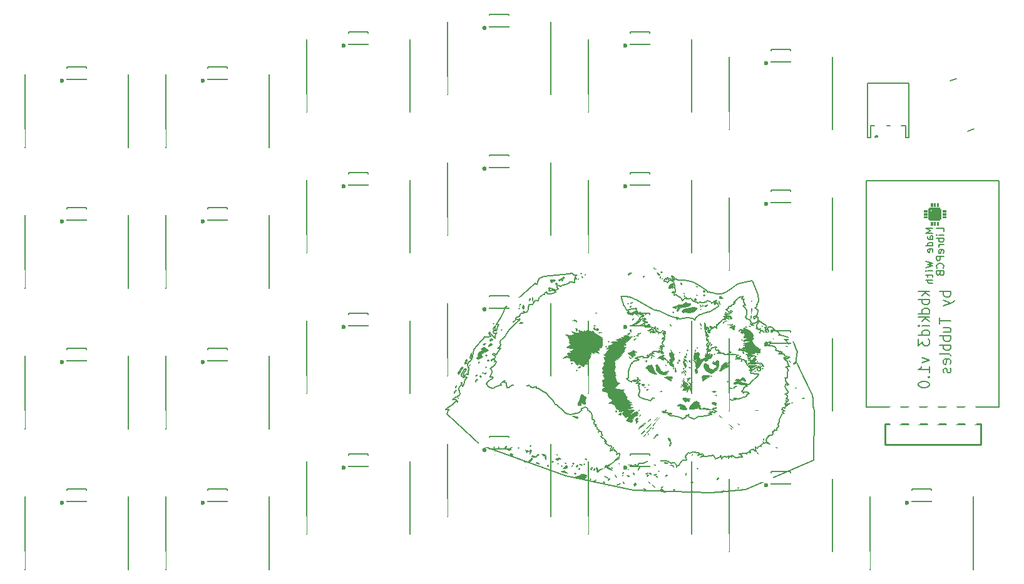
<source format=gbr>
G04 --- HEADER BEGIN --- *
G04 #@! TF.GenerationSoftware,LibrePCB,LibrePCB,0.1.7*
G04 #@! TF.CreationDate,2023-07-24T22:05:17*
G04 #@! TF.ProjectId,kbdkid3,8968376b-f35a-430f-8fb1-af8ab2fa8879,v1*
G04 #@! TF.Part,Single*
G04 #@! TF.SameCoordinates*
G04 #@! TF.FileFunction,Legend,Bot*
G04 #@! TF.FilePolarity,Positive*
%FSLAX66Y66*%
%MOMM*%
G01*
G75*
G04 --- HEADER END --- *
G04 --- APERTURE LIST BEGIN --- *
%ADD10C,0.2*%
%ADD11C,0.01*%
%ADD12C,0.25*%
%ADD13C,0.0*%
%ADD14R,1.8X2.4*%
%ADD15R,0.6X1.45*%
%ADD16R,1.7X1.15*%
%ADD17O,1.4X1.5*%
%ADD18R,1.4X1.5*%
%ADD19O,1.787X2.39*%
%ADD20R,1.787X2.39*%
%ADD21R,1.45X0.6*%
%ADD22O,2.39X1.787*%
%AMROTATEDRECT23*20,1,0.9,-0.85,0.0,0.85,0.0,19.0*%
%ADD23ROTATEDRECT23*%
%AMROTATEDRECT24*20,1,1.0,-0.6,0.0,0.6,0.0,109.0*%
%ADD24ROTATEDRECT24*%
%ADD25R,1.9X1.0*%
G04 --- APERTURE LIST END --- *
G04 --- BOARD BEGIN --- *
D10*
G04 #@! TO.C,S253*
X35073750Y4277500D02*
X35073750Y14137500D01*
X21123750Y4277500D02*
X21123750Y14137500D01*
G04 #@! TO.C,S240*
X54123750Y66190000D02*
X54123750Y76050000D01*
X40173750Y66190000D02*
X40173750Y76050000D01*
G04 #@! TO.C,D240*
X45823750Y75475000D02*
X45823750Y75350000D01*
X48473750Y75350000D01*
X48473750Y75475000D01*
X45823750Y76925000D02*
X45823750Y77050000D01*
X48473750Y77050000D01*
X48473750Y76925000D01*
D11*
G36*
X45448750Y75200000D02*
G02*
X44848750Y75200000I-300000J0D01*
G01*
G02*
X45448750Y75200000I300000J0D01*
G01*
G37*
D10*
G04 #@! TO.C,J2*
X118674375Y64386875D02*
X119074375Y64386875D01*
X116974375Y64386875D02*
X116424375Y64386875D01*
X116424375Y62786875D01*
X116024375Y62786875D01*
X116024375Y70086875D01*
X121624375Y70086875D01*
X121624375Y62786875D01*
X121224375Y62786875D01*
X121224375Y64386875D01*
X120574375Y64386875D01*
D11*
G36*
X117474375Y62836875D02*
G02*
X116974375Y62836875I-250000J0D01*
G01*
G02*
X117474375Y62836875I250000J0D01*
G01*
G37*
D10*
G04 #@! TO.C,S203*
X130323750Y4277500D02*
X130323750Y14137500D01*
X116373750Y4277500D02*
X116373750Y14137500D01*
G04 #@! TO.C,D260*
X7723750Y70712500D02*
X7723750Y70587500D01*
X10373750Y70587500D01*
X10373750Y70712500D01*
X7723750Y72162500D02*
X7723750Y72287500D01*
X10373750Y72287500D01*
X10373750Y72162500D01*
D11*
G36*
X7348750Y70437500D02*
G02*
X6748750Y70437500I-300000J0D01*
G01*
G02*
X7348750Y70437500I300000J0D01*
G01*
G37*
D12*
G04 #@! TO.C,DS2*
X131323750Y21147500D02*
X131323750Y23937500D01*
X118373750Y23937500D01*
X118373750Y21147500D01*
X131323750Y21147500D01*
D10*
G04 #@! TO.C,D251*
X26773750Y51662500D02*
X26773750Y51537500D01*
X29423750Y51537500D01*
X29423750Y51662500D01*
X26773750Y53112500D02*
X26773750Y53237500D01*
X29423750Y53237500D01*
X29423750Y53112500D01*
D11*
G36*
X26398750Y51387500D02*
G02*
X25798750Y51387500I-300000J0D01*
G01*
G02*
X26398750Y51387500I300000J0D01*
G01*
G37*
D10*
G04 #@! TO.C,S211*
X111273750Y44758750D02*
X111273750Y54618750D01*
X97323750Y44758750D02*
X97323750Y54618750D01*
G04 #@! TO.C,S263*
X16023750Y4277500D02*
X16023750Y14137500D01*
X2073750Y4277500D02*
X2073750Y14137500D01*
G04 #@! TO.C,S241*
X54123750Y47140000D02*
X54123750Y57000000D01*
X40173750Y47140000D02*
X40173750Y57000000D01*
G04 #@! TO.C,S262*
X16023750Y23327500D02*
X16023750Y33187500D01*
X2073750Y23327500D02*
X2073750Y33187500D01*
G04 #@! TO.C,D211*
X102973750Y54043750D02*
X102973750Y53918750D01*
X105623750Y53918750D01*
X105623750Y54043750D01*
X102973750Y55493750D02*
X102973750Y55618750D01*
X105623750Y55618750D01*
X105623750Y55493750D01*
D11*
G36*
X102598750Y53768750D02*
G02*
X101998750Y53768750I-300000J0D01*
G01*
G02*
X102598750Y53768750I300000J0D01*
G01*
G37*
D10*
G04 #@! TO.C,S261*
X16023750Y42377500D02*
X16023750Y52237500D01*
X2073750Y42377500D02*
X2073750Y52237500D01*
G04 #@! TO.C,S213*
X111273750Y6658750D02*
X111273750Y16518750D01*
X97323750Y6658750D02*
X97323750Y16518750D01*
G04 #@! TO.C,D261*
X7723750Y51662500D02*
X7723750Y51537500D01*
X10373750Y51537500D01*
X10373750Y51662500D01*
X7723750Y53112500D02*
X7723750Y53237500D01*
X10373750Y53237500D01*
X10373750Y53112500D01*
D11*
G36*
X7348750Y51387500D02*
G02*
X6748750Y51387500I-300000J0D01*
G01*
G02*
X7348750Y51387500I300000J0D01*
G01*
G37*
D10*
G04 #@! TO.C,D213*
X102973750Y15943750D02*
X102973750Y15818750D01*
X105623750Y15818750D01*
X105623750Y15943750D01*
X102973750Y17393750D02*
X102973750Y17518750D01*
X105623750Y17518750D01*
X105623750Y17393750D01*
D11*
G36*
X102598750Y15668750D02*
G02*
X101998750Y15668750I-300000J0D01*
G01*
G02*
X102598750Y15668750I300000J0D01*
G01*
G37*
D10*
G04 #@! TO.C,S220*
X92223750Y66190000D02*
X92223750Y76050000D01*
X78273750Y66190000D02*
X78273750Y76050000D01*
G04 #@! TO.C,S221*
X92223750Y47140000D02*
X92223750Y57000000D01*
X78273750Y47140000D02*
X78273750Y57000000D01*
G04 #@! TO.C,S231*
X73173750Y49521250D02*
X73173750Y59381250D01*
X59223750Y49521250D02*
X59223750Y59381250D01*
G04 #@! TO.C,D241*
X45823750Y56425000D02*
X45823750Y56300000D01*
X48473750Y56300000D01*
X48473750Y56425000D01*
X45823750Y57875000D02*
X45823750Y58000000D01*
X48473750Y58000000D01*
X48473750Y57875000D01*
D11*
G36*
X45448750Y56150000D02*
G02*
X44848750Y56150000I-300000J0D01*
G01*
G02*
X45448750Y56150000I300000J0D01*
G01*
G37*
D10*
G04 #@! TO.C,S2*
X129572187Y63600877D02*
X130423154Y63893889D01*
X127228096Y70408611D02*
X128079063Y70701623D01*
G04 #@! TO.C,S242*
X54123750Y28090000D02*
X54123750Y37950000D01*
X40173750Y28090000D02*
X40173750Y37950000D01*
G04 #@! TO.C,D250*
X26773750Y70712500D02*
X26773750Y70587500D01*
X29423750Y70587500D01*
X29423750Y70712500D01*
X26773750Y72162500D02*
X26773750Y72287500D01*
X29423750Y72287500D01*
X29423750Y72162500D01*
D11*
G36*
X26398750Y70437500D02*
G02*
X25798750Y70437500I-300000J0D01*
G01*
G02*
X26398750Y70437500I300000J0D01*
G01*
G37*
D10*
G04 #@! TO.C,D262*
X7723750Y32612500D02*
X7723750Y32487500D01*
X10373750Y32487500D01*
X10373750Y32612500D01*
X7723750Y34062500D02*
X7723750Y34187500D01*
X10373750Y34187500D01*
X10373750Y34062500D01*
D11*
G36*
X7348750Y32337500D02*
G02*
X6748750Y32337500I-300000J0D01*
G01*
G02*
X7348750Y32337500I300000J0D01*
G01*
G37*
D10*
G04 #@! TO.C,S233*
X73173750Y11421250D02*
X73173750Y21281250D01*
X59223750Y11421250D02*
X59223750Y21281250D01*
G04 #@! TO.C,D203*
X122023750Y13562500D02*
X122023750Y13437500D01*
X124673750Y13437500D01*
X124673750Y13562500D01*
X122023750Y15012500D02*
X122023750Y15137500D01*
X124673750Y15137500D01*
X124673750Y15012500D01*
D11*
G36*
X121648750Y13287500D02*
G02*
X121048750Y13287500I-300000J0D01*
G01*
G02*
X121648750Y13287500I300000J0D01*
G01*
G37*
D10*
G04 #@! TO.C,D231*
X64873750Y58806250D02*
X64873750Y58681250D01*
X67523750Y58681250D01*
X67523750Y58806250D01*
X64873750Y60256250D02*
X64873750Y60381250D01*
X67523750Y60381250D01*
X67523750Y60256250D01*
D11*
G36*
X64498750Y58531250D02*
G02*
X63898750Y58531250I-300000J0D01*
G01*
G02*
X64498750Y58531250I300000J0D01*
G01*
G37*
D10*
G04 #@! TO.C,D252*
X26773750Y32612500D02*
X26773750Y32487500D01*
X29423750Y32487500D01*
X29423750Y32612500D01*
X26773750Y34062500D02*
X26773750Y34187500D01*
X29423750Y34187500D01*
X29423750Y34062500D01*
D11*
G36*
X26398750Y32337500D02*
G02*
X25798750Y32337500I-300000J0D01*
G01*
G02*
X26398750Y32337500I300000J0D01*
G01*
G37*
D10*
G04 #@! TO.C,D242*
X45823750Y37375000D02*
X45823750Y37250000D01*
X48473750Y37250000D01*
X48473750Y37375000D01*
X45823750Y38825000D02*
X45823750Y38950000D01*
X48473750Y38950000D01*
X48473750Y38825000D01*
D11*
G36*
X45448750Y37100000D02*
G02*
X44848750Y37100000I-300000J0D01*
G01*
G02*
X45448750Y37100000I300000J0D01*
G01*
G37*
D10*
G04 #@! TO.C,S251*
X35073750Y42377500D02*
X35073750Y52237500D01*
X21123750Y42377500D02*
X21123750Y52237500D01*
G04 #@! TO.C,D233*
X64873750Y20706250D02*
X64873750Y20581250D01*
X67523750Y20581250D01*
X67523750Y20706250D01*
X64873750Y22156250D02*
X64873750Y22281250D01*
X67523750Y22281250D01*
X67523750Y22156250D01*
D11*
G36*
X64498750Y20431250D02*
G02*
X63898750Y20431250I-300000J0D01*
G01*
G02*
X64498750Y20431250I300000J0D01*
G01*
G37*
D10*
G04 #@! TO.C,D263*
X7723750Y13562500D02*
X7723750Y13437500D01*
X10373750Y13437500D01*
X10373750Y13562500D01*
X7723750Y15012500D02*
X7723750Y15137500D01*
X10373750Y15137500D01*
X10373750Y15012500D01*
D11*
G36*
X7348750Y13287500D02*
G02*
X6748750Y13287500I-300000J0D01*
G01*
G02*
X7348750Y13287500I300000J0D01*
G01*
G37*
D10*
G04 #@! TO.C,D210*
X102973750Y73093750D02*
X102973750Y72968750D01*
X105623750Y72968750D01*
X105623750Y73093750D01*
X102973750Y74543750D02*
X102973750Y74668750D01*
X105623750Y74668750D01*
X105623750Y74543750D01*
D11*
G36*
X102598750Y72818750D02*
G02*
X101998750Y72818750I-300000J0D01*
G01*
G02*
X102598750Y72818750I300000J0D01*
G01*
G37*
D10*
G04 #@! TO.C,D221*
X83923750Y56425000D02*
X83923750Y56300000D01*
X86573750Y56300000D01*
X86573750Y56425000D01*
X83923750Y57875000D02*
X83923750Y58000000D01*
X86573750Y58000000D01*
X86573750Y57875000D01*
D11*
G36*
X83548750Y56150000D02*
G02*
X82948750Y56150000I-300000J0D01*
G01*
G02*
X83548750Y56150000I300000J0D01*
G01*
G37*
D10*
G04 #@! TO.C,S230*
X73173750Y68571250D02*
X73173750Y78431250D01*
X59223750Y68571250D02*
X59223750Y78431250D01*
G04 #@! TO.C,D230*
X64873750Y77856250D02*
X64873750Y77731250D01*
X67523750Y77731250D01*
X67523750Y77856250D01*
X64873750Y79306250D02*
X64873750Y79431250D01*
X67523750Y79431250D01*
X67523750Y79306250D01*
D11*
G36*
X64498750Y77581250D02*
G02*
X63898750Y77581250I-300000J0D01*
G01*
G02*
X64498750Y77581250I300000J0D01*
G01*
G37*
D10*
G04 #@! TO.C,S250*
X35073750Y61427500D02*
X35073750Y71287500D01*
X21123750Y61427500D02*
X21123750Y71287500D01*
G04 #@! TO.C,S222*
X92223750Y28090000D02*
X92223750Y37950000D01*
X78273750Y28090000D02*
X78273750Y37950000D01*
G04 #@! TO.C,S212*
X111273750Y25708750D02*
X111273750Y35568750D01*
X97323750Y25708750D02*
X97323750Y35568750D01*
G04 #@! TO.C,S252*
X35073750Y23327500D02*
X35073750Y33187500D01*
X21123750Y23327500D02*
X21123750Y33187500D01*
G04 #@! TO.C,D212*
X102973750Y34993750D02*
X102973750Y34868750D01*
X105623750Y34868750D01*
X105623750Y34993750D01*
X102973750Y36443750D02*
X102973750Y36568750D01*
X105623750Y36568750D01*
X105623750Y36443750D01*
D11*
G36*
X102598750Y34718750D02*
G02*
X101998750Y34718750I-300000J0D01*
G01*
G02*
X102598750Y34718750I300000J0D01*
G01*
G37*
D10*
G04 #@! TO.C,D223*
X83923750Y18325000D02*
X83923750Y18200000D01*
X86573750Y18200000D01*
X86573750Y18325000D01*
X83923750Y19775000D02*
X83923750Y19900000D01*
X86573750Y19900000D01*
X86573750Y19775000D01*
D11*
G36*
X83548750Y18050000D02*
G02*
X82948750Y18050000I-300000J0D01*
G01*
G02*
X83548750Y18050000I300000J0D01*
G01*
G37*
D10*
G04 #@! TO.C,S232*
X73173750Y30471250D02*
X73173750Y40331250D01*
X59223750Y30471250D02*
X59223750Y40331250D01*
G04 #@! TO.C,D232*
X64873750Y39756250D02*
X64873750Y39631250D01*
X67523750Y39631250D01*
X67523750Y39756250D01*
X64873750Y41206250D02*
X64873750Y41331250D01*
X67523750Y41331250D01*
X67523750Y41206250D01*
D11*
G36*
X64498750Y39481250D02*
G02*
X63898750Y39481250I-300000J0D01*
G01*
G02*
X64498750Y39481250I300000J0D01*
G01*
G37*
D10*
G04 #@! TO.C,U2*
X133838750Y56932500D02*
X115858750Y56932500D01*
X115858750Y26252500D01*
X133838750Y26252500D01*
X133838750Y56932500D01*
G04 #@! TO.C,S223*
X92223750Y9040000D02*
X92223750Y18900000D01*
X78273750Y9040000D02*
X78273750Y18900000D01*
G04 #@! TO.C,D243*
X45823750Y18325000D02*
X45823750Y18200000D01*
X48473750Y18200000D01*
X48473750Y18325000D01*
X45823750Y19775000D02*
X45823750Y19900000D01*
X48473750Y19900000D01*
X48473750Y19775000D01*
D11*
G36*
X45448750Y18050000D02*
G02*
X44848750Y18050000I-300000J0D01*
G01*
G02*
X45448750Y18050000I300000J0D01*
G01*
G37*
D10*
G04 #@! TO.C,D222*
X83923750Y37375000D02*
X83923750Y37250000D01*
X86573750Y37250000D01*
X86573750Y37375000D01*
X83923750Y38825000D02*
X83923750Y38950000D01*
X86573750Y38950000D01*
X86573750Y38825000D01*
D11*
G36*
X83548750Y37100000D02*
G02*
X82948750Y37100000I-300000J0D01*
G01*
G02*
X83548750Y37100000I300000J0D01*
G01*
G37*
D10*
G04 #@! TO.C,S210*
X111273750Y63808750D02*
X111273750Y73668750D01*
X97323750Y63808750D02*
X97323750Y73668750D01*
G04 #@! TO.C,S243*
X54123750Y9040000D02*
X54123750Y18900000D01*
X40173750Y9040000D02*
X40173750Y18900000D01*
G04 #@! TO.C,S260*
X16023750Y61427500D02*
X16023750Y71287500D01*
X2073750Y61427500D02*
X2073750Y71287500D01*
G04 #@! TO.C,D253*
X26773750Y13562500D02*
X26773750Y13437500D01*
X29423750Y13437500D01*
X29423750Y13562500D01*
X26773750Y15012500D02*
X26773750Y15137500D01*
X29423750Y15137500D01*
X29423750Y15012500D01*
D11*
G36*
X26398750Y13287500D02*
G02*
X25798750Y13287500I-300000J0D01*
G01*
G02*
X26398750Y13287500I300000J0D01*
G01*
G37*
D10*
G04 #@! TO.C,D220*
X83923750Y75475000D02*
X83923750Y75350000D01*
X86573750Y75350000D01*
X86573750Y75475000D01*
X83923750Y76925000D02*
X83923750Y77050000D01*
X86573750Y77050000D01*
X86573750Y76925000D01*
D11*
G36*
X83548750Y75200000D02*
G02*
X82948750Y75200000I-300000J0D01*
G01*
G02*
X83548750Y75200000I300000J0D01*
G01*
G37*
D13*
G04 #@! TO.C,LOGO2*
X125395000Y51327500D02*
X125395000Y50907500D01*
X125595000Y50907500D01*
X125595000Y51327500D01*
X125395000Y51327500D01*
D11*
G36*
X125395000Y51327500D02*
X125395000Y50907500D01*
X125595000Y50907500D01*
X125595000Y51327500D01*
X125395000Y51327500D01*
G37*
D13*
X124035000Y52487500D02*
X124035000Y52287500D01*
X123615000Y52287500D01*
X123615000Y52487500D01*
X124035000Y52487500D01*
D11*
G36*
X124035000Y52487500D02*
X124035000Y52287500D01*
X123615000Y52287500D01*
X123615000Y52487500D01*
X124035000Y52487500D01*
G37*
D13*
X124035000Y52887500D02*
X124035000Y52687500D01*
X123615000Y52687500D01*
X123615000Y52887500D01*
X124035000Y52887500D01*
D11*
G36*
X124035000Y52887500D02*
X124035000Y52687500D01*
X123615000Y52687500D01*
X123615000Y52887500D01*
X124035000Y52887500D01*
G37*
D13*
X124595000Y53447500D02*
X124595000Y53867500D01*
X124795000Y53867500D01*
X124795000Y53447500D01*
X124595000Y53447500D01*
D11*
G36*
X124595000Y53447500D02*
X124595000Y53867500D01*
X124795000Y53867500D01*
X124795000Y53447500D01*
X124595000Y53447500D01*
G37*
D13*
X126155000Y52487500D02*
X126155000Y52287500D01*
X126575000Y52287500D01*
X126575000Y52487500D01*
X126155000Y52487500D01*
D11*
G36*
X126155000Y52487500D02*
X126155000Y52287500D01*
X126575000Y52287500D01*
X126575000Y52487500D01*
X126155000Y52487500D01*
G37*
D13*
X124248000Y53022500D02*
X124248000Y51752500D01*
G03*
X124460000Y51540500I212000J0D01*
G01*
X125730000Y51540500D01*
G03*
X125942000Y51752500I0J212000D01*
G01*
X125942000Y53022500D01*
G03*
X125730000Y53234500I-212000J0D01*
G01*
X124630000Y53234500D01*
X124630000Y53019500D01*
G02*
X124797000Y52852500I0J-167000D01*
G01*
G02*
X124630000Y52685500I-167000J0D01*
G01*
G02*
X124463000Y52852500I0J167000D01*
G01*
G02*
X124630000Y53019500I167000J0D01*
G01*
X124630000Y53234500D01*
X124460000Y53234500D01*
G03*
X124248000Y53022500I0J-212000D01*
G01*
D11*
G36*
X124248000Y53022500D02*
X124248000Y51752500D01*
G03*
X124460000Y51540500I212000J0D01*
G01*
X125730000Y51540500D01*
G03*
X125942000Y51752500I0J212000D01*
G01*
X125942000Y53022500D01*
G03*
X125730000Y53234500I-212000J0D01*
G01*
X124630000Y53234500D01*
X124630000Y53019500D01*
G02*
X124797000Y52852500I0J-167000D01*
G01*
G02*
X124630000Y52685500I-167000J0D01*
G01*
G02*
X124463000Y52852500I0J167000D01*
G01*
G02*
X124630000Y53019500I167000J0D01*
G01*
X124630000Y53234500D01*
X124460000Y53234500D01*
G03*
X124248000Y53022500I0J-212000D01*
G01*
G37*
D13*
X124595000Y51327500D02*
X124595000Y50907500D01*
X124795000Y50907500D01*
X124795000Y51327500D01*
X124595000Y51327500D01*
D11*
G36*
X124595000Y51327500D02*
X124595000Y50907500D01*
X124795000Y50907500D01*
X124795000Y51327500D01*
X124595000Y51327500D01*
G37*
D13*
X124035000Y52087500D02*
X124035000Y51887500D01*
X123615000Y51887500D01*
X123615000Y52087500D01*
X124035000Y52087500D01*
D11*
G36*
X124035000Y52087500D02*
X124035000Y51887500D01*
X123615000Y51887500D01*
X123615000Y52087500D01*
X124035000Y52087500D01*
G37*
D13*
X124995000Y53447500D02*
X124995000Y53867500D01*
X125195000Y53867500D01*
X125195000Y53447500D01*
X124995000Y53447500D01*
D11*
G36*
X124995000Y53447500D02*
X124995000Y53867500D01*
X125195000Y53867500D01*
X125195000Y53447500D01*
X124995000Y53447500D01*
G37*
D13*
X126155000Y52887500D02*
X126155000Y52687500D01*
X126575000Y52687500D01*
X126575000Y52887500D01*
X126155000Y52887500D01*
D11*
G36*
X126155000Y52887500D02*
X126155000Y52687500D01*
X126575000Y52687500D01*
X126575000Y52887500D01*
X126155000Y52887500D01*
G37*
D13*
X125395000Y53447500D02*
X125395000Y53867500D01*
X125595000Y53867500D01*
X125595000Y53447500D01*
X125395000Y53447500D01*
D11*
G36*
X125395000Y53447500D02*
X125395000Y53867500D01*
X125595000Y53867500D01*
X125595000Y53447500D01*
X125395000Y53447500D01*
G37*
D13*
X126155000Y52087500D02*
X126155000Y51887500D01*
X126575000Y51887500D01*
X126575000Y52087500D01*
X126155000Y52087500D01*
D11*
G36*
X126155000Y52087500D02*
X126155000Y51887500D01*
X126575000Y51887500D01*
X126575000Y52087500D01*
X126155000Y52087500D01*
G37*
D13*
X124995000Y51327500D02*
X124995000Y50907500D01*
X125195000Y50907500D01*
X125195000Y51327500D01*
X124995000Y51327500D01*
D11*
G36*
X124995000Y51327500D02*
X124995000Y50907500D01*
X125195000Y50907500D01*
X125195000Y51327500D01*
X124995000Y51327500D01*
G37*
D10*
X124855000Y50482500D02*
X123855000Y50482500D01*
X124569444Y50149167D01*
X123855000Y49815833D01*
X124855000Y49815833D01*
X124855000Y48939166D02*
X124331667Y48939166D01*
X124236111Y48986944D01*
X124188333Y49082500D01*
X124188333Y49272500D01*
X124236111Y49368055D01*
X124807222Y48939166D02*
X124855000Y49034722D01*
X124855000Y49272500D01*
X124807222Y49368055D01*
X124711667Y49415833D01*
X124617222Y49415833D01*
X124521667Y49368055D01*
X124473889Y49272500D01*
X124473889Y49034722D01*
X124426111Y48939166D01*
X124855000Y48062499D02*
X123855000Y48062499D01*
X124807222Y48062499D02*
X124855000Y48158055D01*
X124855000Y48349166D01*
X124807222Y48443610D01*
X124759444Y48491388D01*
X124665000Y48539166D01*
X124378333Y48539166D01*
X124283889Y48491388D01*
X124236111Y48443610D01*
X124188333Y48349166D01*
X124188333Y48158055D01*
X124236111Y48062499D01*
X124807222Y47233610D02*
X124855000Y47329166D01*
X124855000Y47519166D01*
X124807222Y47614721D01*
X124711667Y47662499D01*
X124331667Y47662499D01*
X124236111Y47614721D01*
X124188333Y47519166D01*
X124188333Y47329166D01*
X124236111Y47233610D01*
X124331667Y47185832D01*
X124426111Y47185832D01*
X124521667Y47662499D01*
X123855000Y45985833D02*
X124855000Y45748055D01*
X124140556Y45556944D01*
X124855000Y45366944D01*
X123855000Y45129166D01*
X124855000Y44681388D02*
X124188333Y44681388D01*
X123855000Y44681388D02*
X123902778Y44729166D01*
X123950556Y44681388D01*
X123902778Y44633610D01*
X123855000Y44681388D01*
X123950556Y44681388D01*
X124188333Y44233610D02*
X124188333Y43852499D01*
X123855000Y44090277D02*
X124711667Y44090277D01*
X124807222Y44043610D01*
X124855000Y43948054D01*
X124855000Y43852499D01*
X124855000Y43452499D02*
X123855000Y43452499D01*
X124855000Y43023610D02*
X124331667Y43023610D01*
X124236111Y43071388D01*
X124188333Y43166943D01*
X124188333Y43309166D01*
X124236111Y43404721D01*
X124283889Y43452499D01*
X126335000Y50005833D02*
X126335000Y50482500D01*
X125335000Y50482500D01*
X126335000Y49558055D02*
X125668333Y49558055D01*
X125335000Y49558055D02*
X125382778Y49605833D01*
X125430556Y49558055D01*
X125382778Y49510277D01*
X125335000Y49558055D01*
X125430556Y49558055D01*
X126335000Y49110277D02*
X125335000Y49110277D01*
X125716111Y49110277D02*
X125668333Y49014721D01*
X125668333Y48824721D01*
X125716111Y48729166D01*
X125763889Y48681388D01*
X125858333Y48633610D01*
X126145000Y48633610D01*
X126239444Y48681388D01*
X126287222Y48729166D01*
X126335000Y48824721D01*
X126335000Y49014721D01*
X126287222Y49110277D01*
X126335000Y48233610D02*
X125668333Y48233610D01*
X125858333Y48233610D02*
X125763889Y48185832D01*
X125716111Y48138054D01*
X125668333Y48043610D01*
X125668333Y47948054D01*
X126287222Y47119165D02*
X126335000Y47214721D01*
X126335000Y47404721D01*
X126287222Y47500276D01*
X126191667Y47548054D01*
X125811667Y47548054D01*
X125716111Y47500276D01*
X125668333Y47404721D01*
X125668333Y47214721D01*
X125716111Y47119165D01*
X125811667Y47071387D01*
X125906111Y47071387D01*
X126001667Y47548054D01*
X126335000Y46671387D02*
X125335000Y46671387D01*
X125335000Y46290276D01*
X125382778Y46194720D01*
X125430556Y46148054D01*
X125525000Y46100276D01*
X125668333Y46100276D01*
X125763889Y46148054D01*
X125811667Y46194720D01*
X125858333Y46290276D01*
X125858333Y46671387D01*
X126239444Y45081387D02*
X126287222Y45129165D01*
X126335000Y45271387D01*
X126335000Y45366943D01*
X126287222Y45510276D01*
X126191667Y45604720D01*
X126097222Y45652498D01*
X125906111Y45700276D01*
X125763889Y45700276D01*
X125572778Y45652498D01*
X125478333Y45604720D01*
X125382778Y45510276D01*
X125335000Y45366943D01*
X125335000Y45271387D01*
X125382778Y45129165D01*
X125430556Y45081387D01*
X125811667Y44348054D02*
X125858333Y44204720D01*
X125906111Y44158054D01*
X126001667Y44110276D01*
X126145000Y44110276D01*
X126239444Y44158054D01*
X126287222Y44204720D01*
X126335000Y44300276D01*
X126335000Y44681387D01*
X125335000Y44681387D01*
X125335000Y44348054D01*
X125382778Y44252498D01*
X125430556Y44204720D01*
X125525000Y44158054D01*
X125620556Y44158054D01*
X125716111Y44204720D01*
X125763889Y44252498D01*
X125811667Y44348054D01*
X125811667Y44681387D01*
D13*
G04 #@! TD*
X81808980Y17083010D02*
X81933280Y17003310D01*
X82057590Y16754290D01*
X81933280Y16833990D01*
X81808980Y17083010D01*
D11*
G36*
X81808980Y17083010D02*
X81933280Y17003310D01*
X82057590Y16754290D01*
X81933280Y16833990D01*
X81808980Y17083010D01*
G37*
D13*
X65468330Y32459490D02*
X65468330Y32459490D01*
X105633603Y32360170D02*
X105472124Y32433170D01*
X105393544Y32619640D01*
X105393540Y32619600D01*
X105633603Y32360170D01*
D11*
G36*
X105633603Y32360170D02*
X105472124Y32433170D01*
X105393544Y32619640D01*
X105393540Y32619600D01*
X105633603Y32360170D01*
G37*
D13*
X102365712Y36523760D02*
X102620302Y36311180D01*
X102916635Y36178810D01*
X103052506Y36018256D01*
X102952655Y35920530D01*
X102851818Y35756690D01*
X102843631Y35680731D01*
X102646166Y35756940D01*
X102646170Y35757000D01*
X102339927Y36218090D01*
X102113464Y36556700D01*
X102044274Y36645900D01*
X102146814Y36767747D01*
X102365712Y36523760D01*
D11*
G36*
X102365712Y36523760D02*
X102620302Y36311180D01*
X102916635Y36178810D01*
X103052506Y36018256D01*
X102952655Y35920530D01*
X102851818Y35756690D01*
X102843631Y35680731D01*
X102646166Y35756940D01*
X102646170Y35757000D01*
X102339927Y36218090D01*
X102113464Y36556700D01*
X102044274Y36645900D01*
X102146814Y36767747D01*
X102365712Y36523760D01*
G37*
D13*
X67827250Y20948300D02*
X67827250Y20948300D01*
X91169035Y30121120D02*
X91248705Y30087820D01*
X91037638Y30037420D01*
X91169035Y30121120D01*
D11*
G36*
X91169035Y30121120D02*
X91248705Y30087820D01*
X91037638Y30037420D01*
X91169035Y30121120D01*
G37*
D13*
X98620214Y29488200D02*
X98911667Y29443900D01*
X98742217Y29520700D01*
X98620214Y29488200D01*
X77478215Y43885530D02*
X77382915Y43980730D01*
X77317788Y43908945D01*
X77410415Y43817750D01*
X77478115Y43885450D01*
X77478215Y43885530D01*
D11*
G36*
X77478215Y43885530D02*
X77382915Y43980730D01*
X77317788Y43908945D01*
X77410415Y43817750D01*
X77478115Y43885450D01*
X77478215Y43885530D01*
G37*
D13*
X62242443Y32850140D02*
X62371587Y32873240D01*
X62371937Y32873240D01*
X62408637Y33149780D01*
X62460237Y33496930D01*
X62450237Y33644440D01*
X62166017Y33040550D01*
X62242443Y32850140D01*
D11*
G36*
X62242443Y32850140D02*
X62371587Y32873240D01*
X62371937Y32873240D01*
X62408637Y33149780D01*
X62460237Y33496930D01*
X62450237Y33644440D01*
X62166017Y33040550D01*
X62242443Y32850140D01*
G37*
D13*
X87692545Y44453300D02*
X87489759Y44484219D01*
X87693225Y44244260D01*
X87869158Y44116039D01*
X87904225Y44207860D01*
X87904215Y44207830D01*
X87692545Y44453300D01*
D11*
G36*
X87692545Y44453300D02*
X87489759Y44484219D01*
X87693225Y44244260D01*
X87869158Y44116039D01*
X87904225Y44207860D01*
X87904215Y44207830D01*
X87692545Y44453300D01*
G37*
D13*
X100689500Y39741250D02*
X100774170Y39825950D01*
X100858840Y39741250D01*
X100774170Y39656550D01*
X100689500Y39741250D01*
D11*
G36*
X100689500Y39741250D02*
X100774170Y39825950D01*
X100858840Y39741250D01*
X100774170Y39656550D01*
X100689500Y39741250D01*
G37*
D13*
X87682968Y19315180D02*
X87682928Y19315180D01*
X87597300Y19565290D01*
X87484508Y19426510D01*
X87440488Y19179005D01*
X87615168Y19082340D01*
X87682968Y19315180D01*
D11*
G36*
X87682968Y19315180D02*
X87682928Y19315180D01*
X87597300Y19565290D01*
X87484508Y19426510D01*
X87440488Y19179005D01*
X87615168Y19082340D01*
X87682968Y19315180D01*
G37*
D13*
X91037638Y30037420D02*
X91037638Y30037420D01*
X91322070Y31224720D02*
X91461045Y31095780D01*
X91421298Y31026513D01*
X91290103Y31149080D01*
X91290100Y31149120D01*
X91228955Y31244074D01*
X91322070Y31224720D01*
D11*
G36*
X91322070Y31224720D02*
X91461045Y31095780D01*
X91421298Y31026513D01*
X91290103Y31149080D01*
X91290100Y31149120D01*
X91228955Y31244074D01*
X91322070Y31224720D01*
G37*
D13*
X62155805Y31974090D02*
X62228067Y32026778D01*
X62203205Y31926690D01*
X62097995Y31822270D01*
X62155795Y31974090D01*
X62155805Y31974090D01*
D11*
G36*
X62155805Y31974090D02*
X62228067Y32026778D01*
X62203205Y31926690D01*
X62097995Y31822270D01*
X62155795Y31974090D01*
X62155805Y31974090D01*
G37*
D13*
X83841077Y33475770D02*
X83920777Y33560470D01*
X84052767Y33475770D01*
X83973067Y33391070D01*
X83841077Y33475770D01*
X89767585Y42450420D02*
X89857245Y42365720D01*
X89894585Y42450420D01*
X89804925Y42535120D01*
X89767585Y42450420D01*
D11*
G36*
X89767585Y42450420D02*
X89857245Y42365720D01*
X89894585Y42450420D01*
X89804925Y42535120D01*
X89767585Y42450420D01*
G37*
D13*
X92900308Y42534940D02*
X92815638Y42619640D01*
X92900308Y42704340D01*
X92984978Y42619640D01*
X92900308Y42534940D01*
D11*
G36*
X92900308Y42534940D02*
X92815638Y42619640D01*
X92900308Y42704340D01*
X92984978Y42619640D01*
X92900308Y42534940D01*
G37*
D13*
X68685620Y20781150D02*
X68770320Y20860850D01*
X68855020Y20728860D01*
X68770320Y20649160D01*
X68685620Y20781150D01*
D11*
G36*
X68685620Y20781150D02*
X68770320Y20860850D01*
X68855020Y20728860D01*
X68770320Y20649160D01*
X68685620Y20781150D01*
G37*
D13*
X95948300Y37714340D02*
X95863630Y37624640D01*
X95778960Y37661940D01*
X95863630Y37751640D01*
X95948300Y37714340D01*
D11*
G36*
X95948300Y37714340D02*
X95863630Y37624640D01*
X95778960Y37661940D01*
X95863630Y37751640D01*
X95948300Y37714340D01*
G37*
D13*
X102890294Y36525650D02*
X102890293Y36525140D01*
X102908483Y36673310D01*
X102995563Y36760410D01*
X103143729Y36778610D01*
X103309597Y36654251D01*
X103193449Y36660310D01*
X103118659Y36530650D01*
X103071653Y36359149D01*
X102890294Y36525650D01*
D11*
G36*
X102890294Y36525650D02*
X102890293Y36525140D01*
X102908483Y36673310D01*
X102995563Y36760410D01*
X103143729Y36778610D01*
X103309597Y36654251D01*
X103193449Y36660310D01*
X103118659Y36530650D01*
X103071653Y36359149D01*
X102890294Y36525650D01*
G37*
D13*
X63991700Y30850820D02*
X63902000Y30935520D01*
X63939300Y31020220D01*
X64029000Y30935520D01*
X63991700Y30850820D01*
D11*
G36*
X63991700Y30850820D02*
X63902000Y30935520D01*
X63939300Y31020220D01*
X64029000Y30935520D01*
X63991700Y30850820D01*
G37*
D13*
X101155330Y32459740D02*
X101155330Y32459740D01*
X97091297Y29665400D02*
X97006627Y29750100D01*
X97091297Y29834800D01*
X97175967Y29750100D01*
X97091297Y29665400D01*
D11*
G36*
X97091297Y29665400D02*
X97006627Y29750100D01*
X97091297Y29834800D01*
X97175967Y29750100D01*
X97091297Y29665400D01*
G37*
D13*
X90536962Y39607350D02*
X90994676Y39805170D01*
X91225137Y39833870D01*
X91618140Y39923270D01*
X91922415Y39976939D01*
X92052064Y40118020D01*
X92061970Y40266958D01*
X91894848Y40337310D01*
X91610387Y40295010D01*
X91545587Y40376110D01*
X91473167Y40435410D01*
X91222671Y40311720D01*
X90996455Y40179430D01*
X90832450Y40159030D01*
X90662339Y40173730D01*
X90440873Y40122830D01*
X90316883Y40081430D01*
X90174308Y39946235D01*
X89838582Y39898250D01*
X89643085Y39829850D01*
X89745651Y39741150D01*
X89994850Y39649350D01*
X90232587Y39755180D01*
X90378523Y39952820D01*
X90327413Y39727850D01*
X90224550Y39368020D01*
X90271520Y39233150D01*
X90327910Y39301650D01*
X90327920Y39301600D01*
X90536962Y39607350D01*
D11*
G36*
X90536962Y39607350D02*
X90994676Y39805170D01*
X91225137Y39833870D01*
X91618140Y39923270D01*
X91922415Y39976939D01*
X92052064Y40118020D01*
X92061970Y40266958D01*
X91894848Y40337310D01*
X91610387Y40295010D01*
X91545587Y40376110D01*
X91473167Y40435410D01*
X91222671Y40311720D01*
X90996455Y40179430D01*
X90832450Y40159030D01*
X90662339Y40173730D01*
X90440873Y40122830D01*
X90316883Y40081430D01*
X90174308Y39946235D01*
X89838582Y39898250D01*
X89643085Y39829850D01*
X89745651Y39741150D01*
X89994850Y39649350D01*
X90232587Y39755180D01*
X90378523Y39952820D01*
X90327413Y39727850D01*
X90224550Y39368020D01*
X90271520Y39233150D01*
X90327910Y39301650D01*
X90327920Y39301600D01*
X90536962Y39607350D01*
G37*
D13*
X86380960Y37370640D02*
X86211620Y37447340D01*
X86380960Y37479840D01*
X86550290Y37403140D01*
X86380960Y37370640D01*
D11*
G36*
X86380960Y37370640D02*
X86211620Y37447340D01*
X86380960Y37479840D01*
X86550290Y37403140D01*
X86380960Y37370640D01*
G37*
D13*
X79917069Y36443330D02*
X79669585Y36454481D01*
X79634539Y36298900D01*
X79692439Y36345500D01*
X79692369Y36345530D01*
X79882869Y36397930D01*
X80017355Y36370005D01*
X79917069Y36443330D01*
D11*
G36*
X79917069Y36443330D02*
X79669585Y36454481D01*
X79634539Y36298900D01*
X79692439Y36345500D01*
X79692369Y36345530D01*
X79882869Y36397930D01*
X80017355Y36370005D01*
X79917069Y36443330D01*
G37*
D13*
X73257490Y18861820D02*
X73257490Y18861820D01*
X89426420Y37243630D02*
X89344320Y37285930D01*
X89262220Y37497590D01*
X89262220Y37497600D01*
X89344320Y37455300D01*
X89426420Y37243630D01*
D11*
G36*
X89426420Y37243630D02*
X89344320Y37285930D01*
X89262220Y37497590D01*
X89262220Y37497600D01*
X89344320Y37455300D01*
X89426420Y37243630D01*
G37*
D13*
X65426030Y20860800D02*
X65426030Y20860800D01*
X91159644Y41773000D02*
X91249304Y41688300D01*
X91211964Y41603600D01*
X91122304Y41688300D01*
X91159644Y41773000D01*
D11*
G36*
X91159644Y41773000D02*
X91249304Y41688300D01*
X91211964Y41603600D01*
X91122304Y41688300D01*
X91159644Y41773000D01*
G37*
D13*
X91926591Y30195300D02*
X92034952Y30233763D01*
X91905421Y30095900D01*
X91714921Y29831450D01*
X91619891Y29750050D01*
X91635611Y29883510D01*
X91635657Y29883590D01*
X91624857Y30101700D01*
X91547976Y30164425D01*
X91630257Y30149000D01*
X91926591Y30195300D01*
D11*
G36*
X91926591Y30195300D02*
X92034952Y30233763D01*
X91905421Y30095900D01*
X91714921Y29831450D01*
X91619891Y29750050D01*
X91635611Y29883510D01*
X91635657Y29883590D01*
X91624857Y30101700D01*
X91547976Y30164425D01*
X91630257Y30149000D01*
X91926591Y30195300D01*
G37*
D13*
X92990453Y34237400D02*
X92900793Y34322100D01*
X92938133Y34406800D01*
X93027793Y34322100D01*
X92990453Y34237400D01*
D11*
G36*
X92990453Y34237400D02*
X92900793Y34322100D01*
X92938133Y34406800D01*
X93027793Y34322100D01*
X92990453Y34237400D01*
G37*
D13*
X104123699Y33560440D02*
X104161039Y33645140D01*
X104071379Y33729840D01*
X104034039Y33645140D01*
X104123699Y33560440D01*
D11*
G36*
X104123699Y33560440D02*
X104161039Y33645140D01*
X104071379Y33729840D01*
X104034039Y33645140D01*
X104123699Y33560440D01*
G37*
D13*
X66030420Y20818450D02*
X66030420Y20818450D01*
X94897026Y30434670D02*
X94785901Y30479170D01*
X94785898Y30478870D01*
X94948176Y30485870D01*
X94897026Y30434670D01*
X94000967Y41434310D02*
X93868970Y41349610D01*
X93789300Y41434310D01*
X93921297Y41519010D01*
X94000967Y41434310D01*
D11*
G36*
X94000967Y41434310D02*
X93868970Y41349610D01*
X93789300Y41434310D01*
X93921297Y41519010D01*
X94000967Y41434310D01*
G37*
D13*
X101065670Y32375040D02*
X101155330Y32459740D01*
X101117990Y32544440D01*
X101028330Y32459740D01*
X101065670Y32375040D01*
D11*
G36*
X101065670Y32375040D02*
X101155330Y32459740D01*
X101117990Y32544440D01*
X101028330Y32459740D01*
X101065670Y32375040D01*
G37*
D13*
X93870124Y41860800D02*
X93795234Y42036530D01*
X93795234Y42036560D01*
X93911772Y42103474D01*
X93978174Y41935900D01*
X93965305Y41813784D01*
X93870124Y41860800D01*
D11*
G36*
X93870124Y41860800D02*
X93795234Y42036530D01*
X93795234Y42036560D01*
X93911772Y42103474D01*
X93978174Y41935900D01*
X93965305Y41813784D01*
X93870124Y41860800D01*
G37*
D13*
X99250300Y40968680D02*
X99334970Y40931380D01*
X99250300Y40841680D01*
X99165630Y40878980D01*
X99250300Y40968680D01*
D11*
G36*
X99250300Y40968680D02*
X99334970Y40931380D01*
X99250300Y40841680D01*
X99165630Y40878980D01*
X99250300Y40968680D01*
G37*
D13*
X99462641Y37115000D02*
X99673709Y37064600D01*
X99542311Y37148300D01*
X99462641Y37115000D01*
D11*
G36*
X99462641Y37115000D02*
X99673709Y37064600D01*
X99542311Y37148300D01*
X99462641Y37115000D01*
G37*
D13*
X91382596Y33215244D02*
X91438054Y33056500D01*
X91404706Y32947111D01*
X91317248Y32981400D01*
X91255268Y33146410D01*
X91255270Y33146400D01*
X91382596Y33215244D01*
D11*
G36*
X91382596Y33215244D02*
X91438054Y33056500D01*
X91404706Y32947111D01*
X91317248Y32981400D01*
X91255268Y33146410D01*
X91255270Y33146400D01*
X91382596Y33215244D01*
G37*
D13*
X63451530Y33686590D02*
X63785200Y33898900D01*
X63986590Y33983600D01*
X63864590Y34068300D01*
X63696513Y34151605D01*
X63864000Y34324640D01*
X64229335Y34387960D01*
X64398350Y34217340D01*
X64441650Y34104040D01*
X64652460Y34023940D01*
X64737970Y33918881D01*
X64509230Y33853790D01*
X64164510Y33678990D01*
X63951980Y33560310D01*
X63727921Y33456342D01*
X63816950Y33253780D01*
X63921584Y33137327D01*
X63853950Y33003160D01*
X63373991Y32767085D01*
X63174671Y32806274D01*
X63117930Y32957460D01*
X63117970Y32957310D01*
X63291400Y33082770D01*
X63436330Y33146270D01*
X63351630Y33221570D01*
X63274789Y33370890D01*
X63451530Y33686590D01*
D11*
G36*
X63451530Y33686590D02*
X63785200Y33898900D01*
X63986590Y33983600D01*
X63864590Y34068300D01*
X63696513Y34151605D01*
X63864000Y34324640D01*
X64229335Y34387960D01*
X64398350Y34217340D01*
X64441650Y34104040D01*
X64652460Y34023940D01*
X64737970Y33918881D01*
X64509230Y33853790D01*
X64164510Y33678990D01*
X63951980Y33560310D01*
X63727921Y33456342D01*
X63816950Y33253780D01*
X63921584Y33137327D01*
X63853950Y33003160D01*
X63373991Y32767085D01*
X63174671Y32806274D01*
X63117930Y32957460D01*
X63117970Y32957310D01*
X63291400Y33082770D01*
X63436330Y33146270D01*
X63351630Y33221570D01*
X63274789Y33370890D01*
X63451530Y33686590D01*
G37*
D13*
X92882550Y33001310D02*
X92743733Y33091610D01*
X92908713Y32882850D01*
X92882553Y33001310D01*
X92882550Y33001310D01*
X60663615Y30681419D02*
X60920390Y30927590D01*
X60920390Y30927580D01*
X61065640Y31308580D01*
X61192640Y31443690D01*
X61319640Y31613020D01*
X61150310Y31782350D01*
X60980970Y31624440D01*
X60823290Y31264610D01*
X60605920Y30872190D01*
X60663615Y30681419D01*
D11*
G36*
X60663615Y30681419D02*
X60920390Y30927590D01*
X60920390Y30927580D01*
X61065640Y31308580D01*
X61192640Y31443690D01*
X61319640Y31613020D01*
X61150310Y31782350D01*
X60980970Y31624440D01*
X60823290Y31264610D01*
X60605920Y30872190D01*
X60663615Y30681419D01*
G37*
D13*
X77067440Y18490490D02*
X77013782Y18555853D01*
X77168280Y18573890D01*
X77448440Y18490490D01*
X77345724Y18409408D01*
X77067440Y18490490D01*
D11*
G36*
X77067440Y18490490D02*
X77013782Y18555853D01*
X77168280Y18573890D01*
X77448440Y18490490D01*
X77345724Y18409408D01*
X77067440Y18490490D01*
G37*
D13*
X83078999Y34745740D02*
X83253329Y34661040D01*
X83375329Y34745740D01*
X83200999Y34830440D01*
X83078999Y34745740D01*
D11*
G36*
X83078999Y34745740D02*
X83253329Y34661040D01*
X83375329Y34745740D01*
X83200999Y34830440D01*
X83078999Y34745740D01*
G37*
D13*
X91118104Y29896490D02*
X91241769Y29822590D01*
X91041834Y29773090D01*
X90918168Y29846990D01*
X91118104Y29896490D01*
D11*
G36*
X91118104Y29896490D02*
X91241769Y29822590D01*
X91041834Y29773090D01*
X90918168Y29846990D01*
X91118104Y29896490D01*
G37*
D13*
X83206030Y35423050D02*
X83001573Y35262947D01*
X82909690Y35307880D01*
X82909670Y35307880D01*
X83282630Y35589690D01*
X83206030Y35423050D01*
X100689500Y39741250D02*
X100689500Y39741250D01*
X64113670Y30850850D02*
X64113670Y30850850D01*
X61721910Y32211770D02*
X61721910Y32211770D01*
X68685620Y20781150D02*
X68685620Y20781150D01*
X60326570Y28870170D02*
X60385770Y29108300D01*
X60370307Y29234290D01*
X60295070Y29133300D01*
X60237057Y28902450D01*
X60326570Y28870140D01*
X60326570Y28870170D01*
D11*
G36*
X60326570Y28870170D02*
X60385770Y29108300D01*
X60370307Y29234290D01*
X60295070Y29133300D01*
X60237057Y28902450D01*
X60326570Y28870140D01*
X60326570Y28870170D01*
G37*
D13*
X97506887Y37168460D02*
X97365753Y37087260D01*
X97337433Y37044160D01*
X97557402Y37031460D01*
X97681107Y37070485D01*
X97685702Y36955160D01*
X97811488Y36752334D01*
X98029914Y36788870D01*
X98029919Y36788980D01*
X97977309Y36992700D01*
X97970009Y37115990D01*
X98058359Y37264160D01*
X98013069Y37318760D01*
X97766805Y37264960D01*
X97506887Y37168460D01*
D11*
G36*
X97506887Y37168460D02*
X97365753Y37087260D01*
X97337433Y37044160D01*
X97557402Y37031460D01*
X97681107Y37070485D01*
X97685702Y36955160D01*
X97811488Y36752334D01*
X98029914Y36788870D01*
X98029919Y36788980D01*
X97977309Y36992700D01*
X97970009Y37115990D01*
X98058359Y37264160D01*
X98013069Y37318760D01*
X97766805Y37264960D01*
X97506887Y37168460D01*
G37*
D13*
X101657249Y36259430D02*
X101493054Y36374910D01*
X101291882Y36386095D01*
X101446564Y36272090D01*
X101657244Y36259390D01*
X101657249Y36259430D01*
D11*
G36*
X101657249Y36259430D02*
X101493054Y36374910D01*
X101291882Y36386095D01*
X101446564Y36272090D01*
X101657244Y36259390D01*
X101657249Y36259430D01*
G37*
D13*
X82863770Y17384280D02*
X83009610Y17474580D01*
X82992510Y17345530D01*
X82850401Y17257139D01*
X82863730Y17384230D01*
X82863770Y17384280D01*
D11*
G36*
X82863770Y17384280D02*
X83009610Y17474580D01*
X82992510Y17345530D01*
X82850401Y17257139D01*
X82863730Y17384230D01*
X82863770Y17384280D01*
G37*
D13*
X70209540Y40841680D02*
X70209630Y40841680D01*
X70339610Y41011010D01*
X70425309Y40977019D01*
X70378910Y40841680D01*
X70248940Y40672340D01*
X70209540Y40841680D01*
D11*
G36*
X70209540Y40841680D02*
X70209630Y40841680D01*
X70339610Y41011010D01*
X70425309Y40977019D01*
X70378910Y40841680D01*
X70248940Y40672340D01*
X70209540Y40841680D01*
G37*
D13*
X92616183Y33941140D02*
X92616173Y33941140D01*
X92698183Y34068140D01*
X92731463Y33941140D01*
X92649453Y33814140D01*
X92616183Y33941140D01*
D11*
G36*
X92616183Y33941140D02*
X92616173Y33941140D01*
X92698183Y34068140D01*
X92731463Y33941140D01*
X92649453Y33814140D01*
X92616183Y33941140D01*
G37*
D13*
X88906550Y18738160D02*
X88984356Y18719623D01*
X88878450Y18665160D01*
X88615657Y18638023D01*
X88497450Y18762160D01*
X88497460Y18762160D01*
X88631390Y18795460D01*
X88906550Y18738160D01*
D11*
G36*
X88906550Y18738160D02*
X88984356Y18719623D01*
X88878450Y18665160D01*
X88615657Y18638023D01*
X88497450Y18762160D01*
X88497460Y18762160D01*
X88631390Y18795460D01*
X88906550Y18738160D01*
G37*
D13*
X95683310Y16650550D02*
X95683310Y16650580D01*
X95830167Y16684139D01*
X95772910Y16493410D01*
X95624320Y16456410D01*
X95683310Y16650550D01*
D11*
G36*
X95683310Y16650550D02*
X95683310Y16650580D01*
X95830167Y16684139D01*
X95772910Y16493410D01*
X95624320Y16456410D01*
X95683310Y16650550D01*
G37*
D13*
X80345750Y15609820D02*
X80345750Y15609820D01*
X85110900Y39148550D02*
X85110900Y39148550D01*
X99165630Y40878980D02*
X99165630Y40878980D01*
X81156870Y34355050D02*
X80818210Y34265050D01*
X80716670Y34165075D01*
X80856510Y34181350D01*
X81094340Y34145350D01*
X81015440Y34068650D01*
X80832450Y33890000D01*
X80595075Y33508091D01*
X80343900Y33364960D01*
X80317000Y33323460D01*
X80499410Y33277160D01*
X80623700Y33183460D01*
X80475540Y33067180D01*
X80327370Y33008980D01*
X80397170Y32948980D01*
X80417570Y32892280D01*
X80492270Y32688280D01*
X80566904Y32559814D01*
X80450670Y32414330D01*
X80291197Y32165889D01*
X80369670Y32036690D01*
X80454370Y31946990D01*
X80355270Y31918590D01*
X80310270Y31838890D01*
X80249870Y31698000D01*
X80091120Y31528660D01*
X80093290Y31395961D01*
X80217980Y31359330D01*
X80345017Y31328920D01*
X80249380Y31146050D01*
X80156254Y30952171D01*
X80303180Y30858200D01*
X80439241Y30786081D01*
X80348480Y30723750D01*
X80207557Y30553651D01*
X80369380Y30301270D01*
X80440480Y30030290D01*
X80229120Y29955790D01*
X80121931Y29923934D01*
X80211820Y29584840D01*
X80190620Y29234840D01*
X80134157Y29176040D01*
X80242620Y29159240D01*
X80422410Y28925110D01*
X80394210Y28798170D01*
X80272920Y28904010D01*
X80236720Y28828910D01*
X80158020Y28649990D01*
X80093127Y28467152D01*
X80406640Y28395990D01*
X80764271Y28288370D01*
X80846240Y28074940D01*
X80873747Y27747925D01*
X81037800Y27528940D01*
X81185430Y27423110D01*
X81352410Y27295320D01*
X81461592Y27173095D01*
X81237520Y26936180D01*
X81004680Y26791830D01*
X81270790Y26789830D01*
X81585930Y26659800D01*
X81738450Y26553960D01*
X81889630Y26322950D01*
X82106000Y26038670D01*
X82394992Y25912681D01*
X82386970Y25762490D01*
X82344470Y25631220D01*
X82573710Y25668920D01*
X82929690Y25768980D01*
X83065080Y25752655D01*
X82973190Y25680080D01*
X82828827Y25432261D01*
X82951990Y25263530D01*
X83078990Y25146900D01*
X83203370Y24927030D01*
X83347815Y24879392D01*
X83553460Y25001330D01*
X83851570Y25178860D01*
X83480620Y24650160D01*
X83353620Y24462330D01*
X83586990Y24326440D01*
X84028310Y24230440D01*
X84028330Y24229870D01*
X84211836Y24294127D01*
X84208240Y24506330D01*
X84293440Y24755010D01*
X84378340Y24885470D01*
X84402140Y24998580D01*
X84687690Y25041480D01*
X84860401Y25149175D01*
X84920470Y25394030D01*
X84905630Y25631790D01*
X84769650Y25686340D01*
X84551030Y25564690D01*
X84395280Y25484890D01*
X84235610Y25394890D01*
X84055350Y25263020D01*
X83930296Y25345155D01*
X84095050Y25474690D01*
X84264380Y25649730D01*
X84349080Y25771020D01*
X84433780Y25857320D01*
X84243280Y25904720D01*
X83587120Y25820020D01*
X83121450Y25774220D01*
X83588480Y25926640D01*
X84223480Y26184550D01*
X84308581Y26264750D01*
X84073950Y26247450D01*
X83756450Y26284250D01*
X83841150Y26363650D01*
X83925850Y26487990D01*
X84044290Y26566890D01*
X84218620Y26611890D01*
X83930850Y26702290D01*
X83593690Y26786648D01*
X83862350Y26878130D01*
X84137520Y26885130D01*
X83798850Y26991340D01*
X83562629Y27085566D01*
X83629520Y27144340D01*
X83748604Y27185840D01*
X83617420Y27200940D01*
X83396310Y27327920D01*
X83421560Y27509380D01*
X83498565Y27643015D01*
X83375560Y27718750D01*
X83248560Y27927440D01*
X83079230Y28226750D01*
X82914835Y28433061D01*
X83015730Y28571370D01*
X83098162Y28603071D01*
X82924744Y28655151D01*
X82253730Y28728800D01*
X81749268Y28799974D01*
X81936230Y28938850D01*
X82147890Y29205750D01*
X82253730Y29405770D01*
X82528890Y29496770D01*
X82325350Y29581470D01*
X82030071Y29737240D01*
X81991210Y29983580D01*
X81938310Y30226460D01*
X81833813Y30367773D01*
X81932310Y30478350D01*
X82020599Y30575731D01*
X81878210Y30644770D01*
X81732980Y30707721D01*
X81851210Y30773380D01*
X81893510Y30845780D01*
X81747590Y31236340D01*
X81811090Y31569720D01*
X81893490Y31688110D01*
X81804690Y31912310D01*
X81814690Y32085640D01*
X81781790Y32254450D01*
X81698959Y32421585D01*
X81856390Y32544770D01*
X82037830Y32659410D01*
X82298410Y32875330D01*
X82441580Y33057020D01*
X82523880Y33137420D01*
X82655880Y33222120D01*
X82926870Y33615650D01*
X83072620Y33831090D01*
X83116220Y34009060D01*
X83153720Y34153450D01*
X83211220Y34277760D01*
X83308175Y34385714D01*
X83079240Y34414580D01*
X82931070Y34465780D01*
X83079240Y34587960D01*
X83002440Y34623960D01*
X82966540Y34732670D01*
X83297670Y35002730D01*
X83481780Y35184060D01*
X83571080Y35252760D01*
X83714250Y35338760D01*
X83765650Y35423460D01*
X83812250Y35480560D01*
X83974570Y35681640D01*
X84194020Y35825600D01*
X83976720Y35825600D01*
X83813370Y35738400D01*
X83763770Y35715200D01*
X83702370Y35889020D01*
X83333510Y35986320D01*
X83043130Y35906020D01*
X83162470Y35736680D01*
X83098970Y35719680D01*
X82655760Y35778080D01*
X82803930Y35625890D01*
X82845754Y35510541D01*
X82586700Y35581290D01*
X82202420Y35505090D01*
X81960750Y35355670D01*
X82160090Y35292270D01*
X82307487Y35228365D01*
X82190090Y35161730D01*
X81648860Y35143330D01*
X81336360Y35096030D01*
X81517750Y34999930D01*
X81631215Y34944754D01*
X81474950Y34731320D01*
X81136370Y34599910D01*
X80924095Y34572265D01*
X81110070Y34413550D01*
X81242902Y34351150D01*
X81156870Y34355050D01*
D11*
G36*
X81156870Y34355050D02*
X80818210Y34265050D01*
X80716670Y34165075D01*
X80856510Y34181350D01*
X81094340Y34145350D01*
X81015440Y34068650D01*
X80832450Y33890000D01*
X80595075Y33508091D01*
X80343900Y33364960D01*
X80317000Y33323460D01*
X80499410Y33277160D01*
X80623700Y33183460D01*
X80475540Y33067180D01*
X80327370Y33008980D01*
X80397170Y32948980D01*
X80417570Y32892280D01*
X80492270Y32688280D01*
X80566904Y32559814D01*
X80450670Y32414330D01*
X80291197Y32165889D01*
X80369670Y32036690D01*
X80454370Y31946990D01*
X80355270Y31918590D01*
X80310270Y31838890D01*
X80249870Y31698000D01*
X80091120Y31528660D01*
X80093290Y31395961D01*
X80217980Y31359330D01*
X80345017Y31328920D01*
X80249380Y31146050D01*
X80156254Y30952171D01*
X80303180Y30858200D01*
X80439241Y30786081D01*
X80348480Y30723750D01*
X80207557Y30553651D01*
X80369380Y30301270D01*
X80440480Y30030290D01*
X80229120Y29955790D01*
X80121931Y29923934D01*
X80211820Y29584840D01*
X80190620Y29234840D01*
X80134157Y29176040D01*
X80242620Y29159240D01*
X80422410Y28925110D01*
X80394210Y28798170D01*
X80272920Y28904010D01*
X80236720Y28828910D01*
X80158020Y28649990D01*
X80093127Y28467152D01*
X80406640Y28395990D01*
X80764271Y28288370D01*
X80846240Y28074940D01*
X80873747Y27747925D01*
X81037800Y27528940D01*
X81185430Y27423110D01*
X81352410Y27295320D01*
X81461592Y27173095D01*
X81237520Y26936180D01*
X81004680Y26791830D01*
X81270790Y26789830D01*
X81585930Y26659800D01*
X81738450Y26553960D01*
X81889630Y26322950D01*
X82106000Y26038670D01*
X82394992Y25912681D01*
X82386970Y25762490D01*
X82344470Y25631220D01*
X82573710Y25668920D01*
X82929690Y25768980D01*
X83065080Y25752655D01*
X82973190Y25680080D01*
X82828827Y25432261D01*
X82951990Y25263530D01*
X83078990Y25146900D01*
X83203370Y24927030D01*
X83347815Y24879392D01*
X83553460Y25001330D01*
X83851570Y25178860D01*
X83480620Y24650160D01*
X83353620Y24462330D01*
X83586990Y24326440D01*
X84028310Y24230440D01*
X84028330Y24229870D01*
X84211836Y24294127D01*
X84208240Y24506330D01*
X84293440Y24755010D01*
X84378340Y24885470D01*
X84402140Y24998580D01*
X84687690Y25041480D01*
X84860401Y25149175D01*
X84920470Y25394030D01*
X84905630Y25631790D01*
X84769650Y25686340D01*
X84551030Y25564690D01*
X84395280Y25484890D01*
X84235610Y25394890D01*
X84055350Y25263020D01*
X83930296Y25345155D01*
X84095050Y25474690D01*
X84264380Y25649730D01*
X84349080Y25771020D01*
X84433780Y25857320D01*
X84243280Y25904720D01*
X83587120Y25820020D01*
X83121450Y25774220D01*
X83588480Y25926640D01*
X84223480Y26184550D01*
X84308581Y26264750D01*
X84073950Y26247450D01*
X83756450Y26284250D01*
X83841150Y26363650D01*
X83925850Y26487990D01*
X84044290Y26566890D01*
X84218620Y26611890D01*
X83930850Y26702290D01*
X83593690Y26786648D01*
X83862350Y26878130D01*
X84137520Y26885130D01*
X83798850Y26991340D01*
X83562629Y27085566D01*
X83629520Y27144340D01*
X83748604Y27185840D01*
X83617420Y27200940D01*
X83396310Y27327920D01*
X83421560Y27509380D01*
X83498565Y27643015D01*
X83375560Y27718750D01*
X83248560Y27927440D01*
X83079230Y28226750D01*
X82914835Y28433061D01*
X83015730Y28571370D01*
X83098162Y28603071D01*
X82924744Y28655151D01*
X82253730Y28728800D01*
X81749268Y28799974D01*
X81936230Y28938850D01*
X82147890Y29205750D01*
X82253730Y29405770D01*
X82528890Y29496770D01*
X82325350Y29581470D01*
X82030071Y29737240D01*
X81991210Y29983580D01*
X81938310Y30226460D01*
X81833813Y30367773D01*
X81932310Y30478350D01*
X82020599Y30575731D01*
X81878210Y30644770D01*
X81732980Y30707721D01*
X81851210Y30773380D01*
X81893510Y30845780D01*
X81747590Y31236340D01*
X81811090Y31569720D01*
X81893490Y31688110D01*
X81804690Y31912310D01*
X81814690Y32085640D01*
X81781790Y32254450D01*
X81698959Y32421585D01*
X81856390Y32544770D01*
X82037830Y32659410D01*
X82298410Y32875330D01*
X82441580Y33057020D01*
X82523880Y33137420D01*
X82655880Y33222120D01*
X82926870Y33615650D01*
X83072620Y33831090D01*
X83116220Y34009060D01*
X83153720Y34153450D01*
X83211220Y34277760D01*
X83308175Y34385714D01*
X83079240Y34414580D01*
X82931070Y34465780D01*
X83079240Y34587960D01*
X83002440Y34623960D01*
X82966540Y34732670D01*
X83297670Y35002730D01*
X83481780Y35184060D01*
X83571080Y35252760D01*
X83714250Y35338760D01*
X83765650Y35423460D01*
X83812250Y35480560D01*
X83974570Y35681640D01*
X84194020Y35825600D01*
X83976720Y35825600D01*
X83813370Y35738400D01*
X83763770Y35715200D01*
X83702370Y35889020D01*
X83333510Y35986320D01*
X83043130Y35906020D01*
X83162470Y35736680D01*
X83098970Y35719680D01*
X82655760Y35778080D01*
X82803930Y35625890D01*
X82845754Y35510541D01*
X82586700Y35581290D01*
X82202420Y35505090D01*
X81960750Y35355670D01*
X82160090Y35292270D01*
X82307487Y35228365D01*
X82190090Y35161730D01*
X81648860Y35143330D01*
X81336360Y35096030D01*
X81517750Y34999930D01*
X81631215Y34944754D01*
X81474950Y34731320D01*
X81136370Y34599910D01*
X80924095Y34572265D01*
X81110070Y34413550D01*
X81242902Y34351150D01*
X81156870Y34355050D01*
G37*
D13*
X90918168Y29846990D02*
X90918168Y29846990D01*
X84258260Y38082810D02*
X84334860Y38251056D01*
X84187960Y38222240D01*
X84108860Y38048230D01*
X84258240Y38082830D01*
X84258260Y38082810D01*
D11*
G36*
X84258260Y38082810D02*
X84334860Y38251056D01*
X84187960Y38222240D01*
X84108860Y38048230D01*
X84258240Y38082830D01*
X84258260Y38082810D01*
G37*
D13*
X68029911Y37752190D02*
X68129220Y37927040D01*
X68129260Y37926980D01*
X68329710Y38008780D01*
X68226020Y37830240D01*
X68029911Y37752190D01*
D11*
G36*
X68029911Y37752190D02*
X68129220Y37927040D01*
X68129260Y37926980D01*
X68329710Y38008780D01*
X68226020Y37830240D01*
X68029911Y37752190D01*
G37*
D13*
X93167078Y32249260D02*
X93267267Y32261960D01*
X93323707Y32405900D01*
X93223518Y32393200D01*
X93167078Y32249260D01*
X91951619Y28671530D02*
X91900305Y28774013D01*
X91763917Y28538560D01*
X91538028Y28324060D01*
X91546228Y28524000D01*
X91546200Y28523780D01*
X91456690Y28627190D01*
X91291673Y28565490D01*
X91117026Y28504490D01*
X90994048Y28532064D01*
X91079176Y28617680D01*
X91105656Y28761910D01*
X91164666Y28814110D01*
X91278310Y28836135D01*
X91206996Y28904210D01*
X91143496Y28987610D01*
X91058826Y29144810D01*
X90834078Y29258720D01*
X90820448Y29318620D01*
X91002863Y29321620D01*
X91117409Y29282169D01*
X91039363Y29494020D01*
X91012439Y29629316D01*
X91165073Y29701410D01*
X91530365Y29597216D01*
X91709625Y29264370D01*
X91689119Y29188230D01*
X91627685Y29306670D01*
X91468098Y29491339D01*
X91370372Y29348970D01*
X91354164Y29255547D01*
X91299932Y29365570D01*
X91237694Y29480535D01*
X91186809Y29344370D01*
X91232500Y29162405D01*
X91456520Y29264270D01*
X91538108Y29320120D01*
X91516760Y29217570D01*
X91546630Y29116740D01*
X91630330Y29041440D01*
X91726586Y28859783D01*
X91908641Y28894890D01*
X91858931Y28989090D01*
X91714998Y29079490D01*
X91884331Y29116090D01*
X92017757Y29108932D01*
X92053665Y29228330D01*
X91926665Y29443050D01*
X91800961Y29600270D01*
X91884331Y29581770D01*
X91967701Y29521570D01*
X92084619Y29480370D01*
X92117649Y29135420D01*
X92074949Y28689760D01*
X92047809Y28481030D01*
X91951619Y28671530D01*
D11*
G36*
X91951619Y28671530D02*
X91900305Y28774013D01*
X91763917Y28538560D01*
X91538028Y28324060D01*
X91546228Y28524000D01*
X91546200Y28523780D01*
X91456690Y28627190D01*
X91291673Y28565490D01*
X91117026Y28504490D01*
X90994048Y28532064D01*
X91079176Y28617680D01*
X91105656Y28761910D01*
X91164666Y28814110D01*
X91278310Y28836135D01*
X91206996Y28904210D01*
X91143496Y28987610D01*
X91058826Y29144810D01*
X90834078Y29258720D01*
X90820448Y29318620D01*
X91002863Y29321620D01*
X91117409Y29282169D01*
X91039363Y29494020D01*
X91012439Y29629316D01*
X91165073Y29701410D01*
X91530365Y29597216D01*
X91709625Y29264370D01*
X91689119Y29188230D01*
X91627685Y29306670D01*
X91468098Y29491339D01*
X91370372Y29348970D01*
X91354164Y29255547D01*
X91299932Y29365570D01*
X91237694Y29480535D01*
X91186809Y29344370D01*
X91232500Y29162405D01*
X91456520Y29264270D01*
X91538108Y29320120D01*
X91516760Y29217570D01*
X91546630Y29116740D01*
X91630330Y29041440D01*
X91726586Y28859783D01*
X91908641Y28894890D01*
X91858931Y28989090D01*
X91714998Y29079490D01*
X91884331Y29116090D01*
X92017757Y29108932D01*
X92053665Y29228330D01*
X91926665Y29443050D01*
X91800961Y29600270D01*
X91884331Y29581770D01*
X91967701Y29521570D01*
X92084619Y29480370D01*
X92117649Y29135420D01*
X92074949Y28689760D01*
X92047809Y28481030D01*
X91951619Y28671530D01*
G37*
D13*
X90258720Y32391800D02*
X90339152Y32429875D01*
X90360320Y32290200D01*
X90339152Y32150503D01*
X90258720Y32188600D01*
X90258720Y32391800D01*
D11*
G36*
X90258720Y32391800D02*
X90339152Y32429875D01*
X90360320Y32290200D01*
X90339152Y32150503D01*
X90258720Y32188600D01*
X90258720Y32391800D01*
G37*
D13*
X101292474Y33738715D02*
X101070710Y33870850D01*
X100956675Y33974265D01*
X101056470Y33952850D01*
X101289304Y33899150D01*
X101367044Y33814450D01*
X101292474Y33738715D01*
X86674164Y24666564D02*
X86404110Y24500870D01*
X86263750Y24334350D01*
X86538550Y24503680D01*
X86538550Y24503870D01*
X86674164Y24666564D01*
D11*
G36*
X86674164Y24666564D02*
X86404110Y24500870D01*
X86263750Y24334350D01*
X86538550Y24503680D01*
X86538550Y24503870D01*
X86674164Y24666564D01*
G37*
D13*
X89682930Y39190770D02*
X89598260Y39158470D01*
X89682930Y39021470D01*
X89767600Y39053770D01*
X89682930Y39190770D01*
D11*
G36*
X89682930Y39190770D02*
X89598260Y39158470D01*
X89682930Y39021470D01*
X89767600Y39053770D01*
X89682930Y39190770D01*
G37*
D13*
X85480230Y29200020D02*
X85480220Y29200570D01*
X85480220Y29347440D01*
X85694066Y29409502D01*
X85760860Y29356440D01*
X85792060Y29196020D01*
X85732085Y29100790D01*
X85480230Y29200020D01*
D11*
G36*
X85480230Y29200020D02*
X85480220Y29200570D01*
X85480220Y29347440D01*
X85694066Y29409502D01*
X85760860Y29356440D01*
X85792060Y29196020D01*
X85732085Y29100790D01*
X85480230Y29200020D01*
G37*
D13*
X94698200Y25320400D02*
X94460370Y25443190D01*
X94460370Y25443100D01*
X94497909Y25513364D01*
X94725670Y25394800D01*
X94840793Y25295673D01*
X94698200Y25320400D01*
D11*
G36*
X94698200Y25320400D02*
X94460370Y25443190D01*
X94460370Y25443100D01*
X94497909Y25513364D01*
X94725670Y25394800D01*
X94840793Y25295673D01*
X94698200Y25320400D01*
G37*
D13*
X84395000Y15868870D02*
X84550600Y16035090D01*
X84722734Y15933376D01*
X84687710Y15800200D01*
X84588010Y15636670D01*
X84469750Y15604470D01*
X84394950Y15868830D01*
X84395000Y15868870D01*
D11*
G36*
X84395000Y15868870D02*
X84550600Y16035090D01*
X84722734Y15933376D01*
X84687710Y15800200D01*
X84588010Y15636670D01*
X84469750Y15604470D01*
X84394950Y15868830D01*
X84395000Y15868870D01*
G37*
D13*
X94754715Y34576480D02*
X94893531Y34666780D01*
X94893529Y34666740D01*
X94915361Y34783001D01*
X94780875Y34694940D01*
X94754715Y34576480D01*
D11*
G36*
X94754715Y34576480D02*
X94893531Y34666780D01*
X94893529Y34666740D01*
X94915361Y34783001D01*
X94780875Y34694940D01*
X94754715Y34576480D01*
G37*
D13*
X89752185Y31546540D02*
X89752190Y31546540D01*
X89852378Y31559240D01*
X89695745Y31402610D01*
X89752185Y31546540D01*
D11*
G36*
X89752185Y31546540D02*
X89752190Y31546540D01*
X89852378Y31559240D01*
X89695745Y31402610D01*
X89752185Y31546540D01*
G37*
D13*
X79094160Y17764470D02*
X78921560Y17691770D01*
X78952360Y17851290D01*
X78952320Y17851370D01*
X79122787Y17921575D01*
X79094160Y17764470D01*
D11*
G36*
X79094160Y17764470D02*
X78921560Y17691770D01*
X78952360Y17851290D01*
X78952320Y17851370D01*
X79122787Y17921575D01*
X79094160Y17764470D01*
G37*
D13*
X80461260Y16109920D02*
X80334260Y16027920D01*
X80207260Y16061220D01*
X80334260Y16143220D01*
X80461260Y16109920D01*
D11*
G36*
X80461260Y16109920D02*
X80334260Y16027920D01*
X80207260Y16061220D01*
X80334260Y16143220D01*
X80461260Y16109920D01*
G37*
D13*
X100012337Y32883140D02*
X100012337Y32883140D01*
X93408290Y37370600D02*
X93324920Y37566100D01*
X93408290Y37582300D01*
X93491660Y37386800D01*
X93476086Y37291404D01*
X93408290Y37370600D01*
D11*
G36*
X93408290Y37370600D02*
X93324920Y37566100D01*
X93408290Y37582300D01*
X93491660Y37386800D01*
X93476086Y37291404D01*
X93408290Y37370600D01*
G37*
D13*
X85280300Y39148550D02*
X85195600Y39063850D01*
X85110900Y39148550D01*
X85195600Y39233250D01*
X85280300Y39148550D01*
D11*
G36*
X85280300Y39148550D02*
X85195600Y39063850D01*
X85110900Y39148550D01*
X85195600Y39233250D01*
X85280300Y39148550D01*
G37*
D13*
X84433717Y33899190D02*
X84285557Y33977190D01*
X84249257Y33925790D01*
X84136620Y33764265D01*
X83733627Y33645190D01*
X83605652Y33622044D01*
X83712127Y33478020D01*
X84017257Y33262020D01*
X84124037Y33090520D01*
X84128037Y32967860D01*
X84179437Y33056960D01*
X84179737Y33056840D01*
X84433637Y33234420D01*
X84634781Y33385282D01*
X84508437Y33475770D01*
X84484137Y33378070D01*
X84448537Y33339670D01*
X84450948Y33568936D01*
X84718297Y33677790D01*
X84820327Y33720790D01*
X84598057Y33814490D01*
X84433717Y33899190D01*
D11*
G36*
X84433717Y33899190D02*
X84285557Y33977190D01*
X84249257Y33925790D01*
X84136620Y33764265D01*
X83733627Y33645190D01*
X83605652Y33622044D01*
X83712127Y33478020D01*
X84017257Y33262020D01*
X84124037Y33090520D01*
X84128037Y32967860D01*
X84179437Y33056960D01*
X84179737Y33056840D01*
X84433637Y33234420D01*
X84634781Y33385282D01*
X84508437Y33475770D01*
X84484137Y33378070D01*
X84448537Y33339670D01*
X84450948Y33568936D01*
X84718297Y33677790D01*
X84820327Y33720790D01*
X84598057Y33814490D01*
X84433717Y33899190D01*
G37*
D13*
X84812398Y30326470D02*
X84812398Y30326460D01*
X84964218Y30268660D01*
X85016905Y30196398D01*
X84916818Y30221260D01*
X84812398Y30326470D01*
D11*
G36*
X84812398Y30326470D02*
X84812398Y30326460D01*
X84964218Y30268660D01*
X85016905Y30196398D01*
X84916818Y30221260D01*
X84812398Y30326470D01*
G37*
D13*
X69574490Y18913220D02*
X69574490Y18913220D01*
X92900793Y34322100D02*
X92900793Y34322100D01*
X64836230Y34695810D02*
X65084139Y34907241D01*
X65214260Y34787810D01*
X65097620Y34660810D01*
X64873890Y34531760D01*
X64732224Y34446601D01*
X64836190Y34695800D01*
X64836230Y34695810D01*
D11*
G36*
X64836230Y34695810D02*
X65084139Y34907241D01*
X65214260Y34787810D01*
X65097620Y34660810D01*
X64873890Y34531760D01*
X64732224Y34446601D01*
X64836190Y34695800D01*
X64836230Y34695810D01*
G37*
D13*
X86475150Y17268830D02*
X86475120Y17268800D01*
X86381020Y17300300D01*
X86550350Y17390000D01*
X86718390Y17241830D01*
X86702315Y17147540D01*
X86643190Y17210330D01*
X86475150Y17268830D01*
D11*
G36*
X86475150Y17268830D02*
X86475120Y17268800D01*
X86381020Y17300300D01*
X86550350Y17390000D01*
X86718390Y17241830D01*
X86702315Y17147540D01*
X86643190Y17210330D01*
X86475150Y17268830D01*
G37*
D13*
X81343230Y18067610D02*
X81343230Y18067610D01*
X95110293Y32290190D02*
X95173118Y32232528D01*
X95155543Y32374890D01*
X95135574Y32527900D01*
X95221033Y32438390D01*
X95380723Y32296301D01*
X95440321Y32407390D01*
X95629083Y32571121D01*
X95885775Y32519910D01*
X95907015Y31953910D01*
X95709360Y31346254D01*
X95228656Y30977000D01*
X94826805Y30864530D01*
X94457370Y30974000D01*
X94457370Y30974050D01*
X93975863Y31327243D01*
X93831656Y31776420D01*
X93965581Y32154130D01*
X94186105Y32202018D01*
X94212656Y32120830D01*
X94329663Y32036130D01*
X94551691Y31942823D01*
X94509843Y31782660D01*
X94588483Y31533300D01*
X95067860Y31368713D01*
X95474079Y31570500D01*
X95635873Y31790280D01*
X95464929Y31998318D01*
X95122820Y32135690D01*
X95018283Y32265290D01*
X95035443Y32367680D01*
X95110293Y32290190D01*
D11*
G36*
X95110293Y32290190D02*
X95173118Y32232528D01*
X95155543Y32374890D01*
X95135574Y32527900D01*
X95221033Y32438390D01*
X95380723Y32296301D01*
X95440321Y32407390D01*
X95629083Y32571121D01*
X95885775Y32519910D01*
X95907015Y31953910D01*
X95709360Y31346254D01*
X95228656Y30977000D01*
X94826805Y30864530D01*
X94457370Y30974000D01*
X94457370Y30974050D01*
X93975863Y31327243D01*
X93831656Y31776420D01*
X93965581Y32154130D01*
X94186105Y32202018D01*
X94212656Y32120830D01*
X94329663Y32036130D01*
X94551691Y31942823D01*
X94509843Y31782660D01*
X94588483Y31533300D01*
X95067860Y31368713D01*
X95474079Y31570500D01*
X95635873Y31790280D01*
X95464929Y31998318D01*
X95122820Y32135690D01*
X95018283Y32265290D01*
X95035443Y32367680D01*
X95110293Y32290190D01*
G37*
D13*
X97270110Y28804160D02*
X97270110Y28804160D01*
X65510620Y20267800D02*
X65510620Y20267800D01*
X88688130Y16887900D02*
X88666930Y17008210D01*
X88666970Y17008210D01*
X88793970Y17135210D01*
X88919216Y17041724D01*
X88688130Y16887900D01*
D11*
G36*
X88688130Y16887900D02*
X88666930Y17008210D01*
X88666970Y17008210D01*
X88793970Y17135210D01*
X88919216Y17041724D01*
X88688130Y16887900D01*
G37*
D13*
X96937636Y37935807D02*
X96776772Y37951520D01*
X96456294Y37793720D01*
X96444254Y37624380D01*
X96569056Y37744820D01*
X96569060Y37744820D01*
X96810952Y37902620D01*
X96937636Y37935807D01*
D11*
G36*
X96937636Y37935807D02*
X96776772Y37951520D01*
X96456294Y37793720D01*
X96444254Y37624380D01*
X96569056Y37744820D01*
X96569060Y37744820D01*
X96810952Y37902620D01*
X96937636Y37935807D01*
G37*
D13*
X97641700Y23262940D02*
X97493533Y23411100D01*
X97387699Y23484965D01*
X97461563Y23379100D01*
X97641696Y23262900D01*
X97641700Y23262940D01*
D11*
G36*
X97641700Y23262940D02*
X97493533Y23411100D01*
X97387699Y23484965D01*
X97461563Y23379100D01*
X97641696Y23262900D01*
X97641700Y23262940D01*
G37*
D13*
X79369500Y39036970D02*
X79207220Y39029970D01*
X79318340Y38985470D01*
X79369540Y39036670D01*
X79369500Y39036970D01*
D11*
G36*
X79369500Y39036970D02*
X79207220Y39029970D01*
X79318340Y38985470D01*
X79369540Y39036670D01*
X79369500Y39036970D01*
G37*
D13*
X81040910Y16415720D02*
X80892320Y16378720D01*
X80951320Y16572850D01*
X80951310Y16572880D01*
X81098170Y16606440D01*
X81040910Y16415720D01*
D11*
G36*
X81040910Y16415720D02*
X80892320Y16378720D01*
X80951320Y16572850D01*
X80951310Y16572880D01*
X81098170Y16606440D01*
X81040910Y16415720D01*
G37*
D13*
X85781800Y24062400D02*
X85208439Y23602039D01*
X85068420Y23315700D01*
X85165120Y23442700D01*
X85165090Y23442690D01*
X85293010Y23569690D01*
X85474450Y23655290D01*
X85814000Y23918940D01*
X86007375Y24129769D01*
X85781800Y24062400D01*
D11*
G36*
X85781800Y24062400D02*
X85208439Y23602039D01*
X85068420Y23315700D01*
X85165120Y23442700D01*
X85165090Y23442690D01*
X85293010Y23569690D01*
X85474450Y23655290D01*
X85814000Y23918940D01*
X86007375Y24129769D01*
X85781800Y24062400D01*
G37*
D13*
X76574440Y18293350D02*
X76574440Y18293390D01*
X76709410Y18468036D01*
X76813480Y18328590D01*
X76680270Y18152200D01*
X76574440Y18293350D01*
D11*
G36*
X76574440Y18293350D02*
X76574440Y18293390D01*
X76709410Y18468036D01*
X76813480Y18328590D01*
X76680270Y18152200D01*
X76574440Y18293350D01*
G37*
D13*
X88321330Y15510400D02*
X88243760Y15442750D01*
X88099178Y15365305D01*
X88074430Y15442750D01*
X88074390Y15442750D01*
X88222560Y15526150D01*
X88321330Y15510400D01*
D11*
G36*
X88321330Y15510400D02*
X88243760Y15442750D01*
X88099178Y15365305D01*
X88074430Y15442750D01*
X88074390Y15442750D01*
X88222560Y15526150D01*
X88321330Y15510400D01*
G37*
D13*
X82613340Y28480380D02*
X82576040Y28395680D01*
X82486340Y28480380D01*
X82523640Y28565080D01*
X82613340Y28480380D01*
X97557039Y33729840D02*
X97475865Y33811864D01*
X97341706Y33723840D01*
X97103875Y33559880D01*
X96922039Y33486480D01*
X97112539Y33481480D01*
X97303039Y33560780D01*
X97303039Y33560440D01*
X97430039Y33645140D01*
X97557039Y33729840D01*
D11*
G36*
X97557039Y33729840D02*
X97475865Y33811864D01*
X97341706Y33723840D01*
X97103875Y33559880D01*
X96922039Y33486480D01*
X97112539Y33481480D01*
X97303039Y33560780D01*
X97303039Y33560440D01*
X97430039Y33645140D01*
X97557039Y33729840D01*
G37*
D13*
X84354980Y35811772D02*
X84472319Y35789860D01*
X84551119Y35861760D01*
X84551099Y35861860D01*
X84427819Y35885060D01*
X84354980Y35811772D01*
D11*
G36*
X84354980Y35811772D02*
X84472319Y35789860D01*
X84551119Y35861760D01*
X84551099Y35861860D01*
X84427819Y35885060D01*
X84354980Y35811772D01*
G37*
D13*
X89329631Y21540758D02*
X89257158Y21235110D01*
X89196666Y20995545D01*
X89323058Y21076980D01*
X89323028Y21076980D01*
X89423144Y21359365D01*
X89380109Y21711378D01*
X89235046Y21994072D01*
X89029078Y22068500D01*
X89134908Y21807450D01*
X89329631Y21540758D01*
D11*
G36*
X89329631Y21540758D02*
X89257158Y21235110D01*
X89196666Y20995545D01*
X89323058Y21076980D01*
X89323028Y21076980D01*
X89423144Y21359365D01*
X89380109Y21711378D01*
X89235046Y21994072D01*
X89029078Y22068500D01*
X89134908Y21807450D01*
X89329631Y21540758D01*
G37*
D13*
X68770200Y39609250D02*
X68770200Y39609250D01*
X90894370Y31082070D02*
X90936540Y30977850D01*
X90897510Y30828070D01*
X90894410Y31082070D01*
X90894370Y31082070D01*
D11*
G36*
X90894370Y31082070D02*
X90936540Y30977850D01*
X90897510Y30828070D01*
X90894410Y31082070D01*
X90894370Y31082070D01*
G37*
D13*
X66584773Y36751420D02*
X66533673Y36700320D01*
X66422543Y36744820D01*
X66422493Y36744420D01*
X66584773Y36751420D01*
D11*
G36*
X66584773Y36751420D02*
X66533673Y36700320D01*
X66422543Y36744820D01*
X66422493Y36744420D01*
X66584773Y36751420D01*
G37*
D13*
X93267267Y32261960D02*
X93267267Y32261960D01*
X80618739Y34407080D02*
X80750739Y34491780D01*
X80750729Y34491780D01*
X80671029Y34576480D01*
X80539039Y34491780D01*
X80618739Y34407080D01*
D11*
G36*
X80618739Y34407080D02*
X80750739Y34491780D01*
X80750729Y34491780D01*
X80671029Y34576480D01*
X80539039Y34491780D01*
X80618739Y34407080D01*
G37*
D13*
X89908650Y31204320D02*
X89908650Y31204320D01*
X90258720Y32391800D02*
X90258720Y32391800D01*
X99546667Y32629140D02*
X99377334Y32544440D01*
X99546667Y32459740D01*
X99716000Y32544440D01*
X99546667Y32629140D01*
D11*
G36*
X99546667Y32629140D02*
X99377334Y32544440D01*
X99546667Y32459740D01*
X99716000Y32544440D01*
X99546667Y32629140D01*
G37*
D13*
X88942440Y32525680D02*
X88920440Y32621213D01*
X89023540Y32541380D01*
X89081440Y32388760D01*
X89051840Y32283890D01*
X88950810Y32264290D01*
X88899310Y32353490D01*
X88899340Y32353500D01*
X88942440Y32525680D01*
D11*
G36*
X88942440Y32525680D02*
X88920440Y32621213D01*
X89023540Y32541380D01*
X89081440Y32388760D01*
X89051840Y32283890D01*
X88950810Y32264290D01*
X88899310Y32353490D01*
X88899340Y32353500D01*
X88942440Y32525680D01*
G37*
D10*
X99352061Y28958840D02*
X99645831Y29073190D01*
X99796234Y29163590D01*
X99617506Y29206890D01*
X99551326Y29251390D01*
X99820197Y29302490D01*
X100073414Y29418710D01*
X100253441Y29622100D01*
X101082305Y30411310D01*
X101250590Y30658290D01*
X101316078Y30749824D01*
X101064815Y30777360D01*
X100251655Y30852897D01*
X100190576Y30933862D01*
X100313980Y31060960D01*
X100430179Y31168131D01*
X100291630Y31187080D01*
X100061207Y31262480D01*
X100310210Y31311880D01*
X100604133Y31366180D01*
X100736130Y31443780D01*
X100815800Y31528480D01*
X100843151Y31609694D01*
X101069975Y31559080D01*
X101098065Y31435150D01*
X101122575Y31227850D01*
X101267699Y31135437D01*
X101440075Y31202850D01*
X101602971Y31369970D01*
X101344965Y31571470D01*
X101148434Y31712222D01*
X101235910Y31768720D01*
X101433466Y31707520D01*
X101544544Y31616597D01*
X101620132Y31745920D01*
X101800320Y31821420D01*
X101937191Y31799167D01*
X101821490Y31980600D01*
X101634200Y32149691D01*
X101344968Y32148270D01*
X101027468Y32195070D01*
X100752301Y32291770D01*
X100477134Y32292770D01*
X100688801Y32399470D01*
X100920091Y32681064D01*
X100864023Y32882940D01*
X100773473Y32755940D01*
X100625306Y32635620D01*
X100583496Y32685220D01*
X100644626Y32801290D01*
X100771098Y32966370D01*
X100942803Y33151030D01*
X100642714Y33194800D01*
X100215582Y33046030D01*
X100099310Y32793242D01*
X100191172Y32628970D01*
X100180802Y32501970D01*
X100161382Y32374970D01*
X100293570Y32495400D01*
X100524729Y32567500D01*
X100709676Y32519100D01*
X100508741Y32411080D01*
X100307807Y32303060D01*
X100519474Y32224160D01*
X100858140Y32099870D01*
X100668020Y32066570D01*
X100350520Y32127470D01*
X100096140Y32139070D01*
X99842140Y32026730D01*
X99748420Y31951630D01*
X99703430Y32078630D01*
X99686120Y32205630D01*
X99295665Y32650730D01*
X98636609Y32746230D01*
X98155226Y32756517D01*
X98134637Y32809630D01*
X98557970Y32834830D01*
X98728514Y32812392D01*
X98621960Y32917830D01*
X98283293Y33020610D01*
X98218533Y33029610D01*
X98288363Y33177020D01*
X98399591Y33246920D01*
X98596823Y33277620D01*
X97907879Y33360120D01*
X96694563Y33393342D01*
X96572016Y33426065D01*
X96624809Y33483700D01*
X96589288Y33544100D01*
X96159142Y33531900D01*
X95690043Y33510137D01*
X95905142Y33600800D01*
X96119481Y33687769D01*
X96053309Y33720640D01*
X95869354Y33801507D01*
X95968639Y33929670D01*
X95763604Y33949170D01*
X95505811Y33961711D01*
X95409250Y34090000D01*
X95528665Y34298890D01*
X95645048Y34416750D01*
X95439900Y34406750D01*
X95142657Y34321850D01*
X94876698Y34197377D01*
X94762139Y33908400D01*
X94592806Y33789320D01*
X94430406Y33793380D01*
X94571636Y33952900D01*
X94649853Y34041899D01*
X94446989Y34024900D01*
X94238315Y34015662D01*
X94223214Y34109400D01*
X94429870Y34237200D01*
X94538503Y34364850D01*
X94630853Y34724680D01*
X94772187Y34956860D01*
X94597829Y34756980D01*
X94417519Y34418320D01*
X94397666Y34343683D01*
X94338799Y34448820D01*
X94273013Y34702775D01*
X94439430Y34911190D01*
X94524100Y35083820D01*
X94422172Y35316660D01*
X94403207Y35478966D01*
X94329522Y35422490D01*
X94264816Y35348561D01*
X94288482Y35450590D01*
X94340102Y35789260D01*
X94357123Y35912435D01*
X94423472Y35845860D01*
X94504152Y35803560D01*
X94378449Y36052580D01*
X94269966Y36166160D01*
X94245475Y36010280D01*
X94210222Y35901911D01*
X94147599Y36120043D01*
X94041190Y37031270D01*
X94012960Y37666270D01*
X94122006Y37219200D01*
X94281006Y36737069D01*
X94348632Y36953660D01*
X94366763Y37119841D01*
X94399182Y37073600D01*
X94516360Y36823830D01*
X94591510Y36612170D01*
X94576532Y36524753D01*
X94508140Y36608170D01*
X94440100Y36689174D01*
X94424770Y36597370D01*
X94550473Y36354170D01*
X94654208Y36307999D01*
X94677473Y36466600D01*
X94812010Y36759720D01*
X94904212Y36844335D01*
X94812010Y36969540D01*
X94684198Y37148243D01*
X94804510Y37200840D01*
X94931510Y37073840D01*
X95100844Y36946840D01*
X95271473Y37095010D01*
X95287268Y37193780D01*
X95354843Y37116210D01*
X95444163Y37073910D01*
X95531453Y36989210D01*
X95586245Y36935446D01*
X95575893Y37179710D01*
X95621893Y37539550D01*
X95651173Y37454850D01*
X95688513Y37370150D01*
X95778173Y37434750D01*
X95968298Y37582920D01*
X96273251Y37907680D01*
X96414359Y38097781D01*
X96646530Y38110920D01*
X96841708Y38097170D01*
X96743740Y38195320D01*
X96669620Y38289626D01*
X96963504Y38265620D01*
X97344504Y38213620D01*
X96963504Y38351410D01*
X96558337Y38531879D01*
X96910824Y38517250D01*
X97425435Y38413076D01*
X97508350Y38292680D01*
X97546170Y38216880D01*
X97677420Y38292280D01*
X97443279Y38497784D01*
X96886964Y38693650D01*
X96685254Y38828366D01*
X97021476Y38865770D01*
X97417230Y38865233D01*
X97499454Y39002170D01*
X97589004Y39036570D01*
X97682144Y39065170D01*
X97422022Y39111870D01*
X97259332Y39147470D01*
X97141878Y39272400D01*
X96928022Y39457260D01*
X96994552Y39545360D01*
X97199133Y39592758D01*
X97238932Y39807240D01*
X97239465Y39899831D01*
X97380924Y39887340D01*
X97522939Y39887080D01*
X97584741Y40061669D01*
X97884030Y40165600D01*
X98029035Y40183603D01*
X97988374Y40241700D01*
X97925603Y40309810D01*
X98030704Y40357580D01*
X98137290Y40393230D01*
X98042994Y40408480D01*
X97894827Y40512840D01*
X98057826Y40564740D01*
X98181558Y40624440D01*
X98441893Y40888110D01*
X98741494Y41120600D01*
X98912954Y41137300D01*
X99061121Y41184500D01*
X99145781Y41311530D01*
X99166421Y41293730D01*
X99134911Y41160240D01*
X99048071Y40965660D01*
X98966707Y40868939D01*
X99136551Y40803350D01*
X99295154Y40741094D01*
X99245087Y40666500D01*
X99233897Y40515720D01*
X99466433Y40210280D01*
X99543198Y40015016D01*
X99376203Y40029820D01*
X99174337Y39995099D01*
X99409263Y39725950D01*
X99696486Y39364744D01*
X99695540Y39148310D01*
X99656760Y38851980D01*
X99597430Y38555650D01*
X99511871Y38457711D01*
X99691170Y38218060D01*
X100049966Y38066600D01*
X100230395Y37962980D01*
X100283982Y37671330D01*
X100455995Y37636810D01*
X100745549Y37599710D01*
X101011734Y37750490D01*
X101230180Y37962960D01*
X101277588Y37789649D01*
X101155430Y37540400D01*
X101071290Y37367930D01*
X101006860Y37255440D01*
X101048670Y37117000D01*
X101196837Y36848910D01*
X101237050Y36718169D01*
X101406248Y36727160D01*
X101566311Y36741710D01*
X101563120Y36630560D01*
X101542865Y36530763D01*
X101624640Y36587160D01*
X101802831Y36688516D01*
X101820119Y36565960D01*
X101949776Y36438960D01*
X102128168Y36349260D01*
X102049348Y36308260D01*
X101921119Y36277060D01*
X102048111Y36141120D01*
X102177931Y36076154D01*
X102070511Y35965490D01*
X101964826Y35873230D01*
X102064711Y35897490D01*
X102208346Y35883888D01*
X102242720Y35422970D01*
X102290015Y35096576D01*
X102493164Y35014690D01*
X102852998Y35088590D01*
X102974876Y35103790D01*
X102829083Y34961870D01*
X102793903Y34837560D01*
X102706863Y34713760D01*
X102562251Y34652920D01*
X102664273Y34566940D01*
X103002940Y34523640D01*
X103414721Y34467250D01*
X103615591Y34264430D01*
X103678131Y34122870D01*
X103673331Y34075070D01*
X103567497Y33952320D01*
X104088095Y33777360D01*
X104506977Y33710749D01*
X104386665Y33603270D01*
X104014235Y33449920D01*
X104285629Y33449250D01*
X104644780Y33424150D01*
X104831480Y33201481D01*
X105303164Y33047610D01*
X105486284Y33030835D01*
X105375324Y32968310D01*
X105137494Y32804340D01*
X104949130Y32713740D01*
X104862854Y32738353D01*
X104922160Y32840740D01*
X104974755Y32943990D01*
X104850590Y32967740D01*
X104718836Y32908848D01*
X104730319Y32776594D01*
X105051887Y32558530D01*
X105215753Y32518695D01*
X105169754Y32446250D01*
X105154994Y32319240D01*
X105260828Y32071690D01*
X105382831Y31867070D01*
X105565126Y31769570D01*
X105273788Y31719170D01*
X104932293Y31701994D01*
X105102677Y31585660D01*
X105239261Y31370450D01*
X105235200Y31248075D01*
X105333911Y31243210D01*
X105293821Y31149710D01*
X105158169Y30976148D01*
X105180603Y30658120D01*
X105167692Y30205840D01*
X104950569Y30185320D01*
X104869423Y30225189D01*
X104914059Y30068070D01*
X104944979Y29801470D01*
X104997709Y29750470D01*
X105051779Y29670070D01*
X105173782Y29497760D01*
X105339835Y29327795D01*
X105197322Y29243780D01*
X105104694Y29260014D01*
X105162142Y29316680D01*
X105210961Y29383146D01*
X105091952Y29436210D01*
X104954098Y29366010D01*
X104918448Y29197860D01*
X104847581Y29015455D01*
X105027978Y28731260D01*
X105218478Y28468350D01*
X105281238Y28347160D01*
X105240106Y28165610D01*
X104975273Y28054140D01*
X104852643Y28033765D01*
X105006803Y27930140D01*
X105144603Y27806150D01*
X105170463Y27682980D01*
X105117333Y27472670D01*
X105016442Y27388069D01*
X105154973Y27328960D01*
X105334777Y27167551D01*
X105091473Y26927610D01*
X104848556Y26676848D01*
X104922140Y26533140D01*
X105006810Y26624840D01*
X105112643Y26678640D01*
X105366643Y26716940D01*
X105514810Y26749540D01*
X105169120Y26529590D01*
X104870129Y26231540D01*
X104834819Y26109840D01*
X104752809Y26195240D01*
X104589966Y26178940D01*
X104438146Y25920019D01*
X104601786Y25800530D01*
X104808135Y25750130D01*
X104775475Y25714830D01*
X104582692Y25643230D01*
X104525037Y25541634D01*
X104615432Y25517160D01*
X104752799Y25446960D01*
X104562299Y25383460D01*
X104417931Y25351434D01*
X104391020Y25220850D01*
X104099817Y24562180D01*
X104076417Y24287020D01*
X104040097Y24077850D01*
X103875516Y23950850D01*
X103899736Y23823850D01*
X104025039Y23687420D01*
X103957759Y23596920D01*
X103783471Y23351500D01*
X103711014Y23127038D01*
X103574612Y23142710D01*
X103380917Y23176520D01*
X103371067Y23010290D01*
X103280567Y22942990D01*
X103150931Y22938749D01*
X103231787Y22717660D01*
X103274433Y22586995D01*
X103184457Y22553890D01*
X103103907Y22465790D01*
X102945704Y22431090D01*
X102578776Y22394690D01*
X102551476Y22301090D01*
X102636143Y22284615D01*
X102551476Y22216690D01*
X102416293Y22027480D01*
X102339713Y21760180D01*
X102390233Y21533150D01*
X102678480Y21327860D01*
X102777541Y21233573D01*
X102565112Y21328120D01*
X102282768Y21422633D01*
X102001983Y21332120D01*
X101631176Y21199050D01*
X101595166Y21057350D01*
X101607208Y20957994D01*
X101507846Y20970050D01*
X101366147Y20937450D01*
X101281477Y20902750D01*
X101196807Y20828050D01*
X101104253Y20650918D01*
X100956034Y20784750D01*
X100833221Y20879845D01*
X100858294Y20521160D01*
X100938214Y20242510D01*
X100739572Y20429120D01*
X100549816Y20566335D01*
X100401025Y20475820D01*
X100140609Y20382220D01*
X100069331Y20291080D01*
X100216969Y20069260D01*
X100193280Y20039398D01*
X99892127Y20146860D01*
X99715126Y20013680D01*
X99642640Y19878809D01*
X99495810Y19978380D01*
X99334145Y20029580D01*
X99213761Y19980680D01*
X98924257Y19936380D01*
X98712659Y19950980D01*
X98663499Y19941980D01*
X98809177Y19788380D01*
X99050675Y19605810D01*
X99081874Y19486059D01*
X98919480Y19443100D01*
X98161510Y19431023D01*
X97797540Y19608680D01*
X97674437Y19726815D01*
X97673404Y19653580D01*
X97645250Y19509353D01*
X97513815Y19590080D01*
X97376779Y19665883D01*
X97277234Y19484240D01*
X97244053Y19349105D01*
X97229014Y19500440D01*
X97202067Y19656395D01*
X97093176Y19542740D01*
X96966176Y19467040D01*
X96730651Y19541440D01*
X96419701Y19503325D01*
X96370817Y19378420D01*
X96284566Y19256403D01*
X96189954Y19526590D01*
X96172680Y19695206D01*
X96141734Y19611290D01*
X96060039Y19461339D01*
X95856931Y19420790D01*
X95608819Y19336090D01*
X95481819Y19251390D01*
X95354819Y19425720D01*
X95255769Y19538830D01*
X95214399Y19627930D01*
X95231253Y19733806D01*
X95144119Y19726530D01*
X94889158Y19623380D01*
X94762158Y19675480D01*
X94566751Y19650880D01*
X94222824Y19605980D01*
X93776356Y19547680D01*
X93450261Y19444235D01*
X93619286Y19590180D01*
X93811096Y19750496D01*
X93788026Y19866204D01*
X93312846Y19809490D01*
X93099215Y19714670D01*
X93182609Y19829490D01*
X93305737Y20028878D01*
X93047658Y20068980D01*
X92454992Y20135880D01*
X92199295Y20163243D01*
X92137492Y20070380D01*
X91968158Y19951970D01*
X91798825Y20036370D01*
X91708385Y20052170D01*
X91664705Y19874430D01*
X91573585Y19777130D01*
X91423975Y19568860D01*
X91473265Y19336030D01*
X91522805Y19183440D01*
X91454436Y19066873D01*
X91223052Y19053550D01*
X90986444Y19037814D01*
X90892798Y18915660D01*
X90732147Y18709540D01*
X90613490Y18534350D01*
X90516990Y18404690D01*
X90308016Y18256530D01*
X90212028Y18157250D01*
X90192849Y18285730D01*
X90016087Y18620640D01*
X89844615Y18728159D01*
X89681345Y18677840D01*
X89468673Y18661640D01*
X89075563Y18920754D01*
X88731443Y18981560D01*
X88318043Y18980560D01*
X87687773Y19008860D01*
X87485123Y18904810D01*
X87446213Y18673110D01*
X87341475Y18414890D01*
X86863613Y18594310D01*
X86422493Y18792990D01*
X86196203Y18864290D01*
X85878703Y18750270D01*
X85665338Y18592573D01*
X85406493Y18654370D01*
X85090397Y18640309D01*
X84940823Y18402080D01*
X84750323Y18245550D01*
X84632732Y18261425D01*
X84709023Y18294250D01*
X84805637Y18410720D01*
X84592163Y18489690D01*
X84469673Y18413890D01*
X84389973Y18289550D01*
X84263463Y18306850D01*
X83480293Y18535450D01*
X82983142Y18658796D01*
X82887623Y18726830D01*
X83078123Y18813930D01*
X82633623Y19121710D01*
X82591323Y19208810D01*
X82718323Y19268610D01*
X82824153Y19318610D01*
X82633797Y19382396D01*
X82189153Y19182370D01*
X81850493Y18970360D01*
X82146823Y19305330D01*
X82514643Y19551870D01*
X82535843Y19618570D01*
X82485543Y19903480D01*
X82447922Y19986216D01*
X82267673Y19890580D01*
X82091978Y19790189D01*
X82137953Y19912480D01*
X82073753Y20215010D01*
X81851233Y20289210D01*
X81842233Y20331410D01*
X81829145Y20533394D01*
X81495463Y20426910D01*
X81249360Y20290484D01*
X81287523Y20413010D01*
X81333023Y20630490D01*
X81374623Y20840850D01*
X81411320Y20970764D01*
X81241903Y20962820D01*
X81081243Y21017620D01*
X80961833Y21114620D01*
X80834833Y21199320D01*
X80691663Y21286720D01*
X80548419Y21306396D01*
X80646263Y21403330D01*
X80745623Y21508175D01*
X80603963Y21569970D01*
X80476429Y21627345D01*
X80527463Y21697470D01*
X80593088Y21773455D01*
X80498663Y21853250D01*
X80342843Y22011300D01*
X80214933Y22061500D01*
X80153933Y22125000D01*
X80061533Y22215300D01*
X79963812Y22235376D01*
X80077733Y22339610D01*
X80183682Y22440070D01*
X80108633Y22466610D01*
X80013033Y22727480D01*
X80011957Y22939840D01*
X79819923Y22927680D01*
X79638243Y22905645D01*
X79685673Y23050500D01*
X79735598Y23199809D01*
X79610173Y23231300D01*
X79447883Y23294800D01*
X79431372Y23553551D01*
X79300493Y23654630D01*
X79208739Y23679335D01*
X79275393Y23789870D01*
X79338430Y23897946D01*
X79222293Y23907120D01*
X78982767Y23926724D01*
X79061743Y24171950D01*
X79115843Y24384570D01*
X78989773Y24502250D01*
X78805823Y24670630D01*
X78730423Y24774980D01*
X78803698Y25027615D01*
X78733423Y25119750D01*
X78706623Y25291110D01*
X78712769Y25483529D01*
X78541593Y25568930D01*
X78434623Y25696530D01*
X78353023Y25770030D01*
X78202143Y25843530D01*
X78143643Y26046650D01*
X77852874Y26231729D01*
X77659523Y26200380D01*
X77456913Y26109980D01*
X77205573Y25982980D01*
X77344683Y25854050D01*
X77447789Y25827515D01*
X77257383Y25716470D01*
X76982223Y25517740D01*
X75900953Y25233530D01*
X75424193Y25309430D01*
X75262103Y25377630D01*
X75034423Y25457330D01*
X74965423Y25628610D01*
X74929023Y25680010D01*
X74780853Y25856030D01*
X74624693Y26025360D01*
X74265029Y26212498D01*
X73984543Y26573320D01*
X73922969Y26680981D01*
X73855553Y26627820D01*
X73746642Y26593295D01*
X73641083Y26935570D01*
X73417363Y27210730D01*
X73173873Y27417970D01*
X72879633Y27766380D01*
X72664193Y28021830D01*
X72520322Y28206726D01*
X72271293Y28253660D01*
X72017293Y28413270D01*
X71732853Y28607730D01*
X71630363Y28723580D01*
X71429153Y28782780D01*
X71258554Y28763230D01*
X71252783Y28854680D01*
X71212149Y29034514D01*
X71031213Y28998250D01*
X70650289Y28902250D01*
X70355413Y29066650D01*
X70266095Y29188116D01*
X70006873Y29160250D01*
X69700853Y29214150D01*
X69654608Y29286611D01*
X69454793Y29191650D01*
X69206795Y29091765D01*
X68951913Y29152650D01*
X68592213Y29195450D01*
X68546113Y29223750D01*
X68523718Y29361091D01*
X68357353Y29298550D01*
X68009083Y29224450D01*
X67753483Y29138950D01*
X67528323Y28913350D01*
X67232980Y28914014D01*
X67196193Y29315110D01*
X67202349Y29543223D01*
X67072343Y29555890D01*
X66858440Y29599126D01*
X66917133Y29758920D01*
X66985720Y29818758D01*
X66901833Y29834120D01*
X66512504Y29561090D01*
X66436942Y29349251D01*
X66513633Y29205260D01*
X66429533Y29204260D01*
X65845423Y29034150D01*
X65382208Y28835164D01*
X64934263Y28910040D01*
X64684663Y29013776D01*
X64664803Y29163570D01*
X64584203Y29327800D01*
X64460460Y29387824D01*
X64598003Y29676590D01*
X64885213Y29901320D01*
X65189642Y30030608D01*
X65382883Y30281440D01*
X65171213Y30309040D01*
X64963135Y30350686D01*
X65032663Y30559710D01*
X65193863Y30904620D01*
X65234450Y31152934D01*
X65106963Y31344060D01*
X64932013Y31519020D01*
X65157423Y31575620D01*
X65382843Y31750020D01*
X65486663Y31846620D01*
X65619553Y32015960D01*
X65727403Y32206460D01*
X65803947Y32391171D01*
X65573343Y32640600D01*
X65340513Y32731900D01*
X65536963Y32807300D01*
X65718114Y33075848D01*
X65488363Y33244600D01*
X65298133Y33345440D01*
X65386710Y33513230D01*
X65581593Y33434840D01*
X65813092Y33326075D01*
X65981283Y33621020D01*
X66263023Y34083870D01*
X66441133Y34232760D01*
X66229473Y34239760D01*
X66017803Y34246760D01*
X66208303Y34379640D01*
X66390750Y34671763D01*
X66307203Y34972960D01*
X66329844Y35238313D01*
X66749063Y35537460D01*
X67036073Y35839460D01*
X67202373Y36184470D01*
X67414823Y36492090D01*
X67548043Y36674680D01*
X67783353Y36954060D01*
X68121953Y37272280D01*
X68312753Y37504810D01*
X68597183Y37792360D01*
X68951998Y38023559D01*
X68996883Y38187370D01*
X68771333Y38133570D01*
X68466703Y38137570D01*
X68438785Y38361084D01*
X68685593Y38446140D01*
X68946193Y38510315D01*
X69065823Y38767210D01*
X69135194Y38911476D01*
X69404493Y38983510D01*
X69977062Y39159130D01*
X70092963Y39494680D01*
X70127963Y39740880D01*
X70175263Y39944310D01*
X70183462Y40108118D01*
X70361153Y40123290D01*
X70688695Y40144213D01*
X70801513Y40296970D01*
X70980863Y40578710D01*
X71155499Y40693634D01*
X71315683Y40648710D01*
X71527140Y40621334D01*
X71597373Y40945970D01*
X71642869Y41171945D01*
X71796343Y41249600D01*
X71986843Y41396770D01*
X72177343Y41496770D01*
X72324844Y41518415D01*
X72363393Y41645930D01*
X72552883Y41815260D01*
X72696047Y41782251D01*
X72696433Y41656490D01*
X72758633Y41567290D01*
X73182423Y41614390D01*
X73547323Y41678690D01*
X73725273Y41717790D01*
X73848550Y41804833D01*
X73691373Y42020920D01*
X73474943Y42047320D01*
X73103973Y41970220D01*
X72885714Y41972554D01*
X72940583Y42036320D01*
X73046128Y42129559D01*
X72950583Y42260830D01*
X72914483Y42434820D01*
X73112093Y42375120D01*
X73401013Y42280920D01*
X73595753Y42210020D01*
X73889578Y42126633D01*
X74223753Y42250920D01*
X74147053Y42335420D01*
X74024438Y42387091D01*
X74069253Y42651890D01*
X74144283Y42739735D01*
X74322393Y42649890D01*
X74501524Y42559440D01*
X74577613Y42652890D01*
X74869813Y42789060D01*
X75162083Y42873760D01*
X75460753Y42958460D01*
X75645958Y42987080D01*
X75653203Y43098920D01*
X75677949Y43205809D01*
X76005073Y43183720D01*
X76410853Y43128120D01*
X76360753Y43378670D01*
X76381717Y43663026D01*
X76516763Y43635780D01*
X76654683Y43600180D01*
X76585283Y43770890D01*
X76477222Y43891685D01*
X76601383Y44022350D01*
X76716334Y44129065D01*
X76544883Y44099550D01*
X76345795Y44092524D01*
X76223133Y44223340D01*
X76047423Y44353140D01*
X75649503Y44269240D01*
X73103733Y44059030D01*
X72285668Y43970491D01*
X71669593Y43662030D01*
X71450344Y43439915D01*
X71394423Y43165720D01*
X71276879Y42872935D01*
X71085873Y43002010D01*
X70136033Y42183650D01*
X68642763Y40857430D01*
X67084735Y39811878D01*
X66889152Y39550191D01*
X66813513Y39222070D01*
X66387013Y38319020D01*
X66060423Y37816420D01*
X65975723Y37709030D01*
X65891023Y37589090D01*
X65785193Y37419360D01*
X65902703Y37398760D01*
X66126053Y37427960D01*
X65969683Y37170830D01*
X65895583Y36814620D01*
X65850123Y36607041D01*
X65670713Y36546530D01*
X65648513Y37081130D01*
X65721813Y37222030D01*
X65566593Y37151030D01*
X65417109Y36858199D01*
X65481893Y36693040D01*
X65552393Y36616340D01*
X65404233Y36561840D01*
X65368133Y36546540D01*
X65433033Y36386160D01*
X65516114Y36217568D01*
X65765133Y36270660D01*
X65891053Y36289160D01*
X65764053Y36154450D01*
X65637053Y35835650D01*
X65637020Y35565600D01*
X65439300Y35769510D01*
X65247290Y36015760D01*
X64856200Y36439090D01*
X64790300Y36237300D01*
X64979340Y35986070D01*
X65076040Y35844310D01*
X64676980Y35716338D01*
X64323880Y35763010D01*
X64189095Y35793815D01*
X64112960Y35585370D01*
X63901290Y35338460D01*
X63689630Y35163900D01*
X63181630Y34540780D01*
X62741570Y34019738D01*
X62673630Y33542450D01*
X62551981Y32799075D01*
X62285440Y32459800D01*
X62016624Y32308329D01*
X61911630Y31920510D01*
X61981285Y31591898D01*
X62117000Y31633770D01*
X62114000Y31528460D01*
X62019000Y30946010D01*
X61968846Y30688431D01*
X61898570Y30692010D01*
X61808770Y30748010D01*
X61685970Y30618310D01*
X61444829Y30433998D01*
X61319030Y30560410D01*
X61530690Y30970560D01*
X61732102Y31355233D01*
X61659870Y31528420D01*
X61436390Y31253260D01*
X61229260Y30934910D01*
X61104900Y30659740D01*
X61087037Y30475931D01*
X61182800Y30427760D01*
X61318980Y30298810D01*
X61356520Y30216843D01*
X61535000Y30311410D01*
X61848260Y30355710D01*
X61822260Y30258410D01*
X61595734Y30017548D01*
X61535220Y29642060D01*
X61448155Y29305614D01*
X61224590Y29073080D01*
X61149690Y29200080D01*
X61072692Y29322898D01*
X60946540Y29178880D01*
X60775090Y28828980D01*
X60705142Y28611476D01*
X60822890Y28332210D01*
X60943339Y28056991D01*
X60844390Y27877780D01*
X60543930Y27718380D01*
X60387720Y27633680D01*
X60324220Y27566980D01*
X59879720Y27286170D01*
X60197220Y27243070D01*
X60464289Y27215419D01*
X60534430Y27041060D01*
X60538580Y26892564D01*
X60480030Y26998760D01*
X60408272Y27117580D01*
X60346670Y27023160D01*
X60125920Y26826950D01*
X59964400Y26654390D01*
X59795070Y26533100D01*
X59646900Y26446300D01*
X59091200Y26074300D01*
X58995880Y25940673D01*
X59271090Y25903570D01*
X59445009Y25926908D01*
X59329390Y25815170D01*
X59186650Y25512500D01*
X59101950Y25312980D01*
X63677000Y21084000D01*
X75214000Y16960000D01*
X84336000Y14961000D01*
X94832000Y14669000D01*
X99539000Y15086000D01*
X108724596Y19039840D01*
X108810633Y25587329D01*
X108780221Y26245742D01*
X108696516Y26278840D01*
X108643886Y26517550D01*
X108696516Y27269700D01*
X108608844Y27824082D01*
X108248581Y28533820D01*
X106954931Y31144990D01*
X106473978Y32282600D01*
X106277597Y32163170D01*
X106053347Y32062870D01*
X106110625Y32247130D01*
X106331298Y32374840D01*
X106398428Y32692340D01*
X106478398Y33387690D01*
X106563552Y33750101D01*
X106407048Y34030140D01*
X106097144Y34818030D01*
X105784846Y35475130D01*
X104962850Y35815061D01*
X104215866Y35953970D01*
X103991594Y36005670D01*
X104135274Y36100170D01*
X103904785Y36375340D01*
X103508740Y36630870D01*
X103138225Y36969530D01*
X102839724Y37174140D01*
X102847719Y37062977D01*
X102742224Y37066370D01*
X102484750Y37043270D01*
X102505920Y36865500D01*
X102634353Y36618970D01*
X102617435Y36530120D01*
X102545483Y36629370D01*
X102336391Y36777540D01*
X102222446Y36843945D01*
X102340591Y37065180D01*
X102413625Y37289367D01*
X102206719Y37370200D01*
X101673081Y37708870D01*
X101211422Y38047540D01*
X101167972Y38301540D01*
X101149748Y38543391D01*
X100890059Y38322740D01*
X100689708Y38188820D01*
X100635398Y38428990D01*
X100633474Y38535529D01*
X100782632Y38541740D01*
X100964861Y38576007D01*
X101086058Y38809580D01*
X101189247Y39328006D01*
X101112938Y39571580D01*
X101018258Y39465740D01*
X100946798Y39613910D01*
X101042038Y40008930D01*
X101249151Y40643260D01*
X101200631Y41518910D01*
X100466368Y43381580D01*
X99507541Y43212890D01*
X98494912Y42946519D01*
X98094051Y42657970D01*
X97986088Y42573670D01*
X97529103Y42284310D01*
X96884570Y41842377D01*
X96265074Y41609599D01*
X95653255Y41582311D01*
X95031753Y41756850D01*
X94460253Y41852350D01*
X94363967Y41799937D01*
X94339613Y41888450D01*
X94051349Y42145120D01*
X93149978Y42732680D01*
X92572664Y43118397D01*
X92104738Y43255340D01*
X91214274Y43426490D01*
X90606575Y43462190D01*
X90328582Y43435820D01*
X90097412Y43572230D01*
X89912960Y43514930D01*
X89720884Y43385485D01*
X89817250Y43559130D01*
X89930572Y43734706D01*
X89776040Y43899910D01*
X89536251Y44015284D01*
X89635306Y43810910D01*
X89728566Y43556400D01*
X89547461Y43469776D01*
X89428937Y43593400D01*
X89296937Y43720400D01*
X89217237Y43635700D01*
X89137537Y43551000D01*
X88995717Y43741500D01*
X88980879Y43874027D01*
X88945117Y43762700D01*
X88826477Y43513200D01*
X88751487Y43586800D01*
X88727362Y43691755D01*
X88624487Y43635700D01*
X88497487Y43360960D01*
X88521208Y43244744D01*
X88617657Y43291360D01*
X88821897Y43240860D01*
X88917816Y43143891D01*
X89067847Y43290560D01*
X89244993Y43440326D01*
X89477437Y43408690D01*
X89832734Y43090270D01*
X89981831Y42483640D01*
X90056381Y42039140D01*
X90060297Y41849689D01*
X89890666Y41860930D01*
X89690372Y41900702D01*
X89644964Y41765830D01*
X89779007Y41737830D01*
X89847797Y41675730D01*
X89849765Y41407692D01*
X89983451Y41437960D01*
X90098921Y41494897D01*
X90160137Y41373260D01*
X90519907Y41149370D01*
X90783132Y41062733D01*
X90914721Y40882450D01*
X90995161Y40665800D01*
X91224300Y40880740D01*
X91485300Y41083744D01*
X91545495Y40958840D01*
X91594182Y40862062D01*
X91778328Y40876840D01*
X92178583Y40944527D01*
X92265161Y40841740D01*
X92453266Y40562310D01*
X92807232Y40498610D01*
X92947413Y40536760D01*
X93000127Y40402410D01*
X93044232Y40266031D01*
X93169280Y40360210D01*
X93387950Y40497371D01*
X93492828Y40430510D01*
X93774838Y40369475D01*
X94148995Y40475810D01*
X94257520Y40687470D01*
X94378303Y40643470D01*
X94671944Y40543340D01*
X94847495Y40466340D01*
X94928017Y40339024D01*
X95131733Y40460340D01*
X95349447Y40587340D01*
X95440157Y40672040D01*
X95524827Y40756740D01*
X95609497Y40629740D01*
X95440163Y40502740D01*
X95270830Y40333410D01*
X95387893Y40168507D01*
X95563059Y40310910D01*
X95634277Y40376472D01*
X95753180Y40181530D01*
X95854059Y39878470D01*
X94738029Y39201100D01*
X94510783Y39149100D01*
X94075889Y39044570D01*
X93709025Y38874830D01*
X93535596Y38808730D01*
X93336256Y38785530D01*
X93048328Y38613340D01*
X92900161Y38426140D01*
X92815491Y38343840D01*
X92730821Y38235950D01*
X92666520Y38022685D01*
X92523703Y38153850D01*
X92321188Y38313972D01*
X91602794Y38330410D01*
X90654149Y38214910D01*
X90538010Y38171710D01*
X90443279Y38313010D01*
X90372477Y38459644D01*
X90392169Y38323010D01*
X90309889Y38132510D01*
X90190816Y38304830D01*
X90160575Y38428171D01*
X90031901Y38392130D01*
X89409485Y38544130D01*
X88811935Y38761500D01*
X88330755Y39038970D01*
X87796055Y39286420D01*
X87201719Y39393849D01*
X86296155Y39870090D01*
X84721585Y40785440D01*
X84602825Y40842440D01*
X84075395Y41041580D01*
X84044095Y41082280D01*
X83909005Y41184860D01*
X83184695Y41222060D01*
X82702764Y41208186D01*
X82747745Y41037570D01*
X82868885Y40634210D01*
X82998695Y40201500D01*
X83032095Y40079930D01*
X83138995Y39889430D01*
X83372255Y39504890D01*
X83456875Y39362574D01*
X83614815Y39367910D01*
X83827495Y39500820D01*
X84157235Y39520220D01*
X84411645Y39539020D01*
X84632235Y39629420D01*
X84821675Y39623920D01*
X84760105Y39550920D01*
X84672235Y39446926D01*
X84802405Y39298870D01*
X84983785Y39140450D01*
X84708545Y39193550D01*
X84382175Y39113450D01*
X84242165Y39035150D01*
X84209965Y38998450D01*
X84091205Y38851120D01*
X83756155Y38338510D01*
X84061705Y38639660D01*
X84455785Y38923150D01*
X84488385Y38958950D01*
X84542096Y39083148D01*
X84749385Y38986650D01*
X84850380Y38896398D01*
X84938595Y38979650D01*
X85020616Y39055209D01*
X85059865Y38873810D01*
X85430285Y38790710D01*
X85788165Y38732110D01*
X85616565Y38683810D01*
X85495415Y38635210D01*
X85618835Y38598710D01*
X85738995Y38567410D01*
X85578075Y38451260D01*
X85418585Y38490160D01*
X85300415Y38464660D01*
X85169735Y38222360D01*
X84990137Y37857240D01*
X84671925Y37572070D01*
X84560495Y37540370D01*
X84420405Y37508570D01*
X84301535Y37354190D01*
X84313871Y37255416D01*
X84441625Y37311090D01*
X84602835Y37481060D01*
X84681635Y37501660D01*
X84817875Y37545860D01*
X85141225Y37800920D01*
X85285135Y37963390D01*
X85323935Y38081290D01*
X85608005Y38151590D01*
X85674605Y38195890D01*
X85766605Y38259090D01*
X86042175Y38218790D01*
X85957475Y38114420D01*
X85674375Y38037720D01*
X85639875Y37945120D01*
X85864535Y37864020D01*
X86152995Y37809620D01*
X86423115Y37679100D01*
X86126785Y37666400D01*
X85767667Y37676413D01*
X85814345Y37587200D01*
X85885045Y37420950D01*
X85752985Y37476350D01*
X85653985Y37476860D01*
X85447315Y37371020D01*
X85228815Y37271920D01*
X85329655Y37235620D01*
X86197085Y37289220D01*
X86286971Y37218345D01*
X86169085Y37194120D01*
X85915085Y37197120D01*
X85927185Y37114620D01*
X86202705Y37111620D01*
X86710074Y37120268D01*
X87137395Y36880950D01*
X87207057Y36806203D01*
X87224895Y36973150D01*
X87308395Y37160940D01*
X87340495Y36983460D01*
X87445275Y36686190D01*
X87555845Y36548078D01*
X87437275Y36578460D01*
X87323126Y36608098D01*
X87399275Y36508060D01*
X87622715Y36413760D01*
X87893325Y36360560D01*
X88056822Y36322548D01*
X88196275Y36457560D01*
X88328285Y36554160D01*
X88546425Y36486260D01*
X88706604Y36477519D01*
X88715755Y36383030D01*
X88660955Y36199270D01*
X88583155Y36312030D01*
X88527742Y36379894D01*
X88518155Y36163860D01*
X88600955Y35846360D01*
X88621055Y35756060D01*
X88518015Y35712960D01*
X88246225Y35476120D01*
X88356935Y35522720D01*
X88587075Y35587520D01*
X88594075Y35508920D01*
X88529575Y35376230D01*
X88496275Y35296530D01*
X88412575Y35211230D01*
X88336375Y35121330D01*
X88278175Y34908310D01*
X88415445Y34574470D01*
X88479245Y34445350D01*
X88313845Y34457950D01*
X88062725Y34536350D01*
X87967218Y34515255D01*
X88018125Y34392190D01*
X88173764Y34242160D01*
X88184765Y34386190D01*
X88208565Y34463190D01*
X88283228Y34209136D01*
X88207575Y33970060D01*
X88285875Y33673730D01*
X88379279Y33509456D01*
X88308575Y33543040D01*
X88125235Y33543040D01*
X88122235Y33624140D01*
X88086035Y33814640D01*
X87847495Y33872840D01*
X87738491Y33896865D01*
X87808595Y33788140D01*
X87834795Y33645290D01*
X87698465Y33720190D01*
X87382837Y33830168D01*
X87007615Y33756290D01*
X86898885Y33661108D01*
X87005615Y33645230D01*
X87119235Y33539400D01*
X86815855Y33460100D01*
X86599335Y33448741D01*
X86549075Y33311930D01*
X86496142Y33144698D01*
X86343715Y33269830D01*
X86263565Y33349071D01*
X86246715Y33227530D01*
X86376735Y33044060D01*
X86428237Y33014997D01*
X86284449Y32966374D01*
X85787095Y32901430D01*
X85638925Y32941530D01*
X85787095Y33058710D01*
X85548536Y33132606D01*
X85097915Y33004010D01*
X84716725Y32918410D01*
X84644725Y32882210D01*
X84898125Y32798510D01*
X85160205Y32700810D01*
X85122905Y32663510D01*
X85025105Y32625210D01*
X84898105Y32575210D01*
X84771105Y32531610D01*
X84640515Y32547610D01*
X84407685Y32545610D01*
X84411685Y32494910D01*
X84517515Y32502910D01*
X84255355Y32359790D01*
X84107185Y32196150D01*
X84167072Y32138738D01*
X84075685Y32122650D01*
X83974715Y32005270D01*
X83891415Y31761350D01*
X83813915Y31583150D01*
X83757215Y31403740D01*
X83724015Y31273400D01*
X83670915Y31188700D01*
X83658815Y31031240D01*
X83691015Y30906070D01*
X83670615Y30514490D01*
X83695065Y30232441D01*
X83574915Y30173990D01*
X83432227Y30110310D01*
X83476222Y29964294D01*
X83926065Y29695400D01*
X84133771Y29674063D01*
X84135895Y29751800D01*
X84215295Y29807000D01*
X84630475Y29685800D01*
X84736955Y29738300D01*
X84559985Y29835300D01*
X84390815Y29919700D01*
X84560665Y29919700D01*
X84875339Y29836756D01*
X84871375Y29944200D01*
X84835075Y30029413D01*
X84939475Y30053050D01*
X85056785Y29986550D01*
X85211165Y29913550D01*
X85317106Y29889334D01*
X85126565Y29805620D01*
X84907845Y29642720D01*
X84828145Y29581320D01*
X84687035Y29504720D01*
X85046875Y29459520D01*
X85257505Y29445020D01*
X85156665Y29320870D01*
X85075665Y29242570D01*
X84994865Y29116060D01*
X85102525Y29026060D01*
X85144425Y28813910D01*
X85189325Y28565220D01*
X85234755Y28371170D01*
X85088725Y28158100D01*
X84993525Y27904100D01*
X85173967Y27578013D01*
X85549905Y27464550D01*
X85787725Y27379850D01*
X86126395Y27295150D01*
X86465055Y27210450D01*
X86634395Y27125750D01*
X86803725Y27252750D01*
X86893425Y27379750D01*
X86930725Y27464450D01*
X86968025Y27549150D01*
X87161415Y27437020D01*
X87216015Y27415320D01*
X87342455Y27336920D01*
X87626495Y27203720D01*
X87736495Y27147820D01*
X87507125Y26982556D01*
X87795495Y26914110D01*
X88224875Y26829410D01*
X88453465Y26744710D01*
X88648185Y26606870D01*
X88605175Y26500408D01*
X88353005Y26488190D01*
X87826155Y26572890D01*
X87621005Y26638390D01*
X87826155Y26752040D01*
X87924355Y26868690D01*
X87661725Y26774490D01*
X87548622Y26669169D01*
X87662725Y26520490D01*
X87904195Y26363700D01*
X87988895Y26295300D01*
X88775685Y25923130D01*
X88750985Y25771140D01*
X88645269Y25651514D01*
X88498505Y25685540D01*
X88285295Y25686450D01*
X88456646Y25518532D01*
X88771105Y25487190D01*
X88805905Y25452890D01*
X89164365Y25383790D01*
X89472405Y25378978D01*
X89482255Y25301790D01*
X89182775Y25275890D01*
X89033211Y25317303D01*
X89088975Y25221390D01*
X89241955Y25133290D01*
X89391685Y25088890D01*
X89555176Y25093890D01*
X89710880Y25109090D01*
X90220826Y24987310D01*
X90798168Y24777540D01*
X90982383Y24655949D01*
X91254445Y24743540D01*
X91475678Y24883665D01*
X91497057Y25048060D01*
X91476191Y25161508D01*
X91537997Y25093860D01*
X91628207Y25063660D01*
X91762040Y25211290D01*
X91855146Y25215384D01*
X91840460Y25091640D01*
X91856407Y24930079D01*
X92086204Y24795840D01*
X92587426Y24677708D01*
X92875033Y24832140D01*
X93076099Y24965805D01*
X93593900Y25011090D01*
X94564617Y25136190D01*
X94741005Y25200690D01*
X94919999Y25228064D01*
X94793365Y25479980D01*
X94655225Y25690810D01*
X94890637Y25601310D01*
X95072553Y25548423D01*
X95010172Y25662710D01*
X94999942Y25707085D01*
X95138124Y25601910D01*
X95310700Y25475304D01*
X95332397Y25528810D01*
X95329972Y25628628D01*
X95457174Y25621810D01*
X95592486Y25694910D01*
X95292024Y25839570D01*
X94986052Y25981610D01*
X95282313Y26066510D01*
X95547207Y26066548D01*
X95573721Y26164010D01*
X95583875Y26256496D01*
X95778254Y26236910D01*
X96024403Y26258454D01*
X95947505Y26406260D01*
X95862835Y26548630D01*
X95986126Y26536330D01*
X96213340Y26498230D01*
X96153550Y26626570D01*
X96047164Y26681420D01*
X96185330Y26696670D01*
X96328500Y26787270D01*
X96387000Y26880770D01*
X96159163Y27006220D01*
X95820496Y27122790D01*
X96257940Y27103190D01*
X96612619Y27183090D01*
X96556179Y27437090D01*
X96434333Y27566660D01*
X96286166Y27669840D01*
X96172731Y27754340D01*
X95950697Y27841640D01*
X95900943Y27949213D01*
X96064133Y27972500D01*
X96457440Y27801230D01*
X96790541Y27716530D01*
X97055290Y27792227D01*
X97132833Y27608410D01*
X97234433Y27312070D01*
X97627202Y27213910D01*
X98120741Y27270070D01*
X98213350Y27329552D01*
X98064161Y27388630D01*
X97918479Y27439580D01*
X98106491Y27450030D01*
X98519844Y27389930D01*
X98948054Y27414439D01*
X99249491Y27569800D01*
X99418824Y27633800D01*
X99588157Y27720300D01*
X99803125Y27904730D01*
X99987906Y28128766D01*
X99798225Y28277450D01*
X99273293Y28298650D01*
X98999840Y28334880D01*
X98964851Y28438190D01*
X99182920Y28565190D01*
X99299401Y28702920D01*
X99352061Y28958840D01*
D13*
X84638199Y35477340D02*
X84638199Y35477340D01*
X86637279Y36691470D02*
X86670579Y36805230D01*
X86804679Y36769630D01*
X86880479Y36729430D01*
X87006949Y36644230D01*
X87012090Y36552069D01*
X86900779Y36561930D01*
X86626809Y36470530D01*
X86559867Y36362500D01*
X86696309Y36388630D01*
X87050339Y36358330D01*
X87278289Y36366330D01*
X87277979Y36366830D01*
X87226379Y36395530D01*
X87172179Y36477230D01*
X87068845Y36765390D01*
X86798299Y36946630D01*
X86465659Y36715540D01*
X86440934Y36632742D01*
X86338659Y36692640D01*
X86211659Y36708740D01*
X86381374Y36568057D01*
X86643279Y36570790D01*
X86637279Y36691470D01*
D11*
G36*
X86637279Y36691470D02*
X86670579Y36805230D01*
X86804679Y36769630D01*
X86880479Y36729430D01*
X87006949Y36644230D01*
X87012090Y36552069D01*
X86900779Y36561930D01*
X86626809Y36470530D01*
X86559867Y36362500D01*
X86696309Y36388630D01*
X87050339Y36358330D01*
X87278289Y36366330D01*
X87277979Y36366830D01*
X87226379Y36395530D01*
X87172179Y36477230D01*
X87068845Y36765390D01*
X86798299Y36946630D01*
X86465659Y36715540D01*
X86440934Y36632742D01*
X86338659Y36692640D01*
X86211659Y36708740D01*
X86381374Y36568057D01*
X86643279Y36570790D01*
X86637279Y36691470D01*
G37*
D13*
X94252449Y36311630D02*
X94170379Y36523300D01*
X94088309Y36565600D01*
X94170379Y36353930D01*
X94252449Y36311630D01*
D11*
G36*
X94252449Y36311630D02*
X94170379Y36523300D01*
X94088309Y36565600D01*
X94170379Y36353930D01*
X94252449Y36311630D01*
G37*
D13*
X74527580Y17556620D02*
X74663130Y17586620D01*
X74873500Y17652820D01*
X74949600Y17665120D01*
X75152690Y17559280D01*
X75398520Y17390870D01*
X75408412Y17267341D01*
X75262560Y17348570D01*
X74805060Y17474650D01*
X74805080Y17474620D01*
X74527580Y17556620D01*
D11*
G36*
X74527580Y17556620D02*
X74663130Y17586620D01*
X74873500Y17652820D01*
X74949600Y17665120D01*
X75152690Y17559280D01*
X75398520Y17390870D01*
X75408412Y17267341D01*
X75262560Y17348570D01*
X74805060Y17474650D01*
X74805080Y17474620D01*
X74527580Y17556620D01*
G37*
D13*
X97704730Y37504900D02*
X97533443Y37470700D01*
X97213897Y37428800D01*
X97073337Y37408000D01*
X97639184Y37367100D01*
X97639180Y37367100D01*
X97704730Y37504900D01*
D11*
G36*
X97704730Y37504900D02*
X97533443Y37470700D01*
X97213897Y37428800D01*
X97073337Y37408000D01*
X97639184Y37367100D01*
X97639180Y37367100D01*
X97704730Y37504900D01*
G37*
D13*
X85767180Y28960260D02*
X85767180Y28960260D01*
X87772559Y36244830D02*
X87772559Y36244830D01*
X105092270Y27074300D02*
X105092270Y27074300D01*
X99703188Y36354430D02*
X99673708Y36523770D01*
X99673710Y36523770D01*
X99838095Y36693100D01*
X99867575Y36523770D01*
X99703188Y36354430D01*
X86488790Y23673630D02*
X86760760Y24064860D01*
X86042380Y23357850D01*
X86155789Y23357074D01*
X86488790Y23673630D01*
D11*
G36*
X86488790Y23673630D02*
X86760760Y24064860D01*
X86042380Y23357850D01*
X86155789Y23357074D01*
X86488790Y23673630D01*
G37*
D13*
X78405400Y16221290D02*
X78405400Y16221290D01*
X64283005Y31697510D02*
X64367705Y31782210D01*
X64452405Y31697510D01*
X64367705Y31612810D01*
X64283005Y31697510D01*
D11*
G36*
X64283005Y31697510D02*
X64367705Y31782210D01*
X64452405Y31697510D01*
X64367705Y31612810D01*
X64283005Y31697510D01*
G37*
D13*
X76771310Y31274390D02*
X76771310Y31274390D01*
X89794930Y33491300D02*
X89794950Y33491350D01*
X89846100Y33440150D01*
X89801630Y33329020D01*
X89794930Y33491300D01*
D11*
G36*
X89794930Y33491300D02*
X89794950Y33491350D01*
X89846100Y33440150D01*
X89801630Y33329020D01*
X89794930Y33491300D01*
G37*
D13*
X76061710Y32290470D02*
X75924720Y32205770D01*
X75957020Y32121070D01*
X76094010Y32205770D01*
X76061710Y32290470D01*
D11*
G36*
X76061710Y32290470D02*
X75924720Y32205770D01*
X75957020Y32121070D01*
X76094010Y32205770D01*
X76061710Y32290470D01*
G37*
D13*
X91262008Y30675880D02*
X91261998Y30675910D01*
X91285228Y30799180D01*
X91357168Y30720380D01*
X91335260Y30603064D01*
X91262008Y30675880D01*
D11*
G36*
X91262008Y30675880D02*
X91261998Y30675910D01*
X91285228Y30799180D01*
X91357168Y30720380D01*
X91335260Y30603064D01*
X91262008Y30675880D01*
G37*
D13*
X100880194Y31917460D02*
X101028361Y31891060D01*
X100372194Y31605480D01*
X100266361Y31531880D01*
X100181473Y31448394D01*
X100054694Y31612880D01*
X100054690Y31612840D01*
X99858484Y31783420D01*
X99927694Y31894460D01*
X100435694Y31938160D01*
X100880194Y31917460D01*
D11*
G36*
X100880194Y31917460D02*
X101028361Y31891060D01*
X100372194Y31605480D01*
X100266361Y31531880D01*
X100181473Y31448394D01*
X100054694Y31612880D01*
X100054690Y31612840D01*
X99858484Y31783420D01*
X99927694Y31894460D01*
X100435694Y31938160D01*
X100880194Y31917460D01*
G37*
D13*
X64663489Y32657166D02*
X64831140Y32632440D01*
X64770340Y32515830D01*
X64536970Y32535230D01*
X64536990Y32535140D01*
X64663489Y32657166D01*
D11*
G36*
X64663489Y32657166D02*
X64831140Y32632440D01*
X64770340Y32515830D01*
X64536970Y32535230D01*
X64536990Y32535140D01*
X64663489Y32657166D01*
G37*
D13*
X99922670Y32713840D02*
X99843000Y32629140D01*
X99974997Y32544440D01*
X100054667Y32629140D01*
X99922670Y32713840D01*
D11*
G36*
X99922670Y32713840D02*
X99843000Y32629140D01*
X99974997Y32544440D01*
X100054667Y32629140D01*
X99922670Y32713840D01*
G37*
D13*
X83375329Y34745740D02*
X83375329Y34745740D01*
X94243675Y33590250D02*
X94271365Y33866340D01*
X94271363Y33866340D01*
X94366659Y33922569D01*
X94376155Y33751570D01*
X94341108Y33481820D01*
X94243675Y33590250D01*
D11*
G36*
X94243675Y33590250D02*
X94271365Y33866340D01*
X94271363Y33866340D01*
X94366659Y33922569D01*
X94376155Y33751570D01*
X94341108Y33481820D01*
X94243675Y33590250D01*
G37*
D13*
X86488790Y23673630D02*
X86488790Y23673630D01*
X84772290Y24500930D02*
X84856990Y24585630D01*
X84941690Y24712630D01*
X84778859Y24836724D01*
X84576120Y24661230D01*
X84709110Y24077650D01*
X84879710Y24246980D01*
X84879690Y24246970D01*
X84969618Y24404799D01*
X84835790Y24426330D01*
X84772290Y24500930D01*
D11*
G36*
X84772290Y24500930D02*
X84856990Y24585630D01*
X84941690Y24712630D01*
X84778859Y24836724D01*
X84576120Y24661230D01*
X84709110Y24077650D01*
X84879710Y24246980D01*
X84879690Y24246970D01*
X84969618Y24404799D01*
X84835790Y24426330D01*
X84772290Y24500930D01*
G37*
D13*
X85070000Y18030110D02*
X85163651Y18133972D01*
X85098700Y17961610D01*
X84982752Y17743820D01*
X84941580Y17797260D01*
X84941620Y17797270D01*
X85070000Y18030110D01*
D11*
G36*
X85070000Y18030110D02*
X85163651Y18133972D01*
X85098700Y17961610D01*
X84982752Y17743820D01*
X84941580Y17797260D01*
X84941620Y17797270D01*
X85070000Y18030110D01*
G37*
D13*
X69405200Y39233250D02*
X69405200Y39233250D01*
X81978280Y25601720D02*
X82062980Y25728720D01*
X81978280Y25855720D01*
X81893580Y25728720D01*
X81978280Y25601720D01*
D11*
G36*
X81978280Y25601720D02*
X82062980Y25728720D01*
X81978280Y25855720D01*
X81893580Y25728720D01*
X81978280Y25601720D01*
G37*
D13*
X92815638Y42619640D02*
X92815638Y42619640D01*
X101051305Y33441940D02*
X101162430Y33397440D01*
X101213580Y33448640D01*
X101213583Y33448940D01*
X101051305Y33441940D01*
D11*
G36*
X101051305Y33441940D02*
X101162430Y33397440D01*
X101213580Y33448640D01*
X101213583Y33448940D01*
X101051305Y33441940D01*
G37*
D13*
X87738309Y34263990D02*
X88053229Y34014870D01*
X88159069Y34085070D01*
X88159069Y34084990D01*
X88034309Y34123390D01*
X87825209Y34220190D01*
X87738309Y34263990D01*
D11*
G36*
X87738309Y34263990D02*
X88053229Y34014870D01*
X88159069Y34085070D01*
X88159069Y34084990D01*
X88034309Y34123390D01*
X87825209Y34220190D01*
X87738309Y34263990D01*
G37*
D13*
X92222870Y19844610D02*
X92312530Y19929310D01*
X92349870Y19844610D01*
X92260210Y19759910D01*
X92222870Y19844610D01*
D11*
G36*
X92222870Y19844610D02*
X92312530Y19929310D01*
X92349870Y19844610D01*
X92260210Y19759910D01*
X92222870Y19844610D01*
G37*
D13*
X91122304Y41688300D02*
X91122304Y41688300D01*
X101732433Y37301840D02*
X101783583Y37250640D01*
X101739113Y37139510D01*
X101732413Y37301790D01*
X101732433Y37301840D01*
D11*
G36*
X101732433Y37301840D02*
X101783583Y37250640D01*
X101739113Y37139510D01*
X101732413Y37301790D01*
X101732433Y37301840D01*
G37*
D13*
X66063720Y20945450D02*
X66145720Y20818450D01*
X66112420Y20691450D01*
X66030420Y20818450D01*
X66063720Y20945450D01*
D11*
G36*
X66063720Y20945450D02*
X66145720Y20818450D01*
X66112420Y20691450D01*
X66030420Y20818450D01*
X66063720Y20945450D01*
G37*
D13*
X69484900Y39148550D02*
X69405200Y39233250D01*
X69537190Y39317950D01*
X69616890Y39233250D01*
X69484900Y39148550D01*
D11*
G36*
X69484900Y39148550D02*
X69405200Y39233250D01*
X69537190Y39317950D01*
X69616890Y39233250D01*
X69484900Y39148550D01*
G37*
D13*
X83648890Y26506880D02*
X83544670Y26464680D01*
X83394890Y26503680D01*
X83394890Y26503880D01*
X83648890Y26506880D01*
X92161400Y14901020D02*
X92323678Y14908020D01*
X92272528Y14856820D01*
X92161403Y14901320D01*
X92161400Y14901020D01*
D11*
G36*
X92161400Y14901020D02*
X92323678Y14908020D01*
X92272528Y14856820D01*
X92161403Y14901320D01*
X92161400Y14901020D01*
G37*
D13*
X87673830Y17610190D02*
X87836100Y17617190D01*
X87784900Y17565990D01*
X87673780Y17610490D01*
X87673830Y17610190D01*
D11*
G36*
X87673830Y17610190D02*
X87836100Y17617190D01*
X87784900Y17565990D01*
X87673780Y17610490D01*
X87673830Y17610190D01*
G37*
D13*
X88667005Y31951490D02*
X88667005Y31951490D01*
X82339730Y18625870D02*
X82502000Y18632870D01*
X82450800Y18581670D01*
X82339680Y18626170D01*
X82339730Y18625870D01*
D11*
G36*
X82339730Y18625870D02*
X82502000Y18632870D01*
X82450800Y18581670D01*
X82339680Y18626170D01*
X82339730Y18625870D01*
G37*
D13*
X95904164Y26765013D02*
X95865015Y26662120D01*
X95461719Y26500398D01*
X95008873Y26711020D01*
X95008868Y26711020D01*
X94921351Y26848810D01*
X95013726Y26912451D01*
X95765325Y26821240D01*
X95904164Y26765013D01*
D11*
G36*
X95904164Y26765013D02*
X95865015Y26662120D01*
X95461719Y26500398D01*
X95008873Y26711020D01*
X95008868Y26711020D01*
X94921351Y26848810D01*
X95013726Y26912451D01*
X95765325Y26821240D01*
X95904164Y26765013D01*
G37*
D13*
X91324963Y41300270D02*
X91275813Y41199730D01*
X91141700Y41333800D01*
X91141700Y41333770D01*
X91192135Y41431868D01*
X91324963Y41300270D01*
D11*
G36*
X91324963Y41300270D02*
X91275813Y41199730D01*
X91141700Y41333800D01*
X91141700Y41333770D01*
X91192135Y41431868D01*
X91324963Y41300270D01*
G37*
D13*
X86211620Y37447340D02*
X86211620Y37447340D01*
X88438860Y14997260D02*
X88708830Y14764110D01*
X88122220Y14859610D01*
X88122180Y14859650D01*
X88016110Y15123890D01*
X88053110Y15230870D01*
X88438860Y14997260D01*
D11*
G36*
X88438860Y14997260D02*
X88708830Y14764110D01*
X88122220Y14859610D01*
X88122180Y14859650D01*
X88016110Y15123890D01*
X88053110Y15230870D01*
X88438860Y14997260D01*
G37*
D13*
X99188597Y29462300D02*
X99299722Y29417800D01*
X99350872Y29469000D01*
X99350875Y29469300D01*
X99188597Y29462300D01*
X101028379Y36946660D02*
X101028379Y36946660D01*
X74569780Y18321590D02*
X74569780Y18321590D01*
X88265280Y32986530D02*
X88265280Y32986530D01*
X91827910Y31667930D02*
X91827910Y31667940D01*
X91940799Y31685840D01*
X92053688Y31574290D01*
X91940799Y31556390D01*
X91827910Y31667930D01*
D11*
G36*
X91827910Y31667930D02*
X91827910Y31667940D01*
X91940799Y31685840D01*
X92053688Y31574290D01*
X91940799Y31556390D01*
X91827910Y31667930D01*
G37*
D13*
X94063742Y30025490D02*
X93936742Y29962690D01*
X93809449Y29859010D01*
X93696517Y29807310D01*
X93675657Y29927730D01*
X93675657Y29927690D01*
X93682757Y30102180D01*
X93576476Y30414451D01*
X93746967Y30596770D01*
X93916300Y30533270D01*
X94621246Y30554470D01*
X94659066Y30519770D01*
X94335120Y30243900D01*
X94063742Y30025490D01*
D11*
G36*
X94063742Y30025490D02*
X93936742Y29962690D01*
X93809449Y29859010D01*
X93696517Y29807310D01*
X93675657Y29927730D01*
X93675657Y29927690D01*
X93682757Y30102180D01*
X93576476Y30414451D01*
X93746967Y30596770D01*
X93916300Y30533270D01*
X94621246Y30554470D01*
X94659066Y30519770D01*
X94335120Y30243900D01*
X94063742Y30025490D01*
G37*
D13*
X77782175Y44143730D02*
X77871875Y44228430D01*
X77834575Y44313130D01*
X77744875Y44228430D01*
X77782175Y44143730D01*
D11*
G36*
X77782175Y44143730D02*
X77871875Y44228430D01*
X77834575Y44313130D01*
X77744875Y44228430D01*
X77782175Y44143730D01*
G37*
D13*
X90833078Y28995860D02*
X90721953Y29040360D01*
X90721950Y29040060D01*
X90884228Y29047060D01*
X90833078Y28995860D01*
D11*
G36*
X90833078Y28995860D02*
X90721953Y29040360D01*
X90721950Y29040060D01*
X90884228Y29047060D01*
X90833078Y28995860D01*
G37*
D13*
X105092270Y27074300D02*
X104960872Y27158000D01*
X104881202Y27124700D01*
X105092270Y27074300D01*
D11*
G36*
X105092270Y27074300D02*
X104960872Y27158000D01*
X104881202Y27124700D01*
X105092270Y27074300D01*
G37*
D13*
X98827039Y33137100D02*
X98827043Y33137100D01*
X98853203Y33220500D01*
X98700039Y33137100D01*
X98678185Y33058260D01*
X98827039Y33137100D01*
D11*
G36*
X98827039Y33137100D02*
X98827043Y33137100D01*
X98853203Y33220500D01*
X98700039Y33137100D01*
X98678185Y33058260D01*
X98827039Y33137100D01*
G37*
D13*
X87689802Y22429543D02*
X87643660Y22520130D01*
X87530904Y22594880D01*
X87376980Y22493230D01*
X87076490Y22048460D01*
X87287530Y22207290D01*
X87287520Y22207280D01*
X87414520Y22428630D01*
X87549960Y22445830D01*
X87689802Y22429543D01*
D11*
G36*
X87689802Y22429543D02*
X87643660Y22520130D01*
X87530904Y22594880D01*
X87376980Y22493230D01*
X87076490Y22048460D01*
X87287530Y22207290D01*
X87287520Y22207280D01*
X87414520Y22428630D01*
X87549960Y22445830D01*
X87689802Y22429543D01*
G37*
D13*
X83869130Y38865960D02*
X83869160Y38866170D01*
X83914735Y39005795D01*
X83735100Y39035350D01*
X83643200Y39038350D01*
X83785030Y39185760D01*
X83667346Y39257776D01*
X83451300Y39134260D01*
X83564088Y38878985D01*
X83869130Y38865960D01*
D11*
G36*
X83869130Y38865960D02*
X83869160Y38866170D01*
X83914735Y39005795D01*
X83735100Y39035350D01*
X83643200Y39038350D01*
X83785030Y39185760D01*
X83667346Y39257776D01*
X83451300Y39134260D01*
X83564088Y38878985D01*
X83869130Y38865960D01*
G37*
D13*
X77575440Y18527390D02*
X77575440Y18527390D01*
X91178113Y26481044D02*
X91461011Y26148360D01*
X91566844Y26019720D01*
X91503344Y25946420D01*
X91164678Y25936120D01*
X90804844Y25978620D01*
X90804848Y25978490D01*
X90616308Y26092069D01*
X90720178Y26358460D01*
X90755146Y26440260D01*
X90560840Y26421860D01*
X90247371Y26420860D01*
X90352980Y26615456D01*
X90691664Y26715110D01*
X91178113Y26481044D01*
D11*
G36*
X91178113Y26481044D02*
X91461011Y26148360D01*
X91566844Y26019720D01*
X91503344Y25946420D01*
X91164678Y25936120D01*
X90804844Y25978620D01*
X90804848Y25978490D01*
X90616308Y26092069D01*
X90720178Y26358460D01*
X90755146Y26440260D01*
X90560840Y26421860D01*
X90247371Y26420860D01*
X90352980Y26615456D01*
X90691664Y26715110D01*
X91178113Y26481044D01*
G37*
D13*
X77253600Y16679130D02*
X77253600Y16679450D01*
X77000960Y16721750D01*
X76710934Y16626951D01*
X76728970Y16719750D01*
X76783101Y16783775D01*
X76628620Y16773550D01*
X76289950Y16807950D01*
X76534490Y16879850D01*
X77118650Y16985170D01*
X77346960Y17089200D01*
X77143800Y17153000D01*
X77133596Y17184900D01*
X77401440Y17170900D01*
X77896035Y17089483D01*
X77998980Y16924560D01*
X77904078Y16710786D01*
X77683793Y16577411D01*
X77434756Y16556253D01*
X77253600Y16679130D01*
D11*
G36*
X77253600Y16679130D02*
X77253600Y16679450D01*
X77000960Y16721750D01*
X76710934Y16626951D01*
X76728970Y16719750D01*
X76783101Y16783775D01*
X76628620Y16773550D01*
X76289950Y16807950D01*
X76534490Y16879850D01*
X77118650Y16985170D01*
X77346960Y17089200D01*
X77143800Y17153000D01*
X77133596Y17184900D01*
X77401440Y17170900D01*
X77896035Y17089483D01*
X77998980Y16924560D01*
X77904078Y16710786D01*
X77683793Y16577411D01*
X77434756Y16556253D01*
X77253600Y16679130D01*
G37*
D13*
X82062980Y25728720D02*
X82062980Y25728720D01*
X100823657Y31111400D02*
X100874807Y31162600D01*
X100874810Y31162900D01*
X100712532Y31155900D01*
X100823657Y31111400D01*
D11*
G36*
X100823657Y31111400D02*
X100874807Y31162600D01*
X100874810Y31162900D01*
X100712532Y31155900D01*
X100823657Y31111400D01*
G37*
D13*
X99266218Y28200310D02*
X99215068Y28149110D01*
X99103943Y28193610D01*
X99103940Y28193310D01*
X99266218Y28200310D01*
D11*
G36*
X99266218Y28200310D02*
X99215068Y28149110D01*
X99103943Y28193610D01*
X99103940Y28193310D01*
X99266218Y28200310D01*
G37*
D13*
X81046999Y35169070D02*
X81046999Y35169070D01*
X91462430Y33517250D02*
X91546130Y33385850D01*
X91508750Y33311020D01*
X91429157Y33437550D01*
X91429150Y33437550D01*
X91462430Y33517250D01*
D11*
G36*
X91462430Y33517250D02*
X91546130Y33385850D01*
X91508750Y33311020D01*
X91429157Y33437550D01*
X91429150Y33437550D01*
X91462430Y33517250D01*
G37*
D13*
X83925600Y40341180D02*
X83967900Y40418580D01*
X83967940Y40418580D01*
X84219090Y40493595D01*
X84179600Y40418580D01*
X83925600Y40341180D01*
D11*
G36*
X83925600Y40341180D02*
X83967900Y40418580D01*
X83967940Y40418580D01*
X84219090Y40493595D01*
X84179600Y40418580D01*
X83925600Y40341180D01*
G37*
D13*
X64283005Y31697510D02*
X64283005Y31697510D01*
X86018765Y17224918D02*
X85999950Y17305280D01*
X85999920Y17305280D01*
X86195410Y17388680D01*
X86290810Y17373155D01*
X86211610Y17305280D01*
X86018765Y17224918D01*
D11*
G36*
X86018765Y17224918D02*
X85999950Y17305280D01*
X85999920Y17305280D01*
X86195410Y17388680D01*
X86290810Y17373155D01*
X86211610Y17305280D01*
X86018765Y17224918D01*
G37*
D13*
X83846477Y32899370D02*
X84010337Y32846170D01*
X84010337Y32846140D01*
X83724877Y33070070D01*
X83846477Y32899370D01*
D11*
G36*
X83846477Y32899370D02*
X84010337Y32846170D01*
X84010337Y32846140D01*
X83724877Y33070070D01*
X83846477Y32899370D01*
G37*
D13*
X82911000Y16103570D02*
X82911000Y16103540D01*
X82926525Y16198940D01*
X82994400Y16119740D01*
X83074763Y15926894D01*
X82994400Y15908070D01*
X82911000Y16103570D01*
D11*
G36*
X82911000Y16103570D02*
X82911000Y16103540D01*
X82926525Y16198940D01*
X82994400Y16119740D01*
X83074763Y15926894D01*
X82994400Y15908070D01*
X82911000Y16103570D01*
G37*
D13*
X65321880Y37590550D02*
X65433010Y37546050D01*
X65484210Y37597250D01*
X65484160Y37597550D01*
X65321880Y37590550D01*
D11*
G36*
X65321880Y37590550D02*
X65433010Y37546050D01*
X65484210Y37597250D01*
X65484160Y37597550D01*
X65321880Y37590550D01*
G37*
D13*
X91150967Y39517520D02*
X90879045Y39282592D01*
X90988210Y39148660D01*
X91150859Y39042830D01*
X91200249Y39095530D01*
X91229834Y39204360D01*
X91335980Y39146930D01*
X91516446Y39091230D01*
X91720927Y39060730D01*
X91931387Y39071730D01*
X91931390Y39071470D01*
X92188400Y39126170D01*
X92530264Y39245200D01*
X92750107Y39402380D01*
X92939837Y39514520D01*
X92903985Y39705832D01*
X92440543Y39770319D01*
X91150967Y39517520D01*
D11*
G36*
X91150967Y39517520D02*
X90879045Y39282592D01*
X90988210Y39148660D01*
X91150859Y39042830D01*
X91200249Y39095530D01*
X91229834Y39204360D01*
X91335980Y39146930D01*
X91516446Y39091230D01*
X91720927Y39060730D01*
X91931387Y39071730D01*
X91931390Y39071470D01*
X92188400Y39126170D01*
X92530264Y39245200D01*
X92750107Y39402380D01*
X92939837Y39514520D01*
X92903985Y39705832D01*
X92440543Y39770319D01*
X91150967Y39517520D01*
G37*
D13*
X97797690Y23477690D02*
X97797690Y23477690D01*
X74462776Y19347955D02*
X74496070Y19192220D01*
X74365330Y19240220D01*
X74245590Y19216620D01*
X74130692Y19090835D01*
X73899410Y19133920D01*
X73899380Y19133950D01*
X73770405Y19268620D01*
X73955980Y19324060D01*
X74259690Y19369860D01*
X74462776Y19347955D01*
D11*
G36*
X74462776Y19347955D02*
X74496070Y19192220D01*
X74365330Y19240220D01*
X74245590Y19216620D01*
X74130692Y19090835D01*
X73899410Y19133920D01*
X73899380Y19133950D01*
X73770405Y19268620D01*
X73955980Y19324060D01*
X74259690Y19369860D01*
X74462776Y19347955D01*
G37*
D13*
X73592228Y43507390D02*
X73765628Y43415590D01*
X73712228Y43322190D01*
X73481718Y43251690D01*
X73242733Y43137175D01*
X73130918Y43296290D01*
X73130868Y43296210D01*
X73133652Y43555740D01*
X73303438Y43548090D01*
X73592228Y43507390D01*
D11*
G36*
X73592228Y43507390D02*
X73765628Y43415590D01*
X73712228Y43322190D01*
X73481718Y43251690D01*
X73242733Y43137175D01*
X73130918Y43296290D01*
X73130868Y43296210D01*
X73133652Y43555740D01*
X73303438Y43548090D01*
X73592228Y43507390D01*
G37*
D13*
X85788195Y44005460D02*
X85688005Y43992760D01*
X85631605Y43848830D01*
X85731785Y43861530D01*
X85731795Y43861530D01*
X85788195Y44005460D01*
D11*
G36*
X85788195Y44005460D02*
X85688005Y43992760D01*
X85631605Y43848830D01*
X85731785Y43861530D01*
X85731795Y43861530D01*
X85788195Y44005460D01*
G37*
D13*
X79407550Y36100910D02*
X79034050Y36353680D01*
X78896060Y36490220D01*
X78829088Y36579691D01*
X78716080Y36520820D01*
X78435250Y36553620D01*
X78102308Y36689036D01*
X77914340Y36565320D01*
X77834257Y36442071D01*
X77718700Y36586520D01*
X77684100Y36692352D01*
X77670200Y36586520D01*
X77601022Y36448420D01*
X77267980Y36576420D01*
X76940949Y36661277D01*
X76992150Y36469070D01*
X77053220Y36356551D01*
X76875190Y36370970D01*
X76599270Y36349170D01*
X76299680Y36411670D01*
X75989990Y36489470D01*
X76037590Y36438270D01*
X76136390Y36312880D01*
X76352000Y36133380D01*
X76522110Y36033780D01*
X75595460Y36029780D01*
X75400550Y36098780D01*
X75162720Y36098360D01*
X75416720Y35881960D01*
X75567390Y35622160D01*
X75631390Y35399180D01*
X75713590Y35134470D01*
X75634095Y34936572D01*
X75773990Y34813600D01*
X75858221Y34757190D01*
X75715690Y34595720D01*
X75337370Y34395850D01*
X75272203Y34367733D01*
X75421262Y34319765D01*
X76009500Y34243980D01*
X76253264Y34216867D01*
X76198220Y34144080D01*
X76101620Y33970430D01*
X75997570Y33900730D01*
X75748207Y33899417D01*
X75797810Y33811930D01*
X75880432Y33729730D01*
X75805810Y33651730D01*
X75573690Y33618130D01*
X75400616Y33508124D01*
X75552090Y33212080D01*
X75692811Y33087852D01*
X75586490Y33088620D01*
X75284810Y33173920D01*
X74990110Y33047120D01*
X74827750Y32867720D01*
X75053550Y32970600D01*
X75432920Y33006200D01*
X75803860Y32892510D01*
X75837060Y32701640D01*
X75831942Y32556952D01*
X76043020Y32559970D01*
X76306200Y32495370D01*
X76426630Y32345870D01*
X76574800Y32103980D01*
X76771870Y31937930D01*
X76995730Y32055420D01*
X77244530Y31962320D01*
X77544890Y31788882D01*
X77660870Y31956320D01*
X77660310Y31957460D01*
X77808480Y32086400D01*
X78074500Y32119575D01*
X78142010Y32321500D01*
X78181010Y32509960D01*
X78156810Y32636150D01*
X78147810Y32811830D01*
X78252940Y32808830D01*
X78363510Y32812830D01*
X78550865Y33120793D01*
X78597370Y33496210D01*
X78638724Y33717164D01*
X78860100Y33588910D01*
X78989900Y33493298D01*
X79014940Y33583910D01*
X79127122Y33770139D01*
X79438850Y33643910D01*
X79683101Y33531833D01*
X79501750Y33799570D01*
X79311250Y34008070D01*
X79501660Y33961170D01*
X79727931Y33982593D01*
X79693630Y34109150D01*
X79614466Y34253892D01*
X79798080Y34305830D01*
X79952910Y34326706D01*
X80015640Y34469840D01*
X80100340Y34660330D01*
X80087640Y35224530D01*
X80126740Y35393380D01*
X80168065Y35484592D01*
X80062540Y35513690D01*
X80009840Y35563090D01*
X80106534Y35683674D01*
X79905560Y35795400D01*
X79407550Y36100910D01*
D11*
G36*
X79407550Y36100910D02*
X79034050Y36353680D01*
X78896060Y36490220D01*
X78829088Y36579691D01*
X78716080Y36520820D01*
X78435250Y36553620D01*
X78102308Y36689036D01*
X77914340Y36565320D01*
X77834257Y36442071D01*
X77718700Y36586520D01*
X77684100Y36692352D01*
X77670200Y36586520D01*
X77601022Y36448420D01*
X77267980Y36576420D01*
X76940949Y36661277D01*
X76992150Y36469070D01*
X77053220Y36356551D01*
X76875190Y36370970D01*
X76599270Y36349170D01*
X76299680Y36411670D01*
X75989990Y36489470D01*
X76037590Y36438270D01*
X76136390Y36312880D01*
X76352000Y36133380D01*
X76522110Y36033780D01*
X75595460Y36029780D01*
X75400550Y36098780D01*
X75162720Y36098360D01*
X75416720Y35881960D01*
X75567390Y35622160D01*
X75631390Y35399180D01*
X75713590Y35134470D01*
X75634095Y34936572D01*
X75773990Y34813600D01*
X75858221Y34757190D01*
X75715690Y34595720D01*
X75337370Y34395850D01*
X75272203Y34367733D01*
X75421262Y34319765D01*
X76009500Y34243980D01*
X76253264Y34216867D01*
X76198220Y34144080D01*
X76101620Y33970430D01*
X75997570Y33900730D01*
X75748207Y33899417D01*
X75797810Y33811930D01*
X75880432Y33729730D01*
X75805810Y33651730D01*
X75573690Y33618130D01*
X75400616Y33508124D01*
X75552090Y33212080D01*
X75692811Y33087852D01*
X75586490Y33088620D01*
X75284810Y33173920D01*
X74990110Y33047120D01*
X74827750Y32867720D01*
X75053550Y32970600D01*
X75432920Y33006200D01*
X75803860Y32892510D01*
X75837060Y32701640D01*
X75831942Y32556952D01*
X76043020Y32559970D01*
X76306200Y32495370D01*
X76426630Y32345870D01*
X76574800Y32103980D01*
X76771870Y31937930D01*
X76995730Y32055420D01*
X77244530Y31962320D01*
X77544890Y31788882D01*
X77660870Y31956320D01*
X77660310Y31957460D01*
X77808480Y32086400D01*
X78074500Y32119575D01*
X78142010Y32321500D01*
X78181010Y32509960D01*
X78156810Y32636150D01*
X78147810Y32811830D01*
X78252940Y32808830D01*
X78363510Y32812830D01*
X78550865Y33120793D01*
X78597370Y33496210D01*
X78638724Y33717164D01*
X78860100Y33588910D01*
X78989900Y33493298D01*
X79014940Y33583910D01*
X79127122Y33770139D01*
X79438850Y33643910D01*
X79683101Y33531833D01*
X79501750Y33799570D01*
X79311250Y34008070D01*
X79501660Y33961170D01*
X79727931Y33982593D01*
X79693630Y34109150D01*
X79614466Y34253892D01*
X79798080Y34305830D01*
X79952910Y34326706D01*
X80015640Y34469840D01*
X80100340Y34660330D01*
X80087640Y35224530D01*
X80126740Y35393380D01*
X80168065Y35484592D01*
X80062540Y35513690D01*
X80009840Y35563090D01*
X80106534Y35683674D01*
X79905560Y35795400D01*
X79407550Y36100910D01*
G37*
D13*
X88116535Y44651770D02*
X87989535Y44576170D01*
X88116535Y44451830D01*
X88243535Y44527430D01*
X88243535Y44527420D01*
X88116535Y44651770D01*
D11*
G36*
X88116535Y44651770D02*
X87989535Y44576170D01*
X88116535Y44451830D01*
X88243535Y44527430D01*
X88243535Y44527420D01*
X88116535Y44651770D01*
G37*
D13*
X92783750Y31485850D02*
X92716790Y31951520D01*
X92740411Y32169900D01*
X92574022Y32410450D01*
X92350041Y32657720D01*
X92617111Y32473950D01*
X92988493Y32292526D01*
X92940919Y32408050D01*
X92826957Y32532431D01*
X92903569Y32683220D01*
X92985148Y32797696D01*
X92892579Y32735420D01*
X92688505Y32693120D01*
X92691405Y32628920D01*
X92725504Y32544796D01*
X92618265Y32619920D01*
X92511941Y32776790D01*
X92479111Y33004630D01*
X92492501Y33313420D01*
X92550150Y33377558D01*
X92528351Y33280820D01*
X92569561Y33184220D01*
X92607611Y33449380D01*
X92594470Y33612409D01*
X92727750Y33603770D01*
X92900392Y33634070D01*
X93069726Y33706470D01*
X93203684Y33639655D01*
X93239059Y33422450D01*
X93133226Y33112390D01*
X93145646Y32957160D01*
X93229589Y32884873D01*
X93192896Y32967760D01*
X93159776Y33051706D01*
X93264206Y32979360D01*
X93365611Y32797730D01*
X93451211Y32682980D01*
X93577725Y32753380D01*
X93843283Y32898890D01*
X94234610Y33115920D01*
X94311666Y33299729D01*
X94139300Y33178520D01*
X94034740Y33100010D01*
X94024271Y33220820D01*
X94108731Y33391000D01*
X94116831Y33496830D01*
X94196501Y33486430D01*
X94463907Y33473230D01*
X94696740Y33532630D01*
X94666310Y33482330D01*
X94480745Y33349396D01*
X94490575Y33222800D01*
X94884136Y33400610D01*
X94880366Y33471375D01*
X95027885Y33332410D01*
X95038255Y33252710D01*
X94932422Y33187610D01*
X94729633Y32873576D01*
X94310359Y32759410D01*
X94109457Y32771073D01*
X94233509Y32685910D01*
X94423599Y32581100D01*
X94180937Y32489500D01*
X93983126Y32439188D01*
X93983668Y32571500D01*
X93987032Y32696200D01*
X93761073Y32554200D01*
X93493086Y32242150D01*
X93408416Y32120910D01*
X93323746Y31946580D01*
X93248706Y31818630D01*
X93121709Y31675460D01*
X92999799Y31594060D01*
X92936299Y31403800D01*
X93009229Y31105120D01*
X92982159Y30930070D01*
X92766305Y30850803D01*
X92646418Y31210270D01*
X92646378Y31210250D01*
X92669759Y31403624D01*
X92789150Y31348050D01*
X92885622Y31290755D01*
X92783750Y31485850D01*
D11*
G36*
X92783750Y31485850D02*
X92716790Y31951520D01*
X92740411Y32169900D01*
X92574022Y32410450D01*
X92350041Y32657720D01*
X92617111Y32473950D01*
X92988493Y32292526D01*
X92940919Y32408050D01*
X92826957Y32532431D01*
X92903569Y32683220D01*
X92985148Y32797696D01*
X92892579Y32735420D01*
X92688505Y32693120D01*
X92691405Y32628920D01*
X92725504Y32544796D01*
X92618265Y32619920D01*
X92511941Y32776790D01*
X92479111Y33004630D01*
X92492501Y33313420D01*
X92550150Y33377558D01*
X92528351Y33280820D01*
X92569561Y33184220D01*
X92607611Y33449380D01*
X92594470Y33612409D01*
X92727750Y33603770D01*
X92900392Y33634070D01*
X93069726Y33706470D01*
X93203684Y33639655D01*
X93239059Y33422450D01*
X93133226Y33112390D01*
X93145646Y32957160D01*
X93229589Y32884873D01*
X93192896Y32967760D01*
X93159776Y33051706D01*
X93264206Y32979360D01*
X93365611Y32797730D01*
X93451211Y32682980D01*
X93577725Y32753380D01*
X93843283Y32898890D01*
X94234610Y33115920D01*
X94311666Y33299729D01*
X94139300Y33178520D01*
X94034740Y33100010D01*
X94024271Y33220820D01*
X94108731Y33391000D01*
X94116831Y33496830D01*
X94196501Y33486430D01*
X94463907Y33473230D01*
X94696740Y33532630D01*
X94666310Y33482330D01*
X94480745Y33349396D01*
X94490575Y33222800D01*
X94884136Y33400610D01*
X94880366Y33471375D01*
X95027885Y33332410D01*
X95038255Y33252710D01*
X94932422Y33187610D01*
X94729633Y32873576D01*
X94310359Y32759410D01*
X94109457Y32771073D01*
X94233509Y32685910D01*
X94423599Y32581100D01*
X94180937Y32489500D01*
X93983126Y32439188D01*
X93983668Y32571500D01*
X93987032Y32696200D01*
X93761073Y32554200D01*
X93493086Y32242150D01*
X93408416Y32120910D01*
X93323746Y31946580D01*
X93248706Y31818630D01*
X93121709Y31675460D01*
X92999799Y31594060D01*
X92936299Y31403800D01*
X93009229Y31105120D01*
X92982159Y30930070D01*
X92766305Y30850803D01*
X92646418Y31210270D01*
X92646378Y31210250D01*
X92669759Y31403624D01*
X92789150Y31348050D01*
X92885622Y31290755D01*
X92783750Y31485850D01*
G37*
D13*
X86522918Y31031530D02*
X86497018Y31086930D01*
X86193758Y31382950D01*
X85935482Y31579100D01*
X86008038Y31667550D01*
X86238128Y31841080D01*
X86382848Y31908080D01*
X86627798Y31966580D01*
X86824098Y32032980D01*
X87253368Y30977850D01*
X87439428Y30789250D01*
X87528272Y30712550D01*
X87312428Y30739050D01*
X86973758Y30849160D01*
X86973708Y30849170D01*
X86522918Y31031530D01*
D11*
G36*
X86522918Y31031530D02*
X86497018Y31086930D01*
X86193758Y31382950D01*
X85935482Y31579100D01*
X86008038Y31667550D01*
X86238128Y31841080D01*
X86382848Y31908080D01*
X86627798Y31966580D01*
X86824098Y32032980D01*
X87253368Y30977850D01*
X87439428Y30789250D01*
X87528272Y30712550D01*
X87312428Y30739050D01*
X86973758Y30849160D01*
X86973708Y30849170D01*
X86522918Y31031530D01*
G37*
D13*
X97528053Y23654300D02*
X97797690Y23477690D01*
X97219236Y23982650D01*
X97528053Y23654300D01*
D11*
G36*
X97528053Y23654300D02*
X97797690Y23477690D01*
X97219236Y23982650D01*
X97528053Y23654300D01*
G37*
D13*
X92942530Y17982900D02*
X92942530Y17982900D01*
X69711480Y18828520D02*
X69574490Y18913220D01*
X69606790Y18997920D01*
X69743780Y18913220D01*
X69711480Y18828520D01*
X83613390Y17913960D02*
X83613790Y17914000D01*
X83664890Y17862800D01*
X83620390Y17751680D01*
X83613390Y17913960D01*
D11*
G36*
X83613390Y17913960D02*
X83613790Y17914000D01*
X83664890Y17862800D01*
X83620390Y17751680D01*
X83613390Y17913960D01*
G37*
D13*
X67718800Y19811310D02*
X67591694Y19942278D01*
X67796500Y20013920D01*
X68008170Y19886920D01*
X67942894Y19767385D01*
X67718760Y19811320D01*
X67718800Y19811310D01*
D11*
G36*
X67718800Y19811310D02*
X67591694Y19942278D01*
X67796500Y20013920D01*
X68008170Y19886920D01*
X67942894Y19767385D01*
X67718760Y19811320D01*
X67718800Y19811310D01*
G37*
D13*
X94252449Y36311630D02*
X94252449Y36311630D01*
X83904385Y44247160D02*
X83904375Y44247130D01*
X84087354Y44416699D01*
X83862775Y44466920D01*
X83602565Y44291960D01*
X83639093Y44157285D01*
X83904385Y44247160D01*
D11*
G36*
X83904385Y44247160D02*
X83904375Y44247130D01*
X84087354Y44416699D01*
X83862775Y44466920D01*
X83602565Y44291960D01*
X83639093Y44157285D01*
X83904385Y44247160D01*
G37*
D13*
X89222193Y33363270D02*
X89201882Y33581122D01*
X89340503Y33585750D01*
X89475364Y33583515D01*
X89428103Y33773370D01*
X89384001Y34041873D01*
X89562339Y33761270D01*
X89777635Y33286270D01*
X89832499Y32729309D01*
X89694175Y32404810D01*
X89479883Y32264600D01*
X89369302Y32125535D01*
X89543383Y32152640D01*
X89759365Y32133779D01*
X89682637Y31993950D01*
X89599267Y31840790D01*
X89682637Y31866990D01*
X89750208Y31944586D01*
X89766007Y31845790D01*
X89681155Y31701612D01*
X89545972Y31819290D01*
X89546305Y31819160D01*
X89365743Y31889460D01*
X89293043Y31937160D01*
X89264643Y32036260D01*
X89178003Y32193560D01*
X89280843Y32455080D01*
X89280843Y32509380D01*
X89175013Y32572580D01*
X89287244Y32734988D01*
X89461523Y32737570D01*
X89467523Y32468230D01*
X89441785Y32302908D01*
X89511523Y32446330D01*
X89439323Y32869660D01*
X89222193Y33363270D01*
D11*
G36*
X89222193Y33363270D02*
X89201882Y33581122D01*
X89340503Y33585750D01*
X89475364Y33583515D01*
X89428103Y33773370D01*
X89384001Y34041873D01*
X89562339Y33761270D01*
X89777635Y33286270D01*
X89832499Y32729309D01*
X89694175Y32404810D01*
X89479883Y32264600D01*
X89369302Y32125535D01*
X89543383Y32152640D01*
X89759365Y32133779D01*
X89682637Y31993950D01*
X89599267Y31840790D01*
X89682637Y31866990D01*
X89750208Y31944586D01*
X89766007Y31845790D01*
X89681155Y31701612D01*
X89545972Y31819290D01*
X89546305Y31819160D01*
X89365743Y31889460D01*
X89293043Y31937160D01*
X89264643Y32036260D01*
X89178003Y32193560D01*
X89280843Y32455080D01*
X89280843Y32509380D01*
X89175013Y32572580D01*
X89287244Y32734988D01*
X89461523Y32737570D01*
X89467523Y32468230D01*
X89441785Y32302908D01*
X89511523Y32446330D01*
X89439323Y32869660D01*
X89222193Y33363270D01*
G37*
D13*
X97006627Y29750100D02*
X97006627Y29750100D01*
X77032350Y26484000D02*
X77245981Y26507104D01*
X77251540Y26692230D01*
X77251850Y26691800D01*
X77240775Y26853121D01*
X77329150Y26819870D01*
X77702630Y26675060D01*
X77847260Y26672060D01*
X77835660Y26837030D01*
X77806060Y27003640D01*
X77721394Y27087313D01*
X77807060Y27310320D01*
X77880640Y27566365D01*
X77649660Y27812600D01*
X77314941Y28045060D01*
X77260550Y27947910D01*
X77142610Y27509460D01*
X76982630Y27075730D01*
X76906030Y26942690D01*
X76800200Y26706240D01*
X76821981Y26532071D01*
X77032350Y26484000D01*
D11*
G36*
X77032350Y26484000D02*
X77245981Y26507104D01*
X77251540Y26692230D01*
X77251850Y26691800D01*
X77240775Y26853121D01*
X77329150Y26819870D01*
X77702630Y26675060D01*
X77847260Y26672060D01*
X77835660Y26837030D01*
X77806060Y27003640D01*
X77721394Y27087313D01*
X77807060Y27310320D01*
X77880640Y27566365D01*
X77649660Y27812600D01*
X77314941Y28045060D01*
X77260550Y27947910D01*
X77142610Y27509460D01*
X76982630Y27075730D01*
X76906030Y26942690D01*
X76800200Y26706240D01*
X76821981Y26532071D01*
X77032350Y26484000D01*
G37*
D13*
X92586177Y40702790D02*
X92641857Y40956090D01*
X92641860Y40956080D01*
X92813547Y40929980D01*
X92845644Y40744388D01*
X92725087Y40718590D01*
X92636447Y40656490D01*
X92586177Y40702790D01*
D11*
G36*
X92586177Y40702790D02*
X92641857Y40956090D01*
X92641860Y40956080D01*
X92813547Y40929980D01*
X92845644Y40744388D01*
X92725087Y40718590D01*
X92636447Y40656490D01*
X92586177Y40702790D01*
G37*
D13*
X99673709Y37064600D02*
X99673709Y37064600D01*
X70415620Y20521830D02*
X70548330Y20442630D01*
X70286060Y19929120D01*
X70291060Y20052060D01*
X70290920Y20052100D01*
X70337920Y20348430D01*
X70415620Y20521830D01*
D11*
G36*
X70415620Y20521830D02*
X70548330Y20442630D01*
X70286060Y19929120D01*
X70291060Y20052060D01*
X70290920Y20052100D01*
X70337920Y20348430D01*
X70415620Y20521830D01*
G37*
D13*
X93733556Y39995110D02*
X93733556Y39995110D01*
X83641560Y24396560D02*
X83805900Y24557930D01*
X84001721Y24596716D01*
X83908740Y24433280D01*
X83641560Y24396580D01*
X83641560Y24396560D01*
X101149826Y20038680D02*
X101174715Y19938604D01*
X101102426Y19991280D01*
X101044616Y20143100D01*
X101044620Y20143100D01*
X101149826Y20038680D01*
D11*
G36*
X101149826Y20038680D02*
X101174715Y19938604D01*
X101102426Y19991280D01*
X101044616Y20143100D01*
X101044620Y20143100D01*
X101149826Y20038680D01*
G37*
D13*
X83756270Y16913300D02*
X83729761Y16820814D01*
X83608100Y16889300D01*
X83424660Y17026670D01*
X83424660Y17026660D01*
X83572820Y17050660D01*
X83756270Y16913300D01*
D11*
G36*
X83756270Y16913300D02*
X83729761Y16820814D01*
X83608100Y16889300D01*
X83424660Y17026670D01*
X83424660Y17026660D01*
X83572820Y17050660D01*
X83756270Y16913300D01*
G37*
D13*
X93690856Y40100940D02*
X93690856Y39889280D01*
X93733556Y39995110D01*
X93690856Y40100940D01*
D11*
G36*
X93690856Y40100940D02*
X93690856Y39889280D01*
X93733556Y39995110D01*
X93690856Y40100940D01*
G37*
D13*
X98792581Y30060499D02*
X98913022Y30114010D01*
X99042183Y30252750D01*
X99126253Y30343150D01*
X99310458Y30173810D01*
X99415420Y30004480D01*
X99476100Y29877480D01*
X99390131Y29755455D01*
X99207462Y29892480D01*
X99085407Y29986016D01*
X98880693Y29859180D01*
X98770860Y29641290D01*
X99299580Y29581110D01*
X99661080Y29501644D01*
X99398490Y29340540D01*
X98907530Y29302290D01*
X98427710Y29431440D01*
X98427720Y29431100D01*
X98108174Y29412200D01*
X97917239Y29361700D01*
X97940449Y29479600D01*
X98022659Y29665500D01*
X98213159Y29766010D01*
X98403659Y29838610D01*
X98290148Y29894110D01*
X98080884Y29909710D01*
X98236728Y30063850D01*
X98488326Y30057850D01*
X98721159Y29939040D01*
X98841002Y29993540D01*
X98792581Y30060499D01*
D11*
G36*
X98792581Y30060499D02*
X98913022Y30114010D01*
X99042183Y30252750D01*
X99126253Y30343150D01*
X99310458Y30173810D01*
X99415420Y30004480D01*
X99476100Y29877480D01*
X99390131Y29755455D01*
X99207462Y29892480D01*
X99085407Y29986016D01*
X98880693Y29859180D01*
X98770860Y29641290D01*
X99299580Y29581110D01*
X99661080Y29501644D01*
X99398490Y29340540D01*
X98907530Y29302290D01*
X98427710Y29431440D01*
X98427720Y29431100D01*
X98108174Y29412200D01*
X97917239Y29361700D01*
X97940449Y29479600D01*
X98022659Y29665500D01*
X98213159Y29766010D01*
X98403659Y29838610D01*
X98290148Y29894110D01*
X98080884Y29909710D01*
X98236728Y30063850D01*
X98488326Y30057850D01*
X98721159Y29939040D01*
X98841002Y29993540D01*
X98792581Y30060499D01*
G37*
D13*
X87397010Y24358210D02*
X87698670Y24606880D01*
X87947340Y24882050D01*
X87672170Y24633380D01*
X87397010Y24358210D01*
D11*
G36*
X87397010Y24358210D02*
X87698670Y24606880D01*
X87947340Y24882050D01*
X87672170Y24633380D01*
X87397010Y24358210D01*
G37*
D13*
X85295710Y25263050D02*
X85132810Y25043700D01*
X85278650Y25134000D01*
X85278610Y25134000D01*
X85295710Y25263050D01*
D11*
G36*
X85295710Y25263050D02*
X85132810Y25043700D01*
X85278650Y25134000D01*
X85278610Y25134000D01*
X85295710Y25263050D01*
G37*
D13*
X99164319Y33771240D02*
X99126979Y33639240D01*
X99215889Y33566037D01*
X99250363Y33692440D01*
X99250369Y33692440D01*
X99164319Y33771240D01*
D11*
G36*
X99164319Y33771240D02*
X99126979Y33639240D01*
X99215889Y33566037D01*
X99250363Y33692440D01*
X99250369Y33692440D01*
X99164319Y33771240D01*
G37*
D13*
X80927840Y15569750D02*
X80927840Y15569750D01*
X103812914Y20714388D02*
X103712838Y20739250D01*
X103608416Y20844450D01*
X103608420Y20844450D01*
X103760238Y20786650D01*
X103812914Y20714388D01*
D11*
G36*
X103812914Y20714388D02*
X103712838Y20739250D01*
X103608416Y20844450D01*
X103608420Y20844450D01*
X103760238Y20786650D01*
X103812914Y20714388D01*
G37*
D13*
X81046999Y35169070D02*
X80962299Y35253770D01*
X80877599Y35169070D01*
X80962299Y35084370D01*
X81046999Y35169070D01*
D11*
G36*
X81046999Y35169070D02*
X80962299Y35253770D01*
X80877599Y35169070D01*
X80962299Y35084370D01*
X81046999Y35169070D01*
G37*
D13*
X79480079Y36882820D02*
X79188739Y36832520D01*
X79099739Y36882420D01*
X79036239Y37060600D01*
X78972739Y36906980D01*
X79016283Y36755694D01*
X79214589Y36752240D01*
X79400099Y36699140D01*
X79415584Y36614009D01*
X79581579Y36729240D01*
X79581549Y36729280D01*
X79622115Y36828977D01*
X79480079Y36882820D01*
D11*
G36*
X79480079Y36882820D02*
X79188739Y36832520D01*
X79099739Y36882420D01*
X79036239Y37060600D01*
X78972739Y36906980D01*
X79016283Y36755694D01*
X79214589Y36752240D01*
X79400099Y36699140D01*
X79415584Y36614009D01*
X79581579Y36729240D01*
X79581549Y36729280D01*
X79622115Y36828977D01*
X79480079Y36882820D01*
G37*
D13*
X80378080Y16913353D02*
X80623670Y16839150D01*
X80877670Y16667640D01*
X80517840Y16745340D01*
X80517840Y16745350D01*
X80378080Y16913353D01*
D11*
G36*
X80378080Y16913353D02*
X80623670Y16839150D01*
X80877670Y16667640D01*
X80517840Y16745340D01*
X80517840Y16745350D01*
X80378080Y16913353D01*
G37*
D13*
X86126970Y17008210D02*
X86253970Y17135210D01*
X86380970Y17008210D01*
X86253970Y16881210D01*
X86126970Y17008210D01*
D11*
G36*
X86126970Y17008210D02*
X86253970Y17135210D01*
X86380970Y17008210D01*
X86253970Y16881210D01*
X86126970Y17008210D01*
G37*
D13*
X74607080Y18406290D02*
X74696780Y18321590D01*
X74659480Y18236890D01*
X74569780Y18321590D01*
X74607080Y18406290D01*
D11*
G36*
X74607080Y18406290D02*
X74696780Y18321590D01*
X74659480Y18236890D01*
X74569780Y18321590D01*
X74607080Y18406290D01*
G37*
D13*
X77236835Y44482470D02*
X77152135Y44397770D01*
X77236835Y44313070D01*
X77321535Y44397770D01*
X77236835Y44482470D01*
D11*
G36*
X77236835Y44482470D02*
X77152135Y44397770D01*
X77236835Y44313070D01*
X77321535Y44397770D01*
X77236835Y44482470D01*
G37*
D13*
X89440340Y18371050D02*
X89440340Y18370990D01*
X89298700Y18411390D01*
X89482620Y18476290D01*
X89749017Y18279300D01*
X89753543Y18155054D01*
X89649537Y18266600D01*
X89440340Y18371050D01*
D11*
G36*
X89440340Y18371050D02*
X89440340Y18370990D01*
X89298700Y18411390D01*
X89482620Y18476290D01*
X89749017Y18279300D01*
X89753543Y18155054D01*
X89649537Y18266600D01*
X89440340Y18371050D01*
G37*
D13*
X85649940Y22813780D02*
X85649940Y22813780D01*
X91367886Y26967365D02*
X91129106Y27201260D01*
X90955074Y27445660D01*
X91144508Y27496460D01*
X91968940Y27470360D01*
X91882120Y27162850D01*
X91784325Y26986337D01*
X91628120Y27085750D01*
X91487882Y27190087D01*
X91460940Y27096950D01*
X91460940Y27096980D01*
X91367886Y26967365D01*
D11*
G36*
X91367886Y26967365D02*
X91129106Y27201260D01*
X90955074Y27445660D01*
X91144508Y27496460D01*
X91968940Y27470360D01*
X91882120Y27162850D01*
X91784325Y26986337D01*
X91628120Y27085750D01*
X91487882Y27190087D01*
X91460940Y27096950D01*
X91460940Y27096980D01*
X91367886Y26967365D01*
G37*
D13*
X95186790Y33428150D02*
X95397604Y33476850D01*
X95318784Y33390750D01*
X95186787Y33428050D01*
X95186790Y33428150D01*
D11*
G36*
X95186790Y33428150D02*
X95397604Y33476850D01*
X95318784Y33390750D01*
X95186787Y33428050D01*
X95186790Y33428150D01*
G37*
D13*
X98403650Y15310770D02*
X98403650Y15310770D01*
X80200260Y16068220D02*
X80200260Y16068220D01*
X88351680Y33137650D02*
X88451580Y32994420D01*
X88687480Y32833920D01*
X88832819Y32585615D01*
X88678480Y32700550D01*
X88469470Y32882840D01*
X88469190Y32882860D01*
X88467190Y32755860D01*
X88334870Y32628860D01*
X88105270Y32755370D01*
X87980930Y32835070D01*
X87905130Y32883570D01*
X87714630Y32920370D01*
X87589301Y32899222D01*
X87749430Y33041890D01*
X88123150Y33165000D01*
X88215850Y33198200D01*
X88283950Y33335890D01*
X88465880Y33289390D01*
X88431380Y33252590D01*
X88351680Y33137650D01*
D11*
G36*
X88351680Y33137650D02*
X88451580Y32994420D01*
X88687480Y32833920D01*
X88832819Y32585615D01*
X88678480Y32700550D01*
X88469470Y32882840D01*
X88469190Y32882860D01*
X88467190Y32755860D01*
X88334870Y32628860D01*
X88105270Y32755370D01*
X87980930Y32835070D01*
X87905130Y32883570D01*
X87714630Y32920370D01*
X87589301Y32899222D01*
X87749430Y33041890D01*
X88123150Y33165000D01*
X88215850Y33198200D01*
X88283950Y33335890D01*
X88465880Y33289390D01*
X88431380Y33252590D01*
X88351680Y33137650D01*
G37*
D13*
X76607919Y36702130D02*
X76574332Y36620957D01*
X76703119Y36662530D01*
X76703119Y36662480D01*
X76753835Y36826184D01*
X76571819Y36945360D01*
X76483384Y36929697D01*
X76549419Y36870160D01*
X76607919Y36702130D01*
D11*
G36*
X76607919Y36702130D02*
X76574332Y36620957D01*
X76703119Y36662530D01*
X76703119Y36662480D01*
X76753835Y36826184D01*
X76571819Y36945360D01*
X76483384Y36929697D01*
X76549419Y36870160D01*
X76607919Y36702130D01*
G37*
D13*
X87904930Y27672430D02*
X88028600Y27830002D01*
X88203540Y27799790D01*
X88124240Y27718790D01*
X88048940Y27577910D01*
X88003940Y27498210D01*
X87904840Y27672380D01*
X87904930Y27672430D01*
D11*
G36*
X87904930Y27672430D02*
X88028600Y27830002D01*
X88203540Y27799790D01*
X88124240Y27718790D01*
X88048940Y27577910D01*
X88003940Y27498210D01*
X87904840Y27672380D01*
X87904930Y27672430D01*
G37*
D13*
X86365200Y23019300D02*
X86365200Y23019300D01*
X98911667Y29443900D02*
X98911667Y29443900D01*
X78739791Y18139349D02*
X78760960Y18008000D01*
X78655120Y17790890D01*
X78521015Y17842767D01*
X78624120Y18051590D01*
X78624130Y18051600D01*
X78739791Y18139349D01*
D11*
G36*
X78739791Y18139349D02*
X78760960Y18008000D01*
X78655120Y17790890D01*
X78521015Y17842767D01*
X78624120Y18051590D01*
X78624130Y18051600D01*
X78739791Y18139349D01*
G37*
D13*
X76691610Y31189690D02*
X76771310Y31274390D01*
X76639310Y31359090D01*
X76559610Y31274390D01*
X76691610Y31189690D01*
D11*
G36*
X76691610Y31189690D02*
X76771310Y31274390D01*
X76639310Y31359090D01*
X76559610Y31274390D01*
X76691610Y31189690D01*
G37*
D13*
X78973320Y37284370D02*
X79184390Y37233970D01*
X79184420Y37233970D01*
X79053020Y37317670D01*
X78973320Y37284370D01*
D11*
G36*
X78973320Y37284370D02*
X79184390Y37233970D01*
X79184420Y37233970D01*
X79053020Y37317670D01*
X78973320Y37284370D01*
G37*
D13*
X101366940Y36947300D02*
X101366940Y36947300D01*
X101501033Y31958490D02*
X101389908Y32002990D01*
X101389905Y32002690D01*
X101552183Y32009690D01*
X101501033Y31958490D01*
D11*
G36*
X101501033Y31958490D02*
X101389908Y32002990D01*
X101389905Y32002690D01*
X101552183Y32009690D01*
X101501033Y31958490D01*
G37*
D13*
X93535270Y36947300D02*
X93497930Y36862600D01*
X93408270Y36947300D01*
X93445610Y37032000D01*
X93535270Y36947300D01*
D11*
G36*
X93535270Y36947300D02*
X93497930Y36862600D01*
X93408270Y36947300D01*
X93445610Y37032000D01*
X93535270Y36947300D01*
G37*
D13*
X98869330Y32544190D02*
X98869330Y32544190D01*
X60998221Y29459934D02*
X61152060Y29497390D01*
X61152050Y29497430D01*
X61173550Y29676320D01*
X61015630Y29633820D01*
X60998221Y29459934D01*
D11*
G36*
X60998221Y29459934D02*
X61152060Y29497390D01*
X61152050Y29497430D01*
X61173550Y29676320D01*
X61015630Y29633820D01*
X60998221Y29459934D01*
G37*
D13*
X105090542Y35491780D02*
X105600267Y35419280D01*
X105432642Y35379880D01*
X105132822Y35359080D01*
X105055123Y35257255D01*
X105186632Y35048630D01*
X105372638Y34812160D01*
X105190117Y34926140D01*
X105007596Y35144060D01*
X105007600Y35144110D01*
X104794209Y35359850D01*
X104687776Y35458091D01*
X105090542Y35491780D01*
D11*
G36*
X105090542Y35491780D02*
X105600267Y35419280D01*
X105432642Y35379880D01*
X105132822Y35359080D01*
X105055123Y35257255D01*
X105186632Y35048630D01*
X105372638Y34812160D01*
X105190117Y34926140D01*
X105007596Y35144060D01*
X105007600Y35144110D01*
X104794209Y35359850D01*
X104687776Y35458091D01*
X105090542Y35491780D01*
G37*
D13*
X65571230Y19781110D02*
X65571230Y19781110D01*
X76445500Y37917550D02*
X76671859Y37800119D01*
X76651820Y37911550D01*
X76651860Y37911570D01*
X76390520Y38068091D01*
X76124470Y38029350D01*
X76062120Y37973363D01*
X76149170Y37991550D01*
X76445500Y37917550D01*
D11*
G36*
X76445500Y37917550D02*
X76671859Y37800119D01*
X76651820Y37911550D01*
X76651860Y37911570D01*
X76390520Y38068091D01*
X76124470Y38029350D01*
X76062120Y37973363D01*
X76149170Y37991550D01*
X76445500Y37917550D01*
G37*
D13*
X96202470Y14754840D02*
X96202470Y14754840D01*
X101028379Y36946660D02*
X100938719Y37031360D01*
X100901379Y36946660D01*
X100991039Y36861960D01*
X101028379Y36946660D01*
D11*
G36*
X101028379Y36946660D02*
X100938719Y37031360D01*
X100901379Y36946660D01*
X100991039Y36861960D01*
X101028379Y36946660D01*
G37*
D13*
X86126970Y17008210D02*
X86126970Y17008210D01*
X96017813Y40165650D02*
X95948280Y40206950D01*
X95878000Y40545610D01*
X95878000Y40545580D01*
X95893453Y40639278D01*
X95948280Y40503280D01*
X96017813Y40165650D01*
D11*
G36*
X96017813Y40165650D02*
X95948280Y40206950D01*
X95878000Y40545610D01*
X95878000Y40545580D01*
X95893453Y40639278D01*
X95948280Y40503280D01*
X96017813Y40165650D01*
G37*
D13*
X87899885Y43720410D02*
X88028265Y43799210D01*
X88028295Y43799230D01*
X88002344Y43921868D01*
X87874385Y43915670D01*
X87899885Y43720410D01*
D11*
G36*
X87899885Y43720410D02*
X88028265Y43799210D01*
X88028295Y43799230D01*
X88002344Y43921868D01*
X87874385Y43915670D01*
X87899885Y43720410D01*
G37*
D13*
X97853373Y33475740D02*
X97853373Y33475740D01*
X75397480Y18241810D02*
X75380685Y18031892D01*
X75085820Y17982910D01*
X74825720Y17982900D01*
X75053900Y18194610D01*
X75308111Y18392169D01*
X75397480Y18241810D01*
D11*
G36*
X75397480Y18241810D02*
X75380685Y18031892D01*
X75085820Y17982910D01*
X74825720Y17982900D01*
X75053900Y18194610D01*
X75308111Y18392169D01*
X75397480Y18241810D01*
G37*
D13*
X88405029Y36015730D02*
X88437129Y36186380D01*
X88437189Y36186330D01*
X88303729Y36411890D01*
X88271629Y36318990D01*
X88328329Y36093430D01*
X88405029Y36015730D01*
D11*
G36*
X88405029Y36015730D02*
X88437129Y36186380D01*
X88437189Y36186330D01*
X88303729Y36411890D01*
X88271629Y36318990D01*
X88328329Y36093430D01*
X88405029Y36015730D01*
G37*
D13*
X102071100Y37132510D02*
X102122250Y37081310D01*
X102077780Y36970180D01*
X102071080Y37132460D01*
X102071100Y37132510D01*
D11*
G36*
X102071100Y37132510D02*
X102122250Y37081310D01*
X102077780Y36970180D01*
X102071080Y37132460D01*
X102071100Y37132510D01*
G37*
D13*
X68854920Y37621460D02*
X69191550Y37634160D01*
X69191580Y37634150D01*
X69333913Y37715895D01*
X69280780Y37792210D01*
X69018391Y37787779D01*
X68854920Y37621460D01*
D11*
G36*
X68854920Y37621460D02*
X69191550Y37634160D01*
X69191580Y37634150D01*
X69333913Y37715895D01*
X69280780Y37792210D01*
X69018391Y37787779D01*
X68854920Y37621460D01*
G37*
D13*
X97726309Y28767560D02*
X97270110Y28804160D01*
X97476780Y28836860D01*
X97726309Y28767560D01*
D11*
G36*
X97726309Y28767560D02*
X97270110Y28804160D01*
X97476780Y28836860D01*
X97726309Y28767560D01*
G37*
D13*
X65014380Y32671190D02*
X65181050Y32798190D01*
X65295768Y32720886D01*
X65193150Y32600270D01*
X65014968Y32558770D01*
X65014370Y32671170D01*
X65014380Y32671190D01*
D11*
G36*
X65014380Y32671190D02*
X65181050Y32798190D01*
X65295768Y32720886D01*
X65193150Y32600270D01*
X65014968Y32558770D01*
X65014370Y32671170D01*
X65014380Y32671190D01*
G37*
D13*
X86873090Y15781410D02*
X87234740Y15420520D01*
X87128910Y15447720D01*
X86900310Y15675570D01*
X86900290Y15675580D01*
X86873090Y15781410D01*
D11*
G36*
X86873090Y15781410D02*
X87234740Y15420520D01*
X87128910Y15447720D01*
X86900310Y15675570D01*
X86900290Y15675580D01*
X86873090Y15781410D01*
G37*
D13*
X83687480Y40307400D02*
X83636280Y40256200D01*
X83525160Y40300700D01*
X83525200Y40300400D01*
X83687480Y40307400D01*
D11*
G36*
X83687480Y40307400D02*
X83636280Y40256200D01*
X83525160Y40300700D01*
X83525200Y40300400D01*
X83687480Y40307400D01*
G37*
D13*
X68698900Y40118080D02*
X68925510Y40204380D01*
X69079139Y40228661D01*
X68974910Y40038930D01*
X68838677Y39875682D01*
X68748300Y39952630D01*
X68698900Y40118080D01*
D11*
G36*
X68698900Y40118080D02*
X68925510Y40204380D01*
X69079139Y40228661D01*
X68974910Y40038930D01*
X68838677Y39875682D01*
X68748300Y39952630D01*
X68698900Y40118080D01*
G37*
D13*
X100149570Y38450100D02*
X100237824Y38708005D01*
X100266273Y38485400D01*
X100179993Y38217290D01*
X100149573Y38450120D01*
X100149570Y38450100D01*
D11*
G36*
X100149570Y38450100D02*
X100237824Y38708005D01*
X100266273Y38485400D01*
X100179993Y38217290D01*
X100149573Y38450120D01*
X100149570Y38450100D01*
G37*
D13*
X82952040Y17051230D02*
X82862340Y16966530D01*
X82825040Y17051230D01*
X82914740Y17135930D01*
X82952040Y17051230D01*
D11*
G36*
X82952040Y17051230D02*
X82862340Y16966530D01*
X82825040Y17051230D01*
X82914740Y17135930D01*
X82952040Y17051230D01*
G37*
D13*
X63902000Y30935520D02*
X63902000Y30935520D01*
X94974780Y28395970D02*
X94974780Y28395970D01*
X88100330Y33107080D02*
X87920640Y33104080D01*
X88085580Y32983530D01*
X88265280Y32986530D01*
X88100330Y33107080D01*
X86455150Y16012470D02*
X86397350Y16164280D01*
X86397350Y16164290D01*
X86502550Y16059870D01*
X86527450Y15959801D01*
X86455150Y16012470D01*
D11*
G36*
X86455150Y16012470D02*
X86397350Y16164280D01*
X86397350Y16164290D01*
X86502550Y16059870D01*
X86527450Y15959801D01*
X86455150Y16012470D01*
G37*
D13*
X100344250Y40637300D02*
X100299780Y40526170D01*
X100293080Y40688450D01*
X100293100Y40688500D01*
X100344250Y40637300D01*
D11*
G36*
X100344250Y40637300D02*
X100299780Y40526170D01*
X100293080Y40688450D01*
X100293100Y40688500D01*
X100344250Y40637300D01*
G37*
D13*
X95181783Y28452070D02*
X95490466Y28367220D01*
X95290111Y28311470D01*
X94974780Y28395970D01*
X95181783Y28452070D01*
D11*
G36*
X95181783Y28452070D02*
X95490466Y28367220D01*
X95290111Y28311470D01*
X94974780Y28395970D01*
X95181783Y28452070D01*
G37*
D13*
X87291701Y24193897D02*
X87073090Y23981780D01*
X86957520Y23738940D01*
X87182390Y23957950D01*
X87182390Y23957980D01*
X87291701Y24193897D01*
D11*
G36*
X87291701Y24193897D02*
X87073090Y23981780D01*
X86957520Y23738940D01*
X87182390Y23957950D01*
X87182390Y23957980D01*
X87291701Y24193897D01*
G37*
D13*
X76094010Y32205770D02*
X76094010Y32205770D01*
X93486260Y39536550D02*
X93486240Y39536500D01*
X93435090Y39587700D01*
X93441790Y39425420D01*
X93486260Y39536550D01*
D11*
G36*
X93486260Y39536550D02*
X93486240Y39536500D01*
X93435090Y39587700D01*
X93441790Y39425420D01*
X93486260Y39536550D01*
G37*
D13*
X104963026Y34559800D02*
X104963030Y34559800D01*
X105114848Y34502000D01*
X105167521Y34429738D01*
X105067448Y34454600D01*
X104963026Y34559800D01*
D11*
G36*
X104963026Y34559800D02*
X104963030Y34559800D01*
X105114848Y34502000D01*
X105167521Y34429738D01*
X105067448Y34454600D01*
X104963026Y34559800D01*
G37*
D13*
X98572990Y15363170D02*
X98488320Y15273470D01*
X98403650Y15310770D01*
X98488320Y15400470D01*
X98572990Y15363170D01*
D11*
G36*
X98572990Y15363170D02*
X98488320Y15273470D01*
X98403650Y15310770D01*
X98488320Y15400470D01*
X98572990Y15363170D01*
G37*
D13*
X83526337Y36122432D02*
X83608189Y36100050D01*
X83802179Y36190350D01*
X83802149Y36190330D01*
X83818167Y36308302D01*
X83634189Y36220130D01*
X83526337Y36122432D01*
D11*
G36*
X83526337Y36122432D02*
X83608189Y36100050D01*
X83802179Y36190350D01*
X83802149Y36190330D01*
X83818167Y36308302D01*
X83634189Y36220130D01*
X83526337Y36122432D01*
G37*
D13*
X68118790Y21114810D02*
X68003580Y20948300D01*
X67719030Y20781780D01*
X67834250Y20948300D01*
X68118790Y21114810D01*
D11*
G36*
X68118790Y21114810D02*
X68003580Y20948300D01*
X67719030Y20781780D01*
X67834250Y20948300D01*
X68118790Y21114810D01*
G37*
D13*
X70599050Y19128750D02*
X70507264Y18959004D01*
X70313710Y18913240D01*
X70082490Y18913320D01*
X70336490Y19156600D01*
X70336490Y19156650D01*
X70605380Y19360485D01*
X70599050Y19128750D01*
D11*
G36*
X70599050Y19128750D02*
X70507264Y18959004D01*
X70313710Y18913240D01*
X70082490Y18913320D01*
X70336490Y19156600D01*
X70336490Y19156650D01*
X70605380Y19360485D01*
X70599050Y19128750D01*
G37*
D13*
X101873325Y21497240D02*
X102004520Y21374657D01*
X102044267Y21443940D01*
X102044270Y21443900D01*
X101905295Y21572840D01*
X101812182Y21592190D01*
X101873325Y21497240D01*
D11*
G36*
X101873325Y21497240D02*
X102004520Y21374657D01*
X102044267Y21443940D01*
X102044270Y21443900D01*
X101905295Y21572840D01*
X101812182Y21592190D01*
X101873325Y21497240D01*
G37*
D13*
X98403689Y24077635D02*
X98477553Y23971770D01*
X98657686Y23855570D01*
X98657690Y23855600D01*
X98509523Y24003770D01*
X98403689Y24077635D01*
D11*
G36*
X98403689Y24077635D02*
X98477553Y23971770D01*
X98657686Y23855570D01*
X98657690Y23855600D01*
X98509523Y24003770D01*
X98403689Y24077635D01*
G37*
D13*
X85767180Y28960260D02*
X85978850Y28960260D01*
X85873020Y28917560D01*
X85767180Y28960260D01*
D11*
G36*
X85767180Y28960260D02*
X85978850Y28960260D01*
X85873020Y28917560D01*
X85767180Y28960260D01*
G37*
D13*
X83981960Y39988570D02*
X84023760Y39938970D01*
X83965260Y39818660D01*
X83923460Y39741260D01*
X83833760Y39868260D01*
X83833800Y39868250D01*
X83981960Y39988570D01*
D11*
G36*
X83981960Y39988570D02*
X84023760Y39938970D01*
X83965260Y39818660D01*
X83923460Y39741260D01*
X83833760Y39868260D01*
X83833800Y39868250D01*
X83981960Y39988570D01*
G37*
D13*
X91122320Y31147220D02*
X91197334Y30896070D01*
X91122320Y30935560D01*
X91044900Y31189560D01*
X91044900Y31189520D01*
X91122320Y31147220D01*
D11*
G36*
X91122320Y31147220D02*
X91197334Y30896070D01*
X91122320Y30935560D01*
X91044900Y31189560D01*
X91044900Y31189520D01*
X91122320Y31147220D01*
G37*
D13*
X98145583Y29135260D02*
X98313222Y29135660D01*
X98181813Y29071260D01*
X97991313Y28906890D01*
X97906643Y28819490D01*
X97821973Y28904190D01*
X97821980Y28904160D01*
X97911640Y28988860D01*
X97960080Y29055560D01*
X98145583Y29135260D01*
D11*
G36*
X98145583Y29135260D02*
X98313222Y29135660D01*
X98181813Y29071260D01*
X97991313Y28906890D01*
X97906643Y28819490D01*
X97821973Y28904190D01*
X97821980Y28904160D01*
X97911640Y28988860D01*
X97960080Y29055560D01*
X98145583Y29135260D01*
G37*
D13*
X86696360Y23536640D02*
X86605860Y23446340D01*
X86590785Y23319566D01*
X86680860Y23406040D01*
X86680860Y23405990D01*
X86696360Y23536640D01*
D11*
G36*
X86696360Y23536640D02*
X86605860Y23446340D01*
X86590785Y23319566D01*
X86680860Y23406040D01*
X86680860Y23405990D01*
X86696360Y23536640D01*
G37*
D13*
X92029770Y32320705D02*
X91938620Y32339660D01*
X91799645Y32510930D01*
X91799640Y32510890D01*
X91898420Y32628830D01*
X91941490Y32573130D01*
X91981690Y32401860D01*
X92029770Y32320705D01*
D11*
G36*
X92029770Y32320705D02*
X91938620Y32339660D01*
X91799645Y32510930D01*
X91799640Y32510890D01*
X91898420Y32628830D01*
X91941490Y32573130D01*
X91981690Y32401860D01*
X92029770Y32320705D01*
G37*
D13*
X89135488Y31189720D02*
X88794148Y30688270D01*
X88322444Y30651966D01*
X87820478Y30843130D01*
X87820378Y30843170D01*
X87441142Y31279330D01*
X87383708Y31594530D01*
X87382708Y31757490D01*
X87328558Y31884016D01*
X87441508Y32006050D01*
X87600974Y32051828D01*
X87734648Y31747070D01*
X87990353Y31266310D01*
X88332338Y31003590D01*
X88783618Y31075390D01*
X89135488Y31189720D01*
D11*
G36*
X89135488Y31189720D02*
X88794148Y30688270D01*
X88322444Y30651966D01*
X87820478Y30843130D01*
X87820378Y30843170D01*
X87441142Y31279330D01*
X87383708Y31594530D01*
X87382708Y31757490D01*
X87328558Y31884016D01*
X87441508Y32006050D01*
X87600974Y32051828D01*
X87734648Y31747070D01*
X87990353Y31266310D01*
X88332338Y31003590D01*
X88783618Y31075390D01*
X89135488Y31189720D01*
G37*
D13*
X99716000Y32544440D02*
X99716000Y32544440D01*
X94082764Y39912512D02*
X94300742Y40000670D01*
X94300739Y40000710D01*
X94312119Y40135440D01*
X93916260Y39989370D01*
X94082764Y39912512D01*
D11*
G36*
X94082764Y39912512D02*
X94300742Y40000670D01*
X94300739Y40000710D01*
X94312119Y40135440D01*
X93916260Y39989370D01*
X94082764Y39912512D01*
G37*
D13*
X105684940Y26820800D02*
X105684940Y26820800D01*
X87090750Y45152780D02*
X87058205Y45050780D01*
X87227535Y44929050D01*
X87396875Y44986650D01*
X87396875Y44986640D01*
X87262945Y45108380D01*
X87090750Y45152780D01*
D11*
G36*
X87090750Y45152780D02*
X87058205Y45050780D01*
X87227535Y44929050D01*
X87396875Y44986650D01*
X87396875Y44986640D01*
X87262945Y45108380D01*
X87090750Y45152780D01*
G37*
D13*
X70336700Y21030160D02*
X70336700Y21030160D01*
X76035960Y18339890D02*
X76136150Y18352590D01*
X75979510Y18195960D01*
X76035910Y18339890D01*
X76035960Y18339890D01*
D11*
G36*
X76035960Y18339890D02*
X76136150Y18352590D01*
X75979510Y18195960D01*
X76035910Y18339890D01*
X76035960Y18339890D01*
G37*
D13*
X74315928Y43381600D02*
X74188928Y43508600D01*
X74450858Y43635600D01*
X74757968Y43808390D01*
X74884102Y43947379D01*
X75020128Y43808980D01*
X74961928Y43755780D01*
X74866328Y43699880D01*
X74764728Y43483210D01*
X74636598Y43385109D01*
X74654658Y43466310D01*
X74654628Y43466300D01*
X74574928Y43551000D01*
X74442928Y43466300D01*
X74315928Y43381600D01*
D11*
G36*
X74315928Y43381600D02*
X74188928Y43508600D01*
X74450858Y43635600D01*
X74757968Y43808390D01*
X74884102Y43947379D01*
X75020128Y43808980D01*
X74961928Y43755780D01*
X74866328Y43699880D01*
X74764728Y43483210D01*
X74636598Y43385109D01*
X74654658Y43466310D01*
X74654628Y43466300D01*
X74574928Y43551000D01*
X74442928Y43466300D01*
X74315928Y43381600D01*
G37*
D13*
X92228003Y29580730D02*
X92104727Y29651330D01*
X92184397Y29721830D01*
X92307673Y29651330D01*
X92228003Y29580730D01*
D11*
G36*
X92228003Y29580730D02*
X92104727Y29651330D01*
X92184397Y29721830D01*
X92307673Y29651330D01*
X92228003Y29580730D01*
G37*
D13*
X92104727Y29651330D02*
X92104727Y29651330D01*
X100435710Y33645100D02*
X100435710Y33645100D01*
X85874720Y22428680D02*
X85945420Y22594170D01*
X85805630Y22465120D01*
X85737460Y22304844D01*
X85874730Y22428720D01*
X85874720Y22428680D01*
D11*
G36*
X85874720Y22428680D02*
X85945420Y22594170D01*
X85805630Y22465120D01*
X85737460Y22304844D01*
X85874730Y22428720D01*
X85874720Y22428680D01*
G37*
D13*
X63965000Y34766610D02*
X63965000Y34766610D01*
X106215913Y28870960D02*
X106215910Y28870660D01*
X106378188Y28877660D01*
X106327038Y28826460D01*
X106215913Y28870960D01*
D11*
G36*
X106215913Y28870960D02*
X106215910Y28870660D01*
X106378188Y28877660D01*
X106327038Y28826460D01*
X106215913Y28870960D01*
G37*
D13*
X93789300Y41434310D02*
X93789300Y41434310D01*
X90419797Y32685340D02*
X90419790Y32685300D01*
X90540147Y32699500D01*
X90607704Y32522591D01*
X90492677Y32511560D01*
X90419797Y32685340D01*
D11*
G36*
X90419797Y32685340D02*
X90419790Y32685300D01*
X90540147Y32699500D01*
X90607704Y32522591D01*
X90492677Y32511560D01*
X90419797Y32685340D01*
G37*
D13*
X93324920Y37566100D02*
X93324920Y37566100D01*
X89633256Y42376920D02*
X89633279Y42376920D01*
X89660539Y42653810D01*
X89660708Y43043080D01*
X89350300Y42906160D01*
X89107831Y42535991D01*
X89135173Y42367542D01*
X89273700Y42305420D01*
X89428890Y42383720D01*
X89512506Y42446489D01*
X89623246Y42302220D01*
X89633256Y42376920D01*
D11*
G36*
X89633256Y42376920D02*
X89633279Y42376920D01*
X89660539Y42653810D01*
X89660708Y43043080D01*
X89350300Y42906160D01*
X89107831Y42535991D01*
X89135173Y42367542D01*
X89273700Y42305420D01*
X89428890Y42383720D01*
X89512506Y42446489D01*
X89623246Y42302220D01*
X89633256Y42376920D01*
G37*
D13*
X100071100Y37593900D02*
X100123120Y37546100D01*
X100229439Y37463600D01*
X100316039Y37336600D01*
X100648591Y37372200D01*
X100648590Y37372100D01*
X100632420Y37438800D01*
X100367433Y37526900D01*
X100071100Y37593900D01*
D11*
G36*
X100071100Y37593900D02*
X100123120Y37546100D01*
X100229439Y37463600D01*
X100316039Y37336600D01*
X100648591Y37372200D01*
X100648590Y37372100D01*
X100632420Y37438800D01*
X100367433Y37526900D01*
X100071100Y37593900D01*
G37*
D13*
X87628246Y36731619D02*
X87532803Y36795740D01*
X87454003Y36969790D01*
X87453993Y36969820D01*
X87574433Y36981097D01*
X87650923Y36811940D01*
X87628246Y36731619D01*
D11*
G36*
X87628246Y36731619D02*
X87532803Y36795740D01*
X87454003Y36969790D01*
X87453993Y36969820D01*
X87574433Y36981097D01*
X87650923Y36811940D01*
X87628246Y36731619D01*
G37*
D13*
X79052260Y16333980D02*
X79284155Y16454441D01*
X79251090Y16334490D01*
X79014920Y16210180D01*
X79052220Y16333960D01*
X79052260Y16333980D01*
D11*
G36*
X79052260Y16333980D02*
X79284155Y16454441D01*
X79251090Y16334490D01*
X79014920Y16210180D01*
X79052220Y16333960D01*
X79052260Y16333980D01*
G37*
D13*
X93382458Y39999880D02*
X93448847Y39836296D01*
X93529326Y39900780D01*
X93529328Y39900810D01*
X93456318Y40074980D01*
X93368847Y40121168D01*
X93382458Y39999880D01*
D11*
G36*
X93382458Y39999880D02*
X93448847Y39836296D01*
X93529326Y39900780D01*
X93529328Y39900810D01*
X93456318Y40074980D01*
X93368847Y40121168D01*
X93382458Y39999880D01*
G37*
D13*
X96456298Y40980160D02*
X96175981Y40962260D01*
X95950751Y41000855D01*
X95931852Y41159120D01*
X95931850Y41159150D01*
X96026870Y41349650D01*
X96456298Y40980160D01*
D11*
G36*
X96456298Y40980160D02*
X96175981Y40962260D01*
X95950751Y41000855D01*
X95931852Y41159120D01*
X95931850Y41159150D01*
X96026870Y41349650D01*
X96456298Y40980160D01*
G37*
D13*
X95778960Y37661940D02*
X95778960Y37661940D01*
X82401650Y25263020D02*
X82485050Y25284220D01*
X82564084Y25181787D01*
X82685260Y25302720D01*
X82685220Y25302670D01*
X82648220Y25479290D01*
X82444843Y25429775D01*
X82318250Y25231520D01*
X82401650Y25263020D01*
D11*
G36*
X82401650Y25263020D02*
X82485050Y25284220D01*
X82564084Y25181787D01*
X82685260Y25302720D01*
X82685220Y25302670D01*
X82648220Y25479290D01*
X82444843Y25429775D01*
X82318250Y25231520D01*
X82401650Y25263020D01*
G37*
D13*
X67796130Y21113860D02*
X67585060Y21063460D01*
X67585030Y21063460D01*
X67716430Y21147160D01*
X67796130Y21113860D01*
D11*
G36*
X67796130Y21113860D02*
X67585060Y21063460D01*
X67585030Y21063460D01*
X67716430Y21147160D01*
X67796130Y21113860D01*
G37*
D13*
X100012337Y32883140D02*
X99885337Y32967840D01*
X99758337Y32883140D01*
X99885337Y32798440D01*
X100012337Y32883140D01*
D11*
G36*
X100012337Y32883140D02*
X99885337Y32967840D01*
X99758337Y32883140D01*
X99885337Y32798440D01*
X100012337Y32883140D01*
G37*
D13*
X88794005Y31951490D02*
X88756705Y31866790D01*
X88667005Y31951490D01*
X88704305Y32036190D01*
X88794005Y31951490D01*
D11*
G36*
X88794005Y31951490D02*
X88756705Y31866790D01*
X88667005Y31951490D01*
X88704305Y32036190D01*
X88794005Y31951490D01*
G37*
D13*
X87396940Y16881280D02*
X87317714Y16949043D01*
X87413140Y16964680D01*
X87608630Y16881280D01*
X87589785Y16800918D01*
X87396970Y16881280D01*
X87396940Y16881280D01*
D11*
G36*
X87396940Y16881280D02*
X87317714Y16949043D01*
X87413140Y16964680D01*
X87608630Y16881280D01*
X87589785Y16800918D01*
X87396970Y16881280D01*
X87396940Y16881280D01*
G37*
D13*
X75042490Y18696370D02*
X75042480Y18696470D01*
X75253290Y18745170D01*
X75174490Y18659070D01*
X75042490Y18696370D01*
D11*
G36*
X75042490Y18696370D02*
X75042480Y18696470D01*
X75253290Y18745170D01*
X75174490Y18659070D01*
X75042490Y18696370D01*
G37*
D13*
X72742380Y18236890D02*
X72671780Y18316590D01*
X72742380Y18439860D01*
X72812980Y18360160D01*
X72742380Y18236890D01*
D11*
G36*
X72742380Y18236890D02*
X72671780Y18316590D01*
X72742380Y18439860D01*
X72812980Y18360160D01*
X72742380Y18236890D01*
G37*
D13*
X88192695Y43574070D02*
X88237195Y43685200D01*
X88226000Y43666000D01*
X88185695Y43736350D01*
X88192695Y43574070D01*
D11*
G36*
X88192695Y43574070D02*
X88237195Y43685200D01*
X88226000Y43666000D01*
X88185695Y43736350D01*
X88192695Y43574070D01*
G37*
D13*
X64875630Y35371830D02*
X64875600Y35371860D01*
X65020711Y35540821D01*
X65278570Y35489680D01*
X65348341Y35392508D01*
X65204370Y35327330D01*
X64925224Y35269705D01*
X64875630Y35371830D01*
D11*
G36*
X64875630Y35371830D02*
X64875600Y35371860D01*
X65020711Y35540821D01*
X65278570Y35489680D01*
X65348341Y35392508D01*
X65204370Y35327330D01*
X64925224Y35269705D01*
X64875630Y35371830D01*
G37*
D13*
X73972170Y19929310D02*
X74061870Y19844610D01*
X74024570Y19759910D01*
X73934870Y19844610D01*
X73972170Y19929310D01*
D11*
G36*
X73972170Y19929310D02*
X74061870Y19844610D01*
X74024570Y19759910D01*
X73934870Y19844610D01*
X73972170Y19929310D01*
G37*
D13*
X76305580Y17305280D02*
X76305580Y17305280D01*
X79466600Y17453710D02*
X79325110Y17500910D01*
X79325190Y17500930D01*
X79342790Y17585030D01*
X79385090Y17728350D01*
X79298990Y17940010D01*
X79353390Y18151620D01*
X79536270Y17791790D01*
X79620830Y17735502D01*
X79839190Y17893190D01*
X80117660Y17980790D01*
X80140892Y17887971D01*
X79883520Y17752380D01*
X79517000Y17474310D01*
X79466600Y17453710D01*
D11*
G36*
X79466600Y17453710D02*
X79325110Y17500910D01*
X79325190Y17500930D01*
X79342790Y17585030D01*
X79385090Y17728350D01*
X79298990Y17940010D01*
X79353390Y18151620D01*
X79536270Y17791790D01*
X79620830Y17735502D01*
X79839190Y17893190D01*
X80117660Y17980790D01*
X80140892Y17887971D01*
X79883520Y17752380D01*
X79517000Y17474310D01*
X79466600Y17453710D01*
G37*
D13*
X98911701Y36854074D02*
X98792704Y36850650D01*
X98609696Y36671470D01*
X98617521Y36534690D01*
X98792749Y36702470D01*
X98792749Y36702480D01*
X98911701Y36854074D01*
D11*
G36*
X98911701Y36854074D02*
X98792704Y36850650D01*
X98609696Y36671470D01*
X98617521Y36534690D01*
X98792749Y36702470D01*
X98792749Y36702480D01*
X98911701Y36854074D01*
G37*
D13*
X82825040Y17051230D02*
X82825040Y17051230D01*
X85026270Y25855700D02*
X85063570Y25771000D01*
X85153270Y25855700D01*
X85115970Y25940400D01*
X85026270Y25855700D01*
D11*
G36*
X85026270Y25855700D02*
X85063570Y25771000D01*
X85153270Y25855700D01*
X85115970Y25940400D01*
X85026270Y25855700D01*
G37*
D13*
X97721376Y33560440D02*
X97641706Y33475740D01*
X97773703Y33391040D01*
X97853373Y33475740D01*
X97721376Y33560440D01*
D11*
G36*
X97721376Y33560440D02*
X97641706Y33475740D01*
X97773703Y33391040D01*
X97853373Y33475740D01*
X97721376Y33560440D01*
G37*
D13*
X95964432Y25178380D02*
X96075344Y25009050D01*
X96270922Y24839720D01*
X96160010Y25009050D01*
X95964432Y25178380D01*
D11*
G36*
X95964432Y25178380D02*
X96075344Y25009050D01*
X96270922Y24839720D01*
X96160010Y25009050D01*
X95964432Y25178380D01*
G37*
D13*
X66907630Y20865850D02*
X66907620Y20865850D01*
X67068990Y21030190D01*
X67185804Y20994848D01*
X67133890Y20825750D01*
X66980114Y20666351D01*
X66907630Y20865850D01*
D11*
G36*
X66907630Y20865850D02*
X66907620Y20865850D01*
X67068990Y21030190D01*
X67185804Y20994848D01*
X67133890Y20825750D01*
X66980114Y20666351D01*
X66907630Y20865850D01*
G37*
D13*
X86338670Y28650150D02*
X86143180Y28566750D01*
X86047776Y28582275D01*
X86126980Y28650150D01*
X86127010Y28650150D01*
X86319851Y28730512D01*
X86338670Y28650150D01*
D11*
G36*
X86338670Y28650150D02*
X86143180Y28566750D01*
X86047776Y28582275D01*
X86126980Y28650150D01*
X86127010Y28650150D01*
X86319851Y28730512D01*
X86338670Y28650150D01*
G37*
D13*
X97181267Y32311890D02*
X97396178Y32352990D01*
X97203083Y32173420D01*
X96938559Y32017120D01*
X96920899Y31953420D01*
X97133721Y31951420D01*
X97345246Y31951670D01*
X97272986Y31866770D01*
X96836865Y31564370D01*
X96406263Y31307710D01*
X96287053Y31271410D01*
X96111955Y31189410D01*
X95936720Y31189400D01*
X96106320Y31427540D01*
X96333672Y31896170D01*
X96647977Y32259390D01*
X96855810Y32349743D01*
X96852380Y32256390D01*
X96929700Y32120830D01*
X97012700Y32195830D01*
X97181267Y32311890D01*
D11*
G36*
X97181267Y32311890D02*
X97396178Y32352990D01*
X97203083Y32173420D01*
X96938559Y32017120D01*
X96920899Y31953420D01*
X97133721Y31951420D01*
X97345246Y31951670D01*
X97272986Y31866770D01*
X96836865Y31564370D01*
X96406263Y31307710D01*
X96287053Y31271410D01*
X96111955Y31189410D01*
X95936720Y31189400D01*
X96106320Y31427540D01*
X96333672Y31896170D01*
X96647977Y32259390D01*
X96855810Y32349743D01*
X96852380Y32256390D01*
X96929700Y32120830D01*
X97012700Y32195830D01*
X97181267Y32311890D01*
G37*
D13*
X70751090Y41046210D02*
X70727290Y40587960D01*
X70614410Y40845680D01*
X70614360Y40845680D01*
X70636139Y41131956D01*
X70751090Y41046210D01*
D11*
G36*
X70751090Y41046210D02*
X70727290Y40587960D01*
X70614410Y40845680D01*
X70614360Y40845680D01*
X70636139Y41131956D01*
X70751090Y41046210D01*
G37*
D13*
X97699699Y39254300D02*
X97699700Y39254300D01*
X97399376Y39397100D01*
X97467696Y39309000D01*
X97768019Y39166200D01*
X97699699Y39254300D01*
D11*
G36*
X97699699Y39254300D02*
X97699700Y39254300D01*
X97399376Y39397100D01*
X97467696Y39309000D01*
X97768019Y39166200D01*
X97699699Y39254300D01*
G37*
D13*
X65463330Y20945500D02*
X65553030Y20860800D01*
X65515730Y20776100D01*
X65426030Y20860800D01*
X65463330Y20945500D01*
D11*
G36*
X65463330Y20945500D02*
X65553030Y20860800D01*
X65515730Y20776100D01*
X65426030Y20860800D01*
X65463330Y20945500D01*
G37*
D13*
X68698900Y40118080D02*
X68698900Y40118080D01*
X89894585Y42450420D02*
X89894585Y42450420D01*
X88906858Y30086290D02*
X88709308Y30194100D01*
X88541689Y30309605D01*
X89047428Y30393910D01*
X89522527Y30380947D01*
X89598307Y30205310D01*
X89471798Y29950210D01*
X89398898Y29814880D01*
X89334898Y29770880D01*
X89238398Y29908860D01*
X89238478Y29908890D01*
X89097358Y30004090D01*
X88906858Y30086290D01*
D11*
G36*
X88906858Y30086290D02*
X88709308Y30194100D01*
X88541689Y30309605D01*
X89047428Y30393910D01*
X89522527Y30380947D01*
X89598307Y30205310D01*
X89471798Y29950210D01*
X89398898Y29814880D01*
X89334898Y29770880D01*
X89238398Y29908860D01*
X89238478Y29908890D01*
X89097358Y30004090D01*
X88906858Y30086290D01*
G37*
D13*
X85069559Y36186130D02*
X85069529Y36186330D01*
X85195669Y36227330D01*
X85321819Y36268330D01*
X85248019Y36354330D01*
X85067839Y36268330D01*
X84935839Y36231030D01*
X84857039Y36190130D01*
X84937102Y36103050D01*
X85069559Y36186130D01*
D11*
G36*
X85069559Y36186130D02*
X85069529Y36186330D01*
X85195669Y36227330D01*
X85321819Y36268330D01*
X85248019Y36354330D01*
X85067839Y36268330D01*
X84935839Y36231030D01*
X84857039Y36190130D01*
X84937102Y36103050D01*
X85069559Y36186130D01*
G37*
D13*
X70082520Y20267870D02*
X69955520Y20183170D01*
X69874552Y20104044D01*
X69757090Y20285310D01*
X69757190Y20285300D01*
X69747190Y20511070D01*
X69786190Y20449670D01*
X69997850Y20402370D01*
X70209520Y20361670D01*
X70082520Y20267870D01*
D11*
G36*
X70082520Y20267870D02*
X69955520Y20183170D01*
X69874552Y20104044D01*
X69757090Y20285310D01*
X69757190Y20285300D01*
X69747190Y20511070D01*
X69786190Y20449670D01*
X69997850Y20402370D01*
X70209520Y20361670D01*
X70082520Y20267870D01*
G37*
D13*
X101216177Y25806630D02*
X101175270Y25831900D01*
X101175270Y25831800D01*
X100751937Y25830800D01*
X100742586Y25805338D01*
X100985934Y25795400D01*
X101216177Y25806630D01*
D11*
G36*
X101216177Y25806630D02*
X101175270Y25831900D01*
X101175270Y25831800D01*
X100751937Y25830800D01*
X100742586Y25805338D01*
X100985934Y25795400D01*
X101216177Y25806630D01*
G37*
D13*
X87143010Y24443960D02*
X87403410Y24649220D01*
X87608670Y24882050D01*
X87375840Y24676790D01*
X87143010Y24443960D01*
D11*
G36*
X87143010Y24443960D02*
X87403410Y24649220D01*
X87608670Y24882050D01*
X87375840Y24676790D01*
X87143010Y24443960D01*
G37*
D13*
X96160010Y25009050D02*
X96160010Y25009050D01*
X77871875Y44228430D02*
X77871875Y44228430D01*
X101366940Y36947300D02*
X101451610Y37032000D01*
X101536280Y36947300D01*
X101451610Y36862600D01*
X101366940Y36947300D01*
D11*
G36*
X101366940Y36947300D02*
X101451610Y37032000D01*
X101536280Y36947300D01*
X101451610Y36862600D01*
X101366940Y36947300D01*
G37*
D13*
X105816337Y26904500D02*
X105896007Y26871200D01*
X105684940Y26820800D01*
X105816337Y26904500D01*
D11*
G36*
X105816337Y26904500D02*
X105896007Y26871200D01*
X105684940Y26820800D01*
X105816337Y26904500D01*
G37*
D13*
X91090716Y32843190D02*
X91377959Y32702040D01*
X91673183Y32389440D01*
X91477327Y32487040D01*
X91222808Y32526040D01*
X91124937Y32356171D01*
X91207028Y32332470D01*
X91292988Y32231630D01*
X91360378Y32182530D01*
X91428438Y31949700D01*
X91405558Y31612830D01*
X91254913Y31856100D01*
X91254905Y31856110D01*
X91170115Y32140370D01*
X91083765Y32287070D01*
X91010705Y32401663D01*
X91145225Y32550320D01*
X91237255Y32710690D01*
X91090716Y32843190D01*
D11*
G36*
X91090716Y32843190D02*
X91377959Y32702040D01*
X91673183Y32389440D01*
X91477327Y32487040D01*
X91222808Y32526040D01*
X91124937Y32356171D01*
X91207028Y32332470D01*
X91292988Y32231630D01*
X91360378Y32182530D01*
X91428438Y31949700D01*
X91405558Y31612830D01*
X91254913Y31856100D01*
X91254905Y31856110D01*
X91170115Y32140370D01*
X91083765Y32287070D01*
X91010705Y32401663D01*
X91145225Y32550320D01*
X91237255Y32710690D01*
X91090716Y32843190D01*
G37*
D13*
X89857370Y15019170D02*
X89725973Y15102870D01*
X89725970Y15102850D01*
X89805640Y15136150D01*
X89932179Y15056548D01*
X89857370Y15019170D01*
D11*
G36*
X89857370Y15019170D02*
X89725973Y15102870D01*
X89725970Y15102850D01*
X89805640Y15136150D01*
X89932179Y15056548D01*
X89857370Y15019170D01*
G37*
D13*
X61835800Y32642600D02*
X61750365Y32768315D01*
X61619420Y32514950D01*
X61510832Y32089805D01*
X61721910Y32211770D01*
X61835800Y32642600D01*
D11*
G36*
X61835800Y32642600D02*
X61750365Y32768315D01*
X61619420Y32514950D01*
X61510832Y32089805D01*
X61721910Y32211770D01*
X61835800Y32642600D01*
G37*
D13*
X98594212Y34159580D02*
X98742379Y34063280D01*
X98674839Y34015380D01*
X98484339Y33980480D01*
X98750283Y33950980D01*
X99274535Y33862780D01*
X99670563Y33675290D01*
X99969055Y33547910D01*
X99742213Y33469970D01*
X99530212Y33451795D01*
X99656043Y33370770D01*
X99806867Y33164840D01*
X99782207Y33061210D01*
X100139384Y33178090D01*
X100139377Y33178190D01*
X100478043Y33286200D01*
X100181710Y33325100D01*
X100004409Y33359662D01*
X100287543Y33377500D01*
X100689710Y33520710D01*
X100816713Y33691531D01*
X101154918Y33645220D01*
X101458333Y33649420D01*
X101431145Y33881500D01*
X101457155Y34073540D01*
X101513083Y34134540D01*
X101388215Y34151740D01*
X101197715Y34280040D01*
X101049548Y34409730D01*
X100759331Y34523110D01*
X100662809Y34690580D01*
X100612949Y34745680D01*
X100539129Y34893840D01*
X100417132Y35179990D01*
X100309087Y35304950D01*
X100434502Y35362560D01*
X100602697Y35543085D01*
X100414542Y35685450D01*
X100273296Y35700137D01*
X100402372Y35748950D01*
X100550452Y35890457D01*
X100482702Y36255000D01*
X100144183Y36601801D01*
X99787246Y36750100D01*
X99564068Y36867440D01*
X99337535Y37022902D01*
X99199961Y36933940D01*
X99250381Y36904640D01*
X99300801Y36875440D01*
X99118386Y36777740D01*
X99009824Y36714240D01*
X98948656Y36490447D01*
X98797011Y36403500D01*
X98868401Y36315400D01*
X99064371Y36262000D01*
X99213515Y36298200D01*
X99335044Y36359400D01*
X99389444Y36412800D01*
X99335134Y36227420D01*
X99272145Y36130394D01*
X99366364Y36150120D01*
X99465492Y36159595D01*
X99451174Y36046220D01*
X99259714Y35775870D01*
X99236144Y35688520D01*
X99612080Y35691170D01*
X99982141Y35694157D01*
X99955731Y35613370D01*
X99593230Y35507540D01*
X99270027Y35338200D01*
X99212127Y35197724D01*
X99339327Y35168870D01*
X99456828Y35261970D01*
X99577093Y35259970D01*
X99989478Y35216070D01*
X100147519Y35237370D01*
X100097048Y35177070D01*
X99821882Y35085570D01*
X99673715Y35001770D01*
X99429983Y34967970D01*
X99133533Y34931370D01*
X99229093Y34881870D01*
X99631377Y34832470D01*
X99885377Y34747270D01*
X99610210Y34774070D01*
X99335043Y34725870D01*
X99237293Y34711270D01*
X99200813Y34672570D01*
X99335044Y34618570D01*
X99481978Y34440950D01*
X99250378Y34364550D01*
X98985686Y34238502D01*
X99335048Y34110550D01*
X99653674Y34023125D01*
X99486499Y33983550D01*
X98956508Y34114980D01*
X98544002Y34206380D01*
X98594212Y34159580D01*
D11*
G36*
X98594212Y34159580D02*
X98742379Y34063280D01*
X98674839Y34015380D01*
X98484339Y33980480D01*
X98750283Y33950980D01*
X99274535Y33862780D01*
X99670563Y33675290D01*
X99969055Y33547910D01*
X99742213Y33469970D01*
X99530212Y33451795D01*
X99656043Y33370770D01*
X99806867Y33164840D01*
X99782207Y33061210D01*
X100139384Y33178090D01*
X100139377Y33178190D01*
X100478043Y33286200D01*
X100181710Y33325100D01*
X100004409Y33359662D01*
X100287543Y33377500D01*
X100689710Y33520710D01*
X100816713Y33691531D01*
X101154918Y33645220D01*
X101458333Y33649420D01*
X101431145Y33881500D01*
X101457155Y34073540D01*
X101513083Y34134540D01*
X101388215Y34151740D01*
X101197715Y34280040D01*
X101049548Y34409730D01*
X100759331Y34523110D01*
X100662809Y34690580D01*
X100612949Y34745680D01*
X100539129Y34893840D01*
X100417132Y35179990D01*
X100309087Y35304950D01*
X100434502Y35362560D01*
X100602697Y35543085D01*
X100414542Y35685450D01*
X100273296Y35700137D01*
X100402372Y35748950D01*
X100550452Y35890457D01*
X100482702Y36255000D01*
X100144183Y36601801D01*
X99787246Y36750100D01*
X99564068Y36867440D01*
X99337535Y37022902D01*
X99199961Y36933940D01*
X99250381Y36904640D01*
X99300801Y36875440D01*
X99118386Y36777740D01*
X99009824Y36714240D01*
X98948656Y36490447D01*
X98797011Y36403500D01*
X98868401Y36315400D01*
X99064371Y36262000D01*
X99213515Y36298200D01*
X99335044Y36359400D01*
X99389444Y36412800D01*
X99335134Y36227420D01*
X99272145Y36130394D01*
X99366364Y36150120D01*
X99465492Y36159595D01*
X99451174Y36046220D01*
X99259714Y35775870D01*
X99236144Y35688520D01*
X99612080Y35691170D01*
X99982141Y35694157D01*
X99955731Y35613370D01*
X99593230Y35507540D01*
X99270027Y35338200D01*
X99212127Y35197724D01*
X99339327Y35168870D01*
X99456828Y35261970D01*
X99577093Y35259970D01*
X99989478Y35216070D01*
X100147519Y35237370D01*
X100097048Y35177070D01*
X99821882Y35085570D01*
X99673715Y35001770D01*
X99429983Y34967970D01*
X99133533Y34931370D01*
X99229093Y34881870D01*
X99631377Y34832470D01*
X99885377Y34747270D01*
X99610210Y34774070D01*
X99335043Y34725870D01*
X99237293Y34711270D01*
X99200813Y34672570D01*
X99335044Y34618570D01*
X99481978Y34440950D01*
X99250378Y34364550D01*
X98985686Y34238502D01*
X99335048Y34110550D01*
X99653674Y34023125D01*
X99486499Y33983550D01*
X98956508Y34114980D01*
X98544002Y34206380D01*
X98594212Y34159580D01*
G37*
D13*
X76940595Y43635750D02*
X76940595Y43635750D01*
X60016990Y28149779D02*
X60218930Y28311050D01*
X60218970Y28311020D01*
X60380504Y28546670D01*
X60313970Y28649690D01*
X60023070Y28289850D01*
X60016990Y28149779D01*
D11*
G36*
X60016990Y28149779D02*
X60218930Y28311050D01*
X60218970Y28311020D01*
X60380504Y28546670D01*
X60313970Y28649690D01*
X60023070Y28289850D01*
X60016990Y28149779D01*
G37*
D13*
X60557630Y27549490D02*
X60557630Y27549490D01*
X63321010Y32332460D02*
X63321040Y32332500D01*
X63440328Y32455969D01*
X63520990Y32388900D01*
X63340210Y32205460D01*
X63321010Y32332460D01*
D11*
G36*
X63321010Y32332460D02*
X63321040Y32332500D01*
X63440328Y32455969D01*
X63520990Y32388900D01*
X63340210Y32205460D01*
X63321010Y32332460D01*
G37*
D13*
X64537450Y33303460D02*
X64410450Y33221460D01*
X64283450Y33254760D01*
X64410450Y33336760D01*
X64537450Y33303460D01*
D11*
G36*
X64537450Y33303460D02*
X64410450Y33221460D01*
X64283450Y33254760D01*
X64410450Y33336760D01*
X64537450Y33303460D01*
G37*
D13*
X82486340Y28480380D02*
X82486340Y28480380D01*
X82160540Y15677120D02*
X82093328Y15736746D01*
X82194340Y15837030D01*
X82194340Y15837050D01*
X82571040Y15896250D01*
X82160540Y15677120D01*
D11*
G36*
X82160540Y15677120D02*
X82093328Y15736746D01*
X82194340Y15837030D01*
X82194340Y15837050D01*
X82571040Y15896250D01*
X82160540Y15677120D01*
G37*
D13*
X83219670Y25395080D02*
X83042050Y25314980D01*
X82956615Y25377315D01*
X83042900Y25492960D01*
X83042880Y25492980D01*
X83214218Y25570881D01*
X83219670Y25395080D01*
X87725159Y36299230D02*
X87667359Y36147410D01*
X87772559Y36251830D01*
X87797459Y36351902D01*
X87725159Y36299230D01*
D11*
G36*
X87725159Y36299230D02*
X87667359Y36147410D01*
X87772559Y36251830D01*
X87797459Y36351902D01*
X87725159Y36299230D01*
G37*
D13*
X100072224Y37163760D02*
X100172296Y37138860D01*
X100119624Y37211160D01*
X100119620Y37211170D01*
X99967802Y37268970D01*
X100072224Y37163760D01*
D11*
G36*
X100072224Y37163760D02*
X100172296Y37138860D01*
X100119624Y37211160D01*
X100119620Y37211170D01*
X99967802Y37268970D01*
X100072224Y37163760D01*
G37*
D13*
X92979870Y18067600D02*
X93069530Y17982900D01*
X93032190Y17898200D01*
X92942530Y17982900D01*
X92979870Y18067600D01*
D11*
G36*
X92979870Y18067600D02*
X93069530Y17982900D01*
X93032190Y17898200D01*
X92942530Y17982900D01*
X92979870Y18067600D01*
G37*
D13*
X76898230Y17945500D02*
X76982930Y18025200D01*
X77067630Y17893200D01*
X76982930Y17813500D01*
X76898230Y17945500D01*
D11*
G36*
X76898230Y17945500D02*
X76982930Y18025200D01*
X77067630Y17893200D01*
X76982930Y17813500D01*
X76898230Y17945500D01*
G37*
D13*
X85391990Y22638300D02*
X85649940Y22813780D01*
X85865008Y23052320D01*
X85767190Y23097720D01*
X85391990Y22638300D01*
D11*
G36*
X85391990Y22638300D02*
X85649940Y22813780D01*
X85865008Y23052320D01*
X85767190Y23097720D01*
X85391990Y22638300D01*
G37*
D13*
X86905400Y23271070D02*
X87010600Y23375500D01*
X87010600Y23375490D01*
X87035500Y23475559D01*
X86963200Y23422890D01*
X86905400Y23271070D01*
D11*
G36*
X86905400Y23271070D02*
X87010600Y23375500D01*
X87010600Y23375490D01*
X87035500Y23475559D01*
X86963200Y23422890D01*
X86905400Y23271070D01*
G37*
D13*
X68939600Y39661650D02*
X68854900Y39571950D01*
X68770200Y39609250D01*
X68854900Y39698950D01*
X68939600Y39661650D01*
D11*
G36*
X68939600Y39661650D02*
X68854900Y39571950D01*
X68770200Y39609250D01*
X68854900Y39698950D01*
X68939600Y39661650D01*
G37*
D13*
X84961470Y38604240D02*
X85024970Y38616240D01*
X85024970Y38616250D01*
X84625900Y38860910D01*
X84738980Y38754400D01*
X84961470Y38604240D01*
D11*
G36*
X84961470Y38604240D02*
X85024970Y38616240D01*
X85024970Y38616250D01*
X84625900Y38860910D01*
X84738980Y38754400D01*
X84961470Y38604240D01*
G37*
D13*
X81449458Y20606340D02*
X81639528Y20733340D01*
X81660228Y20860340D01*
X81470158Y20733340D01*
X81449458Y20606340D01*
X84010230Y38205770D02*
X83916030Y38241370D01*
X83854330Y38049810D01*
X83948530Y38014210D01*
X84010230Y38205770D01*
D11*
G36*
X84010230Y38205770D02*
X83916030Y38241370D01*
X83854330Y38049810D01*
X83948530Y38014210D01*
X84010230Y38205770D01*
G37*
D13*
X84356019Y35362360D02*
X84452819Y35338360D01*
X84638199Y35477340D01*
X84656212Y35572245D01*
X84541399Y35501340D01*
X84356019Y35362360D01*
D11*
G36*
X84356019Y35362360D02*
X84452819Y35338360D01*
X84638199Y35477340D01*
X84656212Y35572245D01*
X84541399Y35501340D01*
X84356019Y35362360D01*
G37*
D13*
X77861820Y19336590D02*
X78041150Y19251890D01*
X77966450Y19167190D01*
X77787130Y19251890D01*
X77787120Y19251890D01*
X77861820Y19336590D01*
D11*
G36*
X77861820Y19336590D02*
X78041150Y19251890D01*
X77966450Y19167190D01*
X77787130Y19251890D01*
X77787120Y19251890D01*
X77861820Y19336590D01*
G37*
D13*
X84432420Y17199400D02*
X84415245Y17071369D01*
X84349020Y17135900D01*
X84265620Y17326400D01*
X84349020Y17389900D01*
X84432420Y17199400D01*
D11*
G36*
X84432420Y17199400D02*
X84415245Y17071369D01*
X84349020Y17135900D01*
X84265620Y17326400D01*
X84349020Y17389900D01*
X84432420Y17199400D01*
G37*
D13*
X63134408Y30508380D02*
X62940258Y30484043D01*
X62990128Y30607980D01*
X62990098Y30608010D01*
X63190508Y30634310D01*
X63134408Y30508380D01*
D11*
G36*
X63134408Y30508380D02*
X62940258Y30484043D01*
X62990128Y30607980D01*
X62990098Y30608010D01*
X63190508Y30634310D01*
X63134408Y30508380D01*
G37*
D13*
X90867591Y42872320D02*
X90712648Y42924820D01*
X90735228Y43107440D01*
X90735228Y43107450D01*
X90890171Y43054950D01*
X90867591Y42872320D01*
D11*
G36*
X90867591Y42872320D02*
X90712648Y42924820D01*
X90735228Y43107440D01*
X90735228Y43107450D01*
X90890171Y43054950D01*
X90867591Y42872320D01*
G37*
D13*
X100272220Y39381400D02*
X100272220Y39381400D01*
X103178820Y35614670D02*
X103220253Y35480831D01*
X103065264Y35422780D01*
X102848600Y35338080D01*
X102757781Y35257875D01*
X102721600Y35366880D01*
X102721600Y35366860D01*
X102919833Y35567985D01*
X103178820Y35614670D01*
D11*
G36*
X103178820Y35614670D02*
X103220253Y35480831D01*
X103065264Y35422780D01*
X102848600Y35338080D01*
X102757781Y35257875D01*
X102721600Y35366880D01*
X102721600Y35366860D01*
X102919833Y35567985D01*
X103178820Y35614670D01*
G37*
D13*
X100292460Y39641579D02*
X100340630Y39624550D01*
X100298990Y38979230D01*
X100272220Y39381400D01*
X100292460Y39641579D01*
D11*
G36*
X100292460Y39641579D02*
X100340630Y39624550D01*
X100298990Y38979230D01*
X100272220Y39381400D01*
X100292460Y39641579D01*
G37*
D13*
X63028317Y29623300D02*
X62942117Y29753620D01*
X63026817Y30014360D01*
X63026727Y30014400D01*
X63203802Y30083913D01*
X63266967Y30004100D01*
X63130917Y29919400D01*
X63040417Y29800680D01*
X63028317Y29623300D01*
D11*
G36*
X63028317Y29623300D02*
X62942117Y29753620D01*
X63026817Y30014360D01*
X63026727Y30014400D01*
X63203802Y30083913D01*
X63266967Y30004100D01*
X63130917Y29919400D01*
X63040417Y29800680D01*
X63028317Y29623300D01*
G37*
D13*
X88145342Y28293872D02*
X88032040Y28311510D01*
X87918700Y28329072D01*
X87989740Y28396210D01*
X88182586Y28476572D01*
X88201410Y28396210D01*
X88259910Y28310210D01*
X88243710Y28226810D01*
X88032050Y28144710D01*
X88074350Y28226810D01*
X88074340Y28226810D01*
X88145342Y28293872D01*
D11*
G36*
X88145342Y28293872D02*
X88032040Y28311510D01*
X87918700Y28329072D01*
X87989740Y28396210D01*
X88182586Y28476572D01*
X88201410Y28396210D01*
X88259910Y28310210D01*
X88243710Y28226810D01*
X88032050Y28144710D01*
X88074350Y28226810D01*
X88074340Y28226810D01*
X88145342Y28293872D01*
G37*
D13*
X100054667Y32629140D02*
X100054667Y32629140D01*
X77067440Y18490490D02*
X77067440Y18490490D01*
X83841077Y33475770D02*
X83841077Y33475770D01*
X101975100Y21993720D02*
X101903160Y21914920D01*
X101925067Y21797611D01*
X101998320Y21870420D01*
X101998320Y21870440D01*
X101975100Y21993720D01*
D11*
G36*
X101975100Y21993720D02*
X101903160Y21914920D01*
X101925067Y21797611D01*
X101998320Y21870420D01*
X101998320Y21870440D01*
X101975100Y21993720D01*
G37*
D13*
X91630793Y33898740D02*
X91546123Y33983440D01*
X91630793Y34068140D01*
X91715463Y33983440D01*
X91630793Y33898740D01*
D11*
G36*
X91630793Y33898740D02*
X91546123Y33983440D01*
X91630793Y34068140D01*
X91715463Y33983440D01*
X91630793Y33898740D01*
G37*
D13*
X63655058Y30342830D02*
X63520998Y30476890D01*
X63520998Y30476870D01*
X63618674Y30575050D01*
X63755598Y30443370D01*
X63655058Y30342830D01*
D11*
G36*
X63655058Y30342830D02*
X63520998Y30476890D01*
X63520998Y30476870D01*
X63618674Y30575050D01*
X63755598Y30443370D01*
X63655058Y30342830D01*
G37*
D13*
X92815634Y41382910D02*
X92815634Y41382910D01*
X86319227Y29293560D02*
X86319267Y29293260D01*
X86481547Y29300260D01*
X86430347Y29249060D01*
X86319227Y29293560D01*
D11*
G36*
X86319227Y29293560D02*
X86319267Y29293260D01*
X86481547Y29300260D01*
X86430347Y29249060D01*
X86319227Y29293560D01*
G37*
D13*
X77321535Y44397770D02*
X77321535Y44397770D01*
X86689050Y33009810D02*
X86689050Y33009810D01*
X78464600Y16542780D02*
X78464600Y16542780D01*
X99977057Y32212070D02*
X100028207Y32263270D01*
X100028210Y32263570D01*
X99865932Y32256570D01*
X99977057Y32212070D01*
D11*
G36*
X99977057Y32212070D02*
X100028207Y32263270D01*
X100028210Y32263570D01*
X99865932Y32256570D01*
X99977057Y32212070D01*
G37*
D13*
X86165690Y32453590D02*
X86074690Y32374790D01*
X86093590Y32473890D01*
X86093530Y32473890D01*
X85992700Y32511190D01*
X85886373Y32483890D01*
X85929100Y32548690D01*
X86117239Y32589063D01*
X86165690Y32453590D01*
D11*
G36*
X86165690Y32453590D02*
X86074690Y32374790D01*
X86093590Y32473890D01*
X86093530Y32473890D01*
X85992700Y32511190D01*
X85886373Y32483890D01*
X85929100Y32548690D01*
X86117239Y32589063D01*
X86165690Y32453590D01*
G37*
D13*
X87698670Y24606880D02*
X87698670Y24606880D01*
X89908650Y31204320D02*
X89947500Y31521820D01*
X90011236Y31605991D01*
X89988430Y31507020D01*
X90024370Y31358850D01*
X90106380Y31189520D01*
X90030168Y31025350D01*
X89908650Y31204320D01*
D11*
G36*
X89908650Y31204320D02*
X89947500Y31521820D01*
X90011236Y31605991D01*
X89988430Y31507020D01*
X90024370Y31358850D01*
X90106380Y31189520D01*
X90030168Y31025350D01*
X89908650Y31204320D01*
G37*
D13*
X81351920Y28508580D02*
X81012896Y28317701D01*
X80920060Y28395720D01*
X80920010Y28395680D01*
X81084460Y28480380D01*
X81240960Y28650070D01*
X81433420Y28762920D01*
X81518021Y28682452D01*
X81351920Y28508580D01*
X101882010Y31528390D02*
X101797340Y31613090D01*
X101712670Y31528390D01*
X101797340Y31443690D01*
X101882010Y31528390D01*
D11*
G36*
X101882010Y31528390D02*
X101797340Y31613090D01*
X101712670Y31528390D01*
X101797340Y31443690D01*
X101882010Y31528390D01*
G37*
D13*
X85957750Y15188750D02*
X86023769Y15122450D01*
X85899250Y15105350D01*
X85661420Y15188750D01*
X85722060Y15269593D01*
X85957750Y15188750D01*
D11*
G36*
X85957750Y15188750D02*
X86023769Y15122450D01*
X85899250Y15105350D01*
X85661420Y15188750D01*
X85722060Y15269593D01*
X85957750Y15188750D01*
G37*
D13*
X81480220Y17982910D02*
X81343230Y18067610D01*
X81375530Y18152310D01*
X81512520Y18067610D01*
X81480220Y17982910D01*
D11*
G36*
X81480220Y17982910D02*
X81343230Y18067610D01*
X81375530Y18152310D01*
X81512520Y18067610D01*
X81480220Y17982910D01*
G37*
D13*
X72321840Y19489690D02*
X72321810Y19489720D01*
X72403810Y19548220D01*
X72488510Y19571420D01*
X72422877Y19705744D01*
X72284630Y19688050D01*
X72044010Y19773450D01*
X71945126Y19907229D01*
X72097110Y19929190D01*
X72410929Y19781974D01*
X72535860Y19371320D01*
X72525517Y19160159D01*
X72435120Y19233270D01*
X72321840Y19489690D01*
D11*
G36*
X72321840Y19489690D02*
X72321810Y19489720D01*
X72403810Y19548220D01*
X72488510Y19571420D01*
X72422877Y19705744D01*
X72284630Y19688050D01*
X72044010Y19773450D01*
X71945126Y19907229D01*
X72097110Y19929190D01*
X72410929Y19781974D01*
X72535860Y19371320D01*
X72525517Y19160159D01*
X72435120Y19233270D01*
X72321840Y19489690D01*
G37*
D13*
X71606440Y18578350D02*
X71331270Y18627850D01*
X71331290Y18627870D01*
X71146120Y18748773D01*
X71251590Y18828500D01*
X71524711Y18704284D01*
X71606440Y18578350D01*
D11*
G36*
X71606440Y18578350D02*
X71331270Y18627850D01*
X71331290Y18627870D01*
X71146120Y18748773D01*
X71251590Y18828500D01*
X71524711Y18704284D01*
X71606440Y18578350D01*
G37*
D13*
X90608103Y33694250D02*
X90563633Y33583120D01*
X90556933Y33745400D01*
X90556953Y33745350D01*
X90608103Y33694250D01*
D11*
G36*
X90608103Y33694250D02*
X90563633Y33583120D01*
X90556933Y33745400D01*
X90556953Y33745350D01*
X90608103Y33694250D01*
G37*
D13*
X95749452Y27915060D02*
X95843832Y27752060D01*
X95904121Y27679897D01*
X95673255Y27736660D01*
X95386633Y27862640D01*
X95386630Y27862660D01*
X95609680Y27930460D01*
X95749452Y27915060D01*
D11*
G36*
X95749452Y27915060D02*
X95843832Y27752060D01*
X95904121Y27679897D01*
X95673255Y27736660D01*
X95386633Y27862640D01*
X95386630Y27862660D01*
X95609680Y27930460D01*
X95749452Y27915060D01*
G37*
D13*
X86689050Y33009810D02*
X86771050Y33136810D01*
X86804350Y33009810D01*
X86722350Y32882810D01*
X86689050Y33009810D01*
D11*
G36*
X86689050Y33009810D02*
X86771050Y33136810D01*
X86804350Y33009810D01*
X86722350Y32882810D01*
X86689050Y33009810D01*
G37*
D13*
X81808980Y17083010D02*
X81808980Y17083010D01*
X76099230Y18668200D02*
X76099260Y18668260D01*
X76230062Y18740163D01*
X76305440Y18619660D01*
X76178930Y18543860D01*
X76099230Y18668200D01*
D11*
G36*
X76099230Y18668200D02*
X76099260Y18668260D01*
X76230062Y18740163D01*
X76305440Y18619660D01*
X76178930Y18543860D01*
X76099230Y18668200D01*
G37*
D13*
X82741249Y27975829D02*
X82612950Y28057640D01*
X82612970Y28057610D01*
X82696270Y28195070D01*
X82873546Y28199591D01*
X82870800Y28062640D01*
X82741249Y27975829D01*
X86261810Y23019300D02*
X86152140Y22807640D01*
X86365200Y23019300D01*
X86474870Y23230970D01*
X86261810Y23019300D01*
D11*
G36*
X86261810Y23019300D02*
X86152140Y22807640D01*
X86365200Y23019300D01*
X86474870Y23230970D01*
X86261810Y23019300D01*
G37*
D13*
X70336700Y21030160D02*
X70473690Y21114860D01*
X70505990Y21030160D01*
X70369000Y20945460D01*
X70336700Y21030160D01*
D11*
G36*
X70336700Y21030160D02*
X70473690Y21114860D01*
X70505990Y21030160D01*
X70369000Y20945460D01*
X70336700Y21030160D01*
G37*
D13*
X85872970Y38894600D02*
X85872970Y38894600D01*
X93408270Y36947300D02*
X93408270Y36947300D01*
X76292930Y25076450D02*
X76514350Y25005050D01*
X76630150Y24981750D01*
X76785490Y24889150D01*
X76700700Y24765058D01*
X76337870Y24919950D01*
X76337870Y24919500D01*
X76031970Y25083450D01*
X76292930Y25076450D01*
D11*
G36*
X76292930Y25076450D02*
X76514350Y25005050D01*
X76630150Y24981750D01*
X76785490Y24889150D01*
X76700700Y24765058D01*
X76337870Y24919950D01*
X76337870Y24919500D01*
X76031970Y25083450D01*
X76292930Y25076450D01*
G37*
D13*
X69291500Y39828900D02*
X69443090Y40145270D01*
X69582227Y39917325D01*
X69512490Y39593080D01*
X69334824Y39508569D01*
X69291460Y39828900D01*
X69291500Y39828900D01*
D11*
G36*
X69291500Y39828900D02*
X69443090Y40145270D01*
X69582227Y39917325D01*
X69512490Y39593080D01*
X69334824Y39508569D01*
X69291460Y39828900D01*
X69291500Y39828900D01*
G37*
D13*
X73965528Y42847720D02*
X73835973Y42844021D01*
X73765668Y43005630D01*
X73765628Y43005630D01*
X73892628Y43127640D01*
X74014833Y43025626D01*
X73965528Y42847720D01*
D11*
G36*
X73965528Y42847720D02*
X73835973Y42844021D01*
X73765668Y43005630D01*
X73765628Y43005630D01*
X73892628Y43127640D01*
X74014833Y43025626D01*
X73965528Y42847720D01*
G37*
D13*
X89767600Y39053770D02*
X89767600Y39053770D01*
X101012755Y40267600D02*
X101012750Y40267600D01*
X101112938Y40280300D01*
X100956305Y40123660D01*
X101012755Y40267600D01*
D11*
G36*
X101012755Y40267600D02*
X101012750Y40267600D01*
X101112938Y40280300D01*
X100956305Y40123660D01*
X101012755Y40267600D01*
G37*
D13*
X83948530Y38014210D02*
X83948530Y38014210D01*
X92222870Y19844610D02*
X92222870Y19844610D01*
X60684630Y27549490D02*
X60647330Y27464790D01*
X60557630Y27549490D01*
X60594930Y27634190D01*
X60684630Y27549490D01*
D11*
G36*
X60684630Y27549490D02*
X60647330Y27464790D01*
X60557630Y27549490D01*
X60594930Y27634190D01*
X60684630Y27549490D01*
G37*
D13*
X100562710Y33645100D02*
X100525370Y33560400D01*
X100435710Y33645100D01*
X100473050Y33729800D01*
X100562710Y33645100D01*
X77660140Y18490090D02*
X77575440Y18527390D01*
X77660140Y18617090D01*
X77744840Y18579790D01*
X77660140Y18490090D01*
D11*
G36*
X77660140Y18490090D02*
X77575440Y18527390D01*
X77660140Y18617090D01*
X77744840Y18579790D01*
X77660140Y18490090D01*
G37*
D13*
X91546123Y33983440D02*
X91546123Y33983440D01*
X74042440Y18626170D02*
X74042390Y18625870D01*
X74204670Y18632870D01*
X74153570Y18581670D01*
X74042440Y18626170D01*
D11*
G36*
X74042440Y18626170D02*
X74042390Y18625870D01*
X74204670Y18632870D01*
X74153570Y18581670D01*
X74042440Y18626170D01*
G37*
D13*
X64181445Y34897134D02*
X64367590Y34850110D01*
X64092420Y34660780D01*
X63965000Y34766610D01*
X64181445Y34897134D01*
D11*
G36*
X64181445Y34897134D02*
X64367590Y34850110D01*
X64092420Y34660780D01*
X63965000Y34766610D01*
X64181445Y34897134D01*
G37*
D13*
X72664780Y18316590D02*
X72664780Y18316590D01*
X78591600Y16542780D02*
X78554300Y16458080D01*
X78464600Y16542780D01*
X78501900Y16627480D01*
X78591600Y16542780D01*
D11*
G36*
X78591600Y16542780D02*
X78554300Y16458080D01*
X78464600Y16542780D01*
X78501900Y16627480D01*
X78591600Y16542780D01*
G37*
D13*
X91230701Y31504040D02*
X91117449Y31395190D01*
X91015833Y31418884D01*
X91052769Y31504040D01*
X91052770Y31504040D01*
X91166021Y31612900D01*
X91230701Y31504040D01*
D11*
G36*
X91230701Y31504040D02*
X91117449Y31395190D01*
X91015833Y31418884D01*
X91052769Y31504040D01*
X91052770Y31504040D01*
X91166021Y31612900D01*
X91230701Y31504040D01*
G37*
D13*
X76432580Y17220580D02*
X76305580Y17305280D01*
X76432580Y17389980D01*
X76559580Y17305280D01*
X76432580Y17220580D01*
D11*
G36*
X76432580Y17220580D02*
X76305580Y17305280D01*
X76432580Y17389980D01*
X76559580Y17305280D01*
X76432580Y17220580D01*
G37*
D13*
X84904339Y36015660D02*
X84695985Y35983900D01*
X84856939Y35906480D01*
X85073599Y35938980D01*
X85073579Y35938960D01*
X84904339Y36015660D01*
D11*
G36*
X84904339Y36015660D02*
X84695985Y35983900D01*
X84856939Y35906480D01*
X85073599Y35938980D01*
X85073579Y35938960D01*
X84904339Y36015660D01*
G37*
D13*
X86319220Y38014680D02*
X86319260Y38014380D01*
X86481540Y38021380D01*
X86430340Y37970180D01*
X86319220Y38014680D01*
D11*
G36*
X86319220Y38014680D02*
X86319260Y38014380D01*
X86481540Y38021380D01*
X86430340Y37970180D01*
X86319220Y38014680D01*
G37*
D13*
X92267990Y16149220D02*
X92385263Y16066895D01*
X92217950Y16034970D01*
X92093662Y16115970D01*
X92093660Y16115920D01*
X92267990Y16149220D01*
D11*
G36*
X92267990Y16149220D02*
X92385263Y16066895D01*
X92217950Y16034970D01*
X92093662Y16115970D01*
X92093660Y16115920D01*
X92267990Y16149220D01*
G37*
D13*
X77071965Y31848366D02*
X76948350Y31759910D01*
X76820547Y31551210D01*
X77085730Y31597930D01*
X77085710Y31597890D01*
X77156910Y31775010D01*
X77071965Y31848366D01*
D11*
G36*
X77071965Y31848366D02*
X76948350Y31759910D01*
X76820547Y31551210D01*
X77085730Y31597930D01*
X77085710Y31597890D01*
X77156910Y31775010D01*
X77071965Y31848366D01*
G37*
D13*
X83859839Y36544430D02*
X84013655Y36447626D01*
X84031999Y36645280D01*
X84032049Y36645280D01*
X83978348Y36789646D01*
X83882939Y36751110D01*
X83859839Y36544430D01*
D11*
G36*
X83859839Y36544430D02*
X84013655Y36447626D01*
X84031999Y36645280D01*
X84032049Y36645280D01*
X83978348Y36789646D01*
X83882939Y36751110D01*
X83859839Y36544430D01*
G37*
D13*
X69786230Y18050680D02*
X69786230Y18050680D01*
X98901670Y32459490D02*
X98869330Y32544190D01*
X99006323Y32628890D01*
X99038663Y32544190D01*
X98901670Y32459490D01*
D11*
G36*
X98901670Y32459490D02*
X98869330Y32544190D01*
X99006323Y32628890D01*
X99038663Y32544190D01*
X98901670Y32459490D01*
G37*
D13*
X91457290Y17349890D02*
X91490570Y17175560D01*
X91408263Y17058285D01*
X91376326Y17225560D01*
X91376320Y17225600D01*
X91457290Y17349890D01*
D11*
G36*
X91457290Y17349890D02*
X91490570Y17175560D01*
X91408263Y17058285D01*
X91376326Y17225560D01*
X91376320Y17225600D01*
X91457290Y17349890D01*
G37*
D13*
X87016480Y33252360D02*
X87134114Y33145576D01*
X86974180Y33179860D01*
X86682080Y33315620D01*
X86682050Y33315660D01*
X86728808Y33386629D01*
X87016480Y33252360D01*
D11*
G36*
X87016480Y33252360D02*
X87134114Y33145576D01*
X86974180Y33179860D01*
X86682080Y33315620D01*
X86682050Y33315660D01*
X86728808Y33386629D01*
X87016480Y33252360D01*
G37*
D13*
X87110081Y17060795D02*
X87093680Y17135900D01*
X87093650Y17135900D01*
X87331480Y17214600D01*
X87467860Y17199137D01*
X87347680Y17135900D01*
X87110081Y17060795D01*
D11*
G36*
X87110081Y17060795D02*
X87093680Y17135900D01*
X87093650Y17135900D01*
X87331480Y17214600D01*
X87467860Y17199137D01*
X87347680Y17135900D01*
X87110081Y17060795D01*
G37*
D13*
X86345910Y22721800D02*
X86345910Y22554890D01*
X86429410Y22638290D01*
X86429410Y22638300D01*
X86345910Y22721800D01*
D11*
G36*
X86345910Y22721800D02*
X86345910Y22554890D01*
X86429410Y22638290D01*
X86429410Y22638300D01*
X86345910Y22721800D01*
G37*
D13*
X96202470Y14754840D02*
X96511308Y14992590D01*
X96505414Y14804053D01*
X96332126Y14680540D01*
X96202470Y14754840D01*
D11*
G36*
X96202470Y14754840D02*
X96511308Y14992590D01*
X96505414Y14804053D01*
X96332126Y14680540D01*
X96202470Y14754840D01*
G37*
D13*
X96733200Y39115050D02*
X96895478Y39122050D01*
X96844328Y39070850D01*
X96733203Y39115350D01*
X96733200Y39115050D01*
D11*
G36*
X96733200Y39115050D02*
X96895478Y39122050D01*
X96844328Y39070850D01*
X96733203Y39115350D01*
X96733200Y39115050D01*
G37*
D13*
X93281363Y26587600D02*
X93408363Y26446550D01*
X93309233Y26415450D01*
X93372733Y26253780D01*
X93581416Y26039940D01*
X93662365Y26115180D01*
X93763136Y26142580D01*
X94318403Y26064880D01*
X94873799Y25945870D01*
X94875878Y25874495D01*
X94593699Y25895970D01*
X93691261Y25965870D01*
X93691248Y25965890D01*
X93204690Y26038490D01*
X93018847Y26398090D01*
X92938561Y26401814D01*
X92989917Y26270380D01*
X93028195Y26045911D01*
X92897047Y26112660D01*
X92816987Y26126360D01*
X92738127Y26063460D01*
X92444791Y26029360D01*
X92176148Y26033360D01*
X92003817Y26019760D01*
X91908784Y25967860D01*
X91884355Y26052460D01*
X92003325Y26443491D01*
X92341228Y26737840D01*
X92646355Y26975670D01*
X92731025Y26999670D01*
X92822375Y27058170D01*
X92871945Y27062170D01*
X92980945Y26996670D01*
X93206547Y26855650D01*
X93260197Y26735640D01*
X93154363Y26716940D01*
X93281363Y26587600D01*
D11*
G36*
X93281363Y26587600D02*
X93408363Y26446550D01*
X93309233Y26415450D01*
X93372733Y26253780D01*
X93581416Y26039940D01*
X93662365Y26115180D01*
X93763136Y26142580D01*
X94318403Y26064880D01*
X94873799Y25945870D01*
X94875878Y25874495D01*
X94593699Y25895970D01*
X93691261Y25965870D01*
X93691248Y25965890D01*
X93204690Y260
... [53713 chars truncated]
</source>
